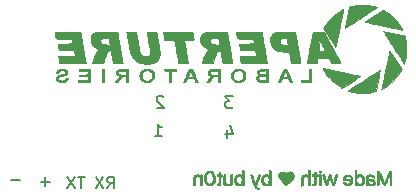
<source format=gbr>
G04 #@! TF.FileFunction,Legend,Bot*
%FSLAX46Y46*%
G04 Gerber Fmt 4.6, Leading zero omitted, Abs format (unit mm)*
G04 Created by KiCad (PCBNEW 4.0.2-stable) date 2017年05月12日 星期五 07:52:48*
%MOMM*%
G01*
G04 APERTURE LIST*
%ADD10C,0.100000*%
%ADD11C,0.010000*%
%ADD12C,0.150000*%
G04 APERTURE END LIST*
D10*
D11*
G36*
X187438497Y-95665603D02*
X187402323Y-95686716D01*
X187344327Y-95722074D01*
X187266121Y-95770654D01*
X187169320Y-95831433D01*
X187055535Y-95903387D01*
X186926382Y-95985492D01*
X186783473Y-96076725D01*
X186628423Y-96176062D01*
X186462844Y-96282480D01*
X186288350Y-96394956D01*
X186106555Y-96512465D01*
X186085567Y-96526052D01*
X185903060Y-96644339D01*
X185727839Y-96758137D01*
X185561509Y-96866391D01*
X185405673Y-96968046D01*
X185261937Y-97062049D01*
X185131905Y-97147344D01*
X185017181Y-97222878D01*
X184919369Y-97287595D01*
X184840074Y-97340442D01*
X184780900Y-97380364D01*
X184743451Y-97406307D01*
X184729333Y-97417215D01*
X184729272Y-97417450D01*
X184749497Y-97429882D01*
X184794796Y-97446357D01*
X184860784Y-97465882D01*
X184943080Y-97487462D01*
X185037301Y-97510102D01*
X185139065Y-97532810D01*
X185243989Y-97554590D01*
X185347692Y-97574448D01*
X185445790Y-97591391D01*
X185533902Y-97604424D01*
X185575735Y-97609480D01*
X185672419Y-97617001D01*
X185790585Y-97621548D01*
X185921988Y-97623195D01*
X186058383Y-97622019D01*
X186191526Y-97618096D01*
X186313172Y-97611502D01*
X186415077Y-97602314D01*
X186420384Y-97601682D01*
X186529226Y-97586094D01*
X186649189Y-97564906D01*
X186770816Y-97540088D01*
X186884650Y-97513611D01*
X186981233Y-97487445D01*
X187006995Y-97479445D01*
X187087427Y-97453412D01*
X187271094Y-96564412D01*
X187303798Y-96405589D01*
X187334525Y-96255348D01*
X187362763Y-96116258D01*
X187388001Y-95990891D01*
X187409725Y-95881819D01*
X187427425Y-95791612D01*
X187440588Y-95722842D01*
X187448701Y-95678081D01*
X187451254Y-95659899D01*
X187451233Y-95659760D01*
X187438497Y-95665603D01*
X187438497Y-95665603D01*
G37*
X187438497Y-95665603D02*
X187402323Y-95686716D01*
X187344327Y-95722074D01*
X187266121Y-95770654D01*
X187169320Y-95831433D01*
X187055535Y-95903387D01*
X186926382Y-95985492D01*
X186783473Y-96076725D01*
X186628423Y-96176062D01*
X186462844Y-96282480D01*
X186288350Y-96394956D01*
X186106555Y-96512465D01*
X186085567Y-96526052D01*
X185903060Y-96644339D01*
X185727839Y-96758137D01*
X185561509Y-96866391D01*
X185405673Y-96968046D01*
X185261937Y-97062049D01*
X185131905Y-97147344D01*
X185017181Y-97222878D01*
X184919369Y-97287595D01*
X184840074Y-97340442D01*
X184780900Y-97380364D01*
X184743451Y-97406307D01*
X184729333Y-97417215D01*
X184729272Y-97417450D01*
X184749497Y-97429882D01*
X184794796Y-97446357D01*
X184860784Y-97465882D01*
X184943080Y-97487462D01*
X185037301Y-97510102D01*
X185139065Y-97532810D01*
X185243989Y-97554590D01*
X185347692Y-97574448D01*
X185445790Y-97591391D01*
X185533902Y-97604424D01*
X185575735Y-97609480D01*
X185672419Y-97617001D01*
X185790585Y-97621548D01*
X185921988Y-97623195D01*
X186058383Y-97622019D01*
X186191526Y-97618096D01*
X186313172Y-97611502D01*
X186415077Y-97602314D01*
X186420384Y-97601682D01*
X186529226Y-97586094D01*
X186649189Y-97564906D01*
X186770816Y-97540088D01*
X186884650Y-97513611D01*
X186981233Y-97487445D01*
X187006995Y-97479445D01*
X187087427Y-97453412D01*
X187271094Y-96564412D01*
X187303798Y-96405589D01*
X187334525Y-96255348D01*
X187362763Y-96116258D01*
X187388001Y-95990891D01*
X187409725Y-95881819D01*
X187427425Y-95791612D01*
X187440588Y-95722842D01*
X187448701Y-95678081D01*
X187451254Y-95659899D01*
X187451233Y-95659760D01*
X187438497Y-95665603D01*
G36*
X188260537Y-94081789D02*
X188256239Y-94097408D01*
X188246256Y-94139888D01*
X188231079Y-94206936D01*
X188211201Y-94296259D01*
X188187113Y-94405564D01*
X188159307Y-94532559D01*
X188128276Y-94674952D01*
X188094510Y-94830448D01*
X188058502Y-94996756D01*
X188020744Y-95171583D01*
X187981728Y-95352637D01*
X187941945Y-95537624D01*
X187901888Y-95724251D01*
X187862048Y-95910227D01*
X187822917Y-96093258D01*
X187784987Y-96271052D01*
X187748750Y-96441315D01*
X187714698Y-96601756D01*
X187683323Y-96750081D01*
X187655116Y-96883999D01*
X187630570Y-97001215D01*
X187610177Y-97099437D01*
X187594427Y-97176374D01*
X187583814Y-97229731D01*
X187578829Y-97257216D01*
X187578555Y-97260535D01*
X187592692Y-97255607D01*
X187627687Y-97238588D01*
X187678389Y-97212101D01*
X187739646Y-97178767D01*
X187744491Y-97176081D01*
X188023294Y-97005511D01*
X188286284Y-96812703D01*
X188531241Y-96599852D01*
X188755949Y-96369154D01*
X188958190Y-96122802D01*
X189135744Y-95862993D01*
X189223755Y-95712092D01*
X189277375Y-95614302D01*
X188773423Y-94843116D01*
X188684226Y-94706991D01*
X188599785Y-94578842D01*
X188521518Y-94460772D01*
X188450840Y-94354884D01*
X188389168Y-94263280D01*
X188337919Y-94188064D01*
X188298509Y-94131337D01*
X188272355Y-94095203D01*
X188260873Y-94081764D01*
X188260537Y-94081789D01*
X188260537Y-94081789D01*
G37*
X188260537Y-94081789D02*
X188256239Y-94097408D01*
X188246256Y-94139888D01*
X188231079Y-94206936D01*
X188211201Y-94296259D01*
X188187113Y-94405564D01*
X188159307Y-94532559D01*
X188128276Y-94674952D01*
X188094510Y-94830448D01*
X188058502Y-94996756D01*
X188020744Y-95171583D01*
X187981728Y-95352637D01*
X187941945Y-95537624D01*
X187901888Y-95724251D01*
X187862048Y-95910227D01*
X187822917Y-96093258D01*
X187784987Y-96271052D01*
X187748750Y-96441315D01*
X187714698Y-96601756D01*
X187683323Y-96750081D01*
X187655116Y-96883999D01*
X187630570Y-97001215D01*
X187610177Y-97099437D01*
X187594427Y-97176374D01*
X187583814Y-97229731D01*
X187578829Y-97257216D01*
X187578555Y-97260535D01*
X187592692Y-97255607D01*
X187627687Y-97238588D01*
X187678389Y-97212101D01*
X187739646Y-97178767D01*
X187744491Y-97176081D01*
X188023294Y-97005511D01*
X188286284Y-96812703D01*
X188531241Y-96599852D01*
X188755949Y-96369154D01*
X188958190Y-96122802D01*
X189135744Y-95862993D01*
X189223755Y-95712092D01*
X189277375Y-95614302D01*
X188773423Y-94843116D01*
X188684226Y-94706991D01*
X188599785Y-94578842D01*
X188521518Y-94460772D01*
X188450840Y-94354884D01*
X188389168Y-94263280D01*
X188337919Y-94188064D01*
X188298509Y-94131337D01*
X188272355Y-94095203D01*
X188260873Y-94081764D01*
X188260537Y-94081789D01*
G36*
X182614114Y-95510165D02*
X182618235Y-95532061D01*
X182634956Y-95572526D01*
X182665430Y-95634810D01*
X182673775Y-95651141D01*
X182816270Y-95898629D01*
X182985267Y-96139871D01*
X183177532Y-96371572D01*
X183389831Y-96590437D01*
X183618929Y-96793169D01*
X183861594Y-96976474D01*
X184114589Y-97137056D01*
X184154025Y-97159424D01*
X184237050Y-97205772D01*
X184669496Y-96920719D01*
X184791849Y-96840063D01*
X184924619Y-96752534D01*
X185061016Y-96662607D01*
X185194255Y-96574757D01*
X185317549Y-96493458D01*
X185424111Y-96423184D01*
X185443812Y-96410191D01*
X185532577Y-96351212D01*
X185611824Y-96297715D01*
X185678510Y-96251824D01*
X185729589Y-96215663D01*
X185762016Y-96191358D01*
X185772747Y-96181032D01*
X185772518Y-96180852D01*
X185755412Y-96176927D01*
X185712375Y-96167418D01*
X185646688Y-96153039D01*
X185561630Y-96134505D01*
X185460480Y-96112531D01*
X185346520Y-96087830D01*
X185223029Y-96061118D01*
X185206529Y-96057553D01*
X185051032Y-96023945D01*
X184877579Y-95986434D01*
X184694982Y-95946926D01*
X184512052Y-95907328D01*
X184337601Y-95869547D01*
X184180439Y-95835491D01*
X184130765Y-95824721D01*
X183879683Y-95770298D01*
X183656364Y-95721946D01*
X183459374Y-95679361D01*
X183287282Y-95642237D01*
X183138655Y-95610271D01*
X183012060Y-95583157D01*
X182906066Y-95560591D01*
X182819240Y-95542267D01*
X182750150Y-95527882D01*
X182697364Y-95517129D01*
X182659449Y-95509706D01*
X182634973Y-95505306D01*
X182622504Y-95503626D01*
X182621440Y-95503588D01*
X182614114Y-95510165D01*
X182614114Y-95510165D01*
G37*
X182614114Y-95510165D02*
X182618235Y-95532061D01*
X182634956Y-95572526D01*
X182665430Y-95634810D01*
X182673775Y-95651141D01*
X182816270Y-95898629D01*
X182985267Y-96139871D01*
X183177532Y-96371572D01*
X183389831Y-96590437D01*
X183618929Y-96793169D01*
X183861594Y-96976474D01*
X184114589Y-97137056D01*
X184154025Y-97159424D01*
X184237050Y-97205772D01*
X184669496Y-96920719D01*
X184791849Y-96840063D01*
X184924619Y-96752534D01*
X185061016Y-96662607D01*
X185194255Y-96574757D01*
X185317549Y-96493458D01*
X185424111Y-96423184D01*
X185443812Y-96410191D01*
X185532577Y-96351212D01*
X185611824Y-96297715D01*
X185678510Y-96251824D01*
X185729589Y-96215663D01*
X185762016Y-96191358D01*
X185772747Y-96181032D01*
X185772518Y-96180852D01*
X185755412Y-96176927D01*
X185712375Y-96167418D01*
X185646688Y-96153039D01*
X185561630Y-96134505D01*
X185460480Y-96112531D01*
X185346520Y-96087830D01*
X185223029Y-96061118D01*
X185206529Y-96057553D01*
X185051032Y-96023945D01*
X184877579Y-95986434D01*
X184694982Y-95946926D01*
X184512052Y-95907328D01*
X184337601Y-95869547D01*
X184180439Y-95835491D01*
X184130765Y-95824721D01*
X183879683Y-95770298D01*
X183656364Y-95721946D01*
X183459374Y-95679361D01*
X183287282Y-95642237D01*
X183138655Y-95610271D01*
X183012060Y-95583157D01*
X182906066Y-95560591D01*
X182819240Y-95542267D01*
X182750150Y-95527882D01*
X182697364Y-95517129D01*
X182659449Y-95509706D01*
X182634973Y-95505306D01*
X182622504Y-95503626D01*
X182621440Y-95503588D01*
X182614114Y-95510165D01*
G36*
X175366578Y-95573460D02*
X175339428Y-95576963D01*
X175203494Y-95609321D01*
X175086253Y-95663050D01*
X174989267Y-95736555D01*
X174914101Y-95828242D01*
X174862318Y-95936518D01*
X174835482Y-96059786D01*
X174832814Y-96093513D01*
X174838239Y-96229942D01*
X174869028Y-96351579D01*
X174924369Y-96457169D01*
X175003450Y-96545461D01*
X175105460Y-96615200D01*
X175195941Y-96654371D01*
X175272197Y-96673859D01*
X175364324Y-96687050D01*
X175460601Y-96693106D01*
X175549306Y-96691186D01*
X175605205Y-96683715D01*
X175692111Y-96657147D01*
X175782353Y-96615870D01*
X175864425Y-96565875D01*
X175920637Y-96519539D01*
X175963507Y-96468625D01*
X176004396Y-96407161D01*
X176022966Y-96372387D01*
X176041374Y-96329652D01*
X176053054Y-96290425D01*
X176059480Y-96245702D01*
X176062130Y-96186478D01*
X176062498Y-96135382D01*
X175889718Y-96135382D01*
X175887373Y-96218363D01*
X175875802Y-96287865D01*
X175875665Y-96288355D01*
X175838129Y-96370661D01*
X175776767Y-96445266D01*
X175697529Y-96507016D01*
X175606363Y-96550759D01*
X175556864Y-96564542D01*
X175475260Y-96572286D01*
X175382929Y-96566617D01*
X175294755Y-96549071D01*
X175248235Y-96532697D01*
X175155678Y-96478465D01*
X175086607Y-96406945D01*
X175040216Y-96316886D01*
X175015699Y-96207037D01*
X175012286Y-96166485D01*
X175013378Y-96056471D01*
X175031450Y-95965979D01*
X175068606Y-95888612D01*
X175126955Y-95817971D01*
X175127122Y-95817805D01*
X175210461Y-95753881D01*
X175308550Y-95714314D01*
X175423599Y-95698279D01*
X175448945Y-95697824D01*
X175567962Y-95709875D01*
X175672915Y-95744969D01*
X175760837Y-95801513D01*
X175828761Y-95877917D01*
X175848977Y-95912341D01*
X175869762Y-95971692D01*
X175883595Y-96049599D01*
X175889718Y-96135382D01*
X176062498Y-96135382D01*
X176062529Y-96131118D01*
X176061739Y-96057147D01*
X176058358Y-96004181D01*
X176050878Y-95963363D01*
X176037786Y-95925837D01*
X176021519Y-95890728D01*
X175954504Y-95786957D01*
X175866113Y-95701463D01*
X175759733Y-95635807D01*
X175638758Y-95591548D01*
X175506576Y-95570246D01*
X175366578Y-95573460D01*
X175366578Y-95573460D01*
G37*
X175366578Y-95573460D02*
X175339428Y-95576963D01*
X175203494Y-95609321D01*
X175086253Y-95663050D01*
X174989267Y-95736555D01*
X174914101Y-95828242D01*
X174862318Y-95936518D01*
X174835482Y-96059786D01*
X174832814Y-96093513D01*
X174838239Y-96229942D01*
X174869028Y-96351579D01*
X174924369Y-96457169D01*
X175003450Y-96545461D01*
X175105460Y-96615200D01*
X175195941Y-96654371D01*
X175272197Y-96673859D01*
X175364324Y-96687050D01*
X175460601Y-96693106D01*
X175549306Y-96691186D01*
X175605205Y-96683715D01*
X175692111Y-96657147D01*
X175782353Y-96615870D01*
X175864425Y-96565875D01*
X175920637Y-96519539D01*
X175963507Y-96468625D01*
X176004396Y-96407161D01*
X176022966Y-96372387D01*
X176041374Y-96329652D01*
X176053054Y-96290425D01*
X176059480Y-96245702D01*
X176062130Y-96186478D01*
X176062498Y-96135382D01*
X175889718Y-96135382D01*
X175887373Y-96218363D01*
X175875802Y-96287865D01*
X175875665Y-96288355D01*
X175838129Y-96370661D01*
X175776767Y-96445266D01*
X175697529Y-96507016D01*
X175606363Y-96550759D01*
X175556864Y-96564542D01*
X175475260Y-96572286D01*
X175382929Y-96566617D01*
X175294755Y-96549071D01*
X175248235Y-96532697D01*
X175155678Y-96478465D01*
X175086607Y-96406945D01*
X175040216Y-96316886D01*
X175015699Y-96207037D01*
X175012286Y-96166485D01*
X175013378Y-96056471D01*
X175031450Y-95965979D01*
X175068606Y-95888612D01*
X175126955Y-95817971D01*
X175127122Y-95817805D01*
X175210461Y-95753881D01*
X175308550Y-95714314D01*
X175423599Y-95698279D01*
X175448945Y-95697824D01*
X175567962Y-95709875D01*
X175672915Y-95744969D01*
X175760837Y-95801513D01*
X175828761Y-95877917D01*
X175848977Y-95912341D01*
X175869762Y-95971692D01*
X175883595Y-96049599D01*
X175889718Y-96135382D01*
X176062498Y-96135382D01*
X176062529Y-96131118D01*
X176061739Y-96057147D01*
X176058358Y-96004181D01*
X176050878Y-95963363D01*
X176037786Y-95925837D01*
X176021519Y-95890728D01*
X175954504Y-95786957D01*
X175866113Y-95701463D01*
X175759733Y-95635807D01*
X175638758Y-95591548D01*
X175506576Y-95570246D01*
X175366578Y-95573460D01*
G36*
X167534868Y-95589587D02*
X167405411Y-95633594D01*
X167378778Y-95646010D01*
X167273313Y-95711305D01*
X167192087Y-95792846D01*
X167133741Y-95892517D01*
X167096912Y-96012204D01*
X167091070Y-96044453D01*
X167084288Y-96174195D01*
X167105313Y-96297803D01*
X167153121Y-96411725D01*
X167225634Y-96511266D01*
X167311001Y-96583208D01*
X167416595Y-96638909D01*
X167536615Y-96676810D01*
X167665263Y-96695353D01*
X167796738Y-96692982D01*
X167864660Y-96682895D01*
X167982949Y-96645841D01*
X168091382Y-96585211D01*
X168184552Y-96505130D01*
X168257054Y-96409720D01*
X168279977Y-96366207D01*
X168300954Y-96317183D01*
X168313770Y-96274371D01*
X168320324Y-96227280D01*
X168322023Y-96179411D01*
X168149338Y-96179411D01*
X168145025Y-96233462D01*
X168132588Y-96283663D01*
X168122207Y-96312986D01*
X168073807Y-96400913D01*
X168004021Y-96472626D01*
X167917584Y-96526425D01*
X167819230Y-96560613D01*
X167713693Y-96573491D01*
X167605708Y-96563359D01*
X167509528Y-96532810D01*
X167424193Y-96487088D01*
X167361145Y-96431957D01*
X167312899Y-96360553D01*
X167305171Y-96345365D01*
X167273163Y-96249952D01*
X167261579Y-96143106D01*
X167270578Y-96035353D01*
X167299065Y-95940055D01*
X167350654Y-95856129D01*
X167423559Y-95784192D01*
X167509555Y-95731733D01*
X167541525Y-95719260D01*
X167628177Y-95701537D01*
X167726570Y-95698894D01*
X167824959Y-95710527D01*
X167911600Y-95735632D01*
X167934529Y-95746174D01*
X168016278Y-95797945D01*
X168075819Y-95859729D01*
X168115927Y-95936263D01*
X168139379Y-96032280D01*
X168147087Y-96108706D01*
X168149338Y-96179411D01*
X168322023Y-96179411D01*
X168322520Y-96165421D01*
X168322596Y-96131118D01*
X168321213Y-96058755D01*
X168316255Y-96005609D01*
X168305780Y-95961060D01*
X168287843Y-95914488D01*
X168279572Y-95896029D01*
X168217143Y-95793811D01*
X168133715Y-95709312D01*
X168033096Y-95643588D01*
X167919094Y-95597697D01*
X167795517Y-95572695D01*
X167666173Y-95569640D01*
X167534868Y-95589587D01*
X167534868Y-95589587D01*
G37*
X167534868Y-95589587D02*
X167405411Y-95633594D01*
X167378778Y-95646010D01*
X167273313Y-95711305D01*
X167192087Y-95792846D01*
X167133741Y-95892517D01*
X167096912Y-96012204D01*
X167091070Y-96044453D01*
X167084288Y-96174195D01*
X167105313Y-96297803D01*
X167153121Y-96411725D01*
X167225634Y-96511266D01*
X167311001Y-96583208D01*
X167416595Y-96638909D01*
X167536615Y-96676810D01*
X167665263Y-96695353D01*
X167796738Y-96692982D01*
X167864660Y-96682895D01*
X167982949Y-96645841D01*
X168091382Y-96585211D01*
X168184552Y-96505130D01*
X168257054Y-96409720D01*
X168279977Y-96366207D01*
X168300954Y-96317183D01*
X168313770Y-96274371D01*
X168320324Y-96227280D01*
X168322023Y-96179411D01*
X168149338Y-96179411D01*
X168145025Y-96233462D01*
X168132588Y-96283663D01*
X168122207Y-96312986D01*
X168073807Y-96400913D01*
X168004021Y-96472626D01*
X167917584Y-96526425D01*
X167819230Y-96560613D01*
X167713693Y-96573491D01*
X167605708Y-96563359D01*
X167509528Y-96532810D01*
X167424193Y-96487088D01*
X167361145Y-96431957D01*
X167312899Y-96360553D01*
X167305171Y-96345365D01*
X167273163Y-96249952D01*
X167261579Y-96143106D01*
X167270578Y-96035353D01*
X167299065Y-95940055D01*
X167350654Y-95856129D01*
X167423559Y-95784192D01*
X167509555Y-95731733D01*
X167541525Y-95719260D01*
X167628177Y-95701537D01*
X167726570Y-95698894D01*
X167824959Y-95710527D01*
X167911600Y-95735632D01*
X167934529Y-95746174D01*
X168016278Y-95797945D01*
X168075819Y-95859729D01*
X168115927Y-95936263D01*
X168139379Y-96032280D01*
X168147087Y-96108706D01*
X168149338Y-96179411D01*
X168322023Y-96179411D01*
X168322520Y-96165421D01*
X168322596Y-96131118D01*
X168321213Y-96058755D01*
X168316255Y-96005609D01*
X168305780Y-95961060D01*
X168287843Y-95914488D01*
X168279572Y-95896029D01*
X168217143Y-95793811D01*
X168133715Y-95709312D01*
X168033096Y-95643588D01*
X167919094Y-95597697D01*
X167795517Y-95572695D01*
X167666173Y-95569640D01*
X167534868Y-95589587D01*
G36*
X160431360Y-95574771D02*
X160416171Y-95576826D01*
X160296816Y-95602009D01*
X160202549Y-95639157D01*
X160130393Y-95689961D01*
X160077376Y-95756112D01*
X160066546Y-95775670D01*
X160042977Y-95829726D01*
X160039441Y-95865156D01*
X160056938Y-95886371D01*
X160094147Y-95897410D01*
X160148615Y-95905030D01*
X160180860Y-95904084D01*
X160197821Y-95892528D01*
X160206439Y-95868318D01*
X160207319Y-95864080D01*
X160233948Y-95803971D01*
X160285679Y-95755906D01*
X160359660Y-95721371D01*
X160453037Y-95701848D01*
X160526587Y-95697907D01*
X160622666Y-95705789D01*
X160702894Y-95727994D01*
X160763927Y-95762652D01*
X160802418Y-95807896D01*
X160815059Y-95858990D01*
X160805842Y-95904469D01*
X160776338Y-95941779D01*
X160723769Y-95972899D01*
X160645357Y-95999805D01*
X160601662Y-96010886D01*
X160520856Y-96029865D01*
X160432007Y-96050790D01*
X160352043Y-96069672D01*
X160338983Y-96072764D01*
X160238589Y-96100281D01*
X160162008Y-96130575D01*
X160103173Y-96166482D01*
X160065215Y-96200720D01*
X160016140Y-96270997D01*
X159994585Y-96345661D01*
X159999238Y-96421241D01*
X160028787Y-96494267D01*
X160081922Y-96561268D01*
X160157331Y-96618775D01*
X160237852Y-96657556D01*
X160303088Y-96674966D01*
X160387489Y-96687049D01*
X160480708Y-96693161D01*
X160572399Y-96692656D01*
X160652212Y-96684891D01*
X160658680Y-96683774D01*
X160762386Y-96655152D01*
X160853926Y-96610728D01*
X160929510Y-96553802D01*
X160985348Y-96487676D01*
X161017648Y-96415649D01*
X161024235Y-96365459D01*
X161021812Y-96340756D01*
X161009170Y-96329053D01*
X160978247Y-96325542D01*
X160957000Y-96325353D01*
X160907993Y-96325927D01*
X160880179Y-96330829D01*
X160864871Y-96344831D01*
X160853383Y-96372705D01*
X160849388Y-96384472D01*
X160812182Y-96449041D01*
X160750557Y-96500885D01*
X160667850Y-96538347D01*
X160567400Y-96559767D01*
X160487376Y-96564329D01*
X160379497Y-96556435D01*
X160290562Y-96533744D01*
X160223015Y-96497445D01*
X160179304Y-96448726D01*
X160164066Y-96407179D01*
X160162203Y-96358109D01*
X160178113Y-96316356D01*
X160214084Y-96280414D01*
X160272406Y-96248774D01*
X160355367Y-96219929D01*
X160465255Y-96192371D01*
X160502165Y-96184471D01*
X160627290Y-96156383D01*
X160726568Y-96128787D01*
X160803944Y-96099853D01*
X160863364Y-96067748D01*
X160908772Y-96030643D01*
X160944113Y-95986705D01*
X160950746Y-95976240D01*
X160973852Y-95911647D01*
X160974402Y-95838295D01*
X160954053Y-95764936D01*
X160914464Y-95700319D01*
X160894544Y-95679718D01*
X160828944Y-95636471D01*
X160742165Y-95602705D01*
X160641869Y-95580068D01*
X160535714Y-95570207D01*
X160431360Y-95574771D01*
X160431360Y-95574771D01*
G37*
X160431360Y-95574771D02*
X160416171Y-95576826D01*
X160296816Y-95602009D01*
X160202549Y-95639157D01*
X160130393Y-95689961D01*
X160077376Y-95756112D01*
X160066546Y-95775670D01*
X160042977Y-95829726D01*
X160039441Y-95865156D01*
X160056938Y-95886371D01*
X160094147Y-95897410D01*
X160148615Y-95905030D01*
X160180860Y-95904084D01*
X160197821Y-95892528D01*
X160206439Y-95868318D01*
X160207319Y-95864080D01*
X160233948Y-95803971D01*
X160285679Y-95755906D01*
X160359660Y-95721371D01*
X160453037Y-95701848D01*
X160526587Y-95697907D01*
X160622666Y-95705789D01*
X160702894Y-95727994D01*
X160763927Y-95762652D01*
X160802418Y-95807896D01*
X160815059Y-95858990D01*
X160805842Y-95904469D01*
X160776338Y-95941779D01*
X160723769Y-95972899D01*
X160645357Y-95999805D01*
X160601662Y-96010886D01*
X160520856Y-96029865D01*
X160432007Y-96050790D01*
X160352043Y-96069672D01*
X160338983Y-96072764D01*
X160238589Y-96100281D01*
X160162008Y-96130575D01*
X160103173Y-96166482D01*
X160065215Y-96200720D01*
X160016140Y-96270997D01*
X159994585Y-96345661D01*
X159999238Y-96421241D01*
X160028787Y-96494267D01*
X160081922Y-96561268D01*
X160157331Y-96618775D01*
X160237852Y-96657556D01*
X160303088Y-96674966D01*
X160387489Y-96687049D01*
X160480708Y-96693161D01*
X160572399Y-96692656D01*
X160652212Y-96684891D01*
X160658680Y-96683774D01*
X160762386Y-96655152D01*
X160853926Y-96610728D01*
X160929510Y-96553802D01*
X160985348Y-96487676D01*
X161017648Y-96415649D01*
X161024235Y-96365459D01*
X161021812Y-96340756D01*
X161009170Y-96329053D01*
X160978247Y-96325542D01*
X160957000Y-96325353D01*
X160907993Y-96325927D01*
X160880179Y-96330829D01*
X160864871Y-96344831D01*
X160853383Y-96372705D01*
X160849388Y-96384472D01*
X160812182Y-96449041D01*
X160750557Y-96500885D01*
X160667850Y-96538347D01*
X160567400Y-96559767D01*
X160487376Y-96564329D01*
X160379497Y-96556435D01*
X160290562Y-96533744D01*
X160223015Y-96497445D01*
X160179304Y-96448726D01*
X160164066Y-96407179D01*
X160162203Y-96358109D01*
X160178113Y-96316356D01*
X160214084Y-96280414D01*
X160272406Y-96248774D01*
X160355367Y-96219929D01*
X160465255Y-96192371D01*
X160502165Y-96184471D01*
X160627290Y-96156383D01*
X160726568Y-96128787D01*
X160803944Y-96099853D01*
X160863364Y-96067748D01*
X160908772Y-96030643D01*
X160944113Y-95986705D01*
X160950746Y-95976240D01*
X160973852Y-95911647D01*
X160974402Y-95838295D01*
X160954053Y-95764936D01*
X160914464Y-95700319D01*
X160894544Y-95679718D01*
X160828944Y-95636471D01*
X160742165Y-95602705D01*
X160641869Y-95580068D01*
X160535714Y-95570207D01*
X160431360Y-95574771D01*
G36*
X181433882Y-96549471D02*
X180791412Y-96549471D01*
X180791412Y-96683941D01*
X181613176Y-96683941D01*
X181613176Y-95593235D01*
X181433882Y-95593235D01*
X181433882Y-96549471D01*
X181433882Y-96549471D01*
G37*
X181433882Y-96549471D02*
X180791412Y-96549471D01*
X180791412Y-96683941D01*
X181613176Y-96683941D01*
X181613176Y-95593235D01*
X181433882Y-95593235D01*
X181433882Y-96549471D01*
G36*
X179065673Y-96133775D02*
X179008393Y-96250777D01*
X178955448Y-96359324D01*
X178908243Y-96456509D01*
X178868179Y-96539425D01*
X178836662Y-96605164D01*
X178815094Y-96650819D01*
X178804878Y-96673482D01*
X178804235Y-96675392D01*
X178817847Y-96679803D01*
X178853374Y-96682891D01*
X178898527Y-96683941D01*
X178992818Y-96683941D01*
X179069197Y-96519588D01*
X179145577Y-96355235D01*
X179696902Y-96355235D01*
X179838980Y-96683941D01*
X179927732Y-96683941D01*
X179977003Y-96682901D01*
X180002449Y-96678472D01*
X180010097Y-96668698D01*
X180008140Y-96657794D01*
X180000178Y-96638698D01*
X179981111Y-96595623D01*
X179952367Y-96531717D01*
X179915372Y-96450129D01*
X179871557Y-96354006D01*
X179822347Y-96246497D01*
X179814520Y-96229459D01*
X179640941Y-96229459D01*
X179626876Y-96231668D01*
X179588182Y-96233534D01*
X179530112Y-96234905D01*
X179457919Y-96235630D01*
X179424294Y-96235706D01*
X179347696Y-96235115D01*
X179282991Y-96233488D01*
X179235432Y-96231046D01*
X179210272Y-96228011D01*
X179207647Y-96226597D01*
X179213392Y-96210581D01*
X179229309Y-96171913D01*
X179253426Y-96115242D01*
X179283768Y-96045217D01*
X179310715Y-95983803D01*
X179345143Y-95905314D01*
X179375475Y-95835351D01*
X179399571Y-95778915D01*
X179415291Y-95741009D01*
X179420308Y-95727706D01*
X179427855Y-95727988D01*
X179440772Y-95751589D01*
X179453054Y-95784164D01*
X179469495Y-95828694D01*
X179494999Y-95891999D01*
X179526112Y-95965720D01*
X179559379Y-96041498D01*
X179560108Y-96043124D01*
X179590043Y-96110263D01*
X179614966Y-96167012D01*
X179632602Y-96208124D01*
X179640674Y-96228356D01*
X179640941Y-96229459D01*
X179814520Y-96229459D01*
X179769173Y-96130749D01*
X179762465Y-96116177D01*
X179525134Y-95600706D01*
X179327111Y-95600706D01*
X179065673Y-96133775D01*
X179065673Y-96133775D01*
G37*
X179065673Y-96133775D02*
X179008393Y-96250777D01*
X178955448Y-96359324D01*
X178908243Y-96456509D01*
X178868179Y-96539425D01*
X178836662Y-96605164D01*
X178815094Y-96650819D01*
X178804878Y-96673482D01*
X178804235Y-96675392D01*
X178817847Y-96679803D01*
X178853374Y-96682891D01*
X178898527Y-96683941D01*
X178992818Y-96683941D01*
X179069197Y-96519588D01*
X179145577Y-96355235D01*
X179696902Y-96355235D01*
X179838980Y-96683941D01*
X179927732Y-96683941D01*
X179977003Y-96682901D01*
X180002449Y-96678472D01*
X180010097Y-96668698D01*
X180008140Y-96657794D01*
X180000178Y-96638698D01*
X179981111Y-96595623D01*
X179952367Y-96531717D01*
X179915372Y-96450129D01*
X179871557Y-96354006D01*
X179822347Y-96246497D01*
X179814520Y-96229459D01*
X179640941Y-96229459D01*
X179626876Y-96231668D01*
X179588182Y-96233534D01*
X179530112Y-96234905D01*
X179457919Y-96235630D01*
X179424294Y-96235706D01*
X179347696Y-96235115D01*
X179282991Y-96233488D01*
X179235432Y-96231046D01*
X179210272Y-96228011D01*
X179207647Y-96226597D01*
X179213392Y-96210581D01*
X179229309Y-96171913D01*
X179253426Y-96115242D01*
X179283768Y-96045217D01*
X179310715Y-95983803D01*
X179345143Y-95905314D01*
X179375475Y-95835351D01*
X179399571Y-95778915D01*
X179415291Y-95741009D01*
X179420308Y-95727706D01*
X179427855Y-95727988D01*
X179440772Y-95751589D01*
X179453054Y-95784164D01*
X179469495Y-95828694D01*
X179494999Y-95891999D01*
X179526112Y-95965720D01*
X179559379Y-96041498D01*
X179560108Y-96043124D01*
X179590043Y-96110263D01*
X179614966Y-96167012D01*
X179632602Y-96208124D01*
X179640674Y-96228356D01*
X179640941Y-96229459D01*
X179814520Y-96229459D01*
X179769173Y-96130749D01*
X179762465Y-96116177D01*
X179525134Y-95600706D01*
X179327111Y-95600706D01*
X179065673Y-96133775D01*
G36*
X177512979Y-95594170D02*
X177410136Y-95597428D01*
X177328880Y-95603690D01*
X177265088Y-95613639D01*
X177214635Y-95627954D01*
X177173395Y-95647318D01*
X177137246Y-95672411D01*
X177130995Y-95677560D01*
X177074838Y-95741743D01*
X177045256Y-95813913D01*
X177041899Y-95889100D01*
X177064414Y-95962334D01*
X177112450Y-96028644D01*
X177158506Y-96066569D01*
X177207890Y-96099848D01*
X177150680Y-96123711D01*
X177073782Y-96168972D01*
X177016192Y-96230045D01*
X176981055Y-96301859D01*
X176971513Y-96379341D01*
X176974888Y-96407320D01*
X176989008Y-96451400D01*
X177013456Y-96502930D01*
X177025862Y-96524064D01*
X177059442Y-96567515D01*
X177101603Y-96602767D01*
X177155414Y-96630558D01*
X177223945Y-96651628D01*
X177310265Y-96666717D01*
X177417443Y-96676564D01*
X177548549Y-96681910D01*
X177687382Y-96683480D01*
X177952588Y-96683941D01*
X177952588Y-96551989D01*
X177788235Y-96551989D01*
X177537971Y-96546995D01*
X177442857Y-96544692D01*
X177372560Y-96541755D01*
X177322013Y-96537604D01*
X177286150Y-96531658D01*
X177259905Y-96523336D01*
X177239389Y-96512774D01*
X177187181Y-96466520D01*
X177157775Y-96408851D01*
X177152129Y-96346563D01*
X177171200Y-96286452D01*
X177201980Y-96247186D01*
X177235762Y-96221165D01*
X177277156Y-96202011D01*
X177330867Y-96188826D01*
X177401598Y-96180713D01*
X177494055Y-96176777D01*
X177575324Y-96176025D01*
X177788235Y-96175941D01*
X177788235Y-96551989D01*
X177952588Y-96551989D01*
X177952588Y-96041471D01*
X177788235Y-96041471D01*
X177571108Y-96041471D01*
X177465624Y-96040133D01*
X177387031Y-96035972D01*
X177332450Y-96028761D01*
X177304120Y-96020637D01*
X177246574Y-95982856D01*
X177213554Y-95930610D01*
X177206803Y-95868771D01*
X177226821Y-95804579D01*
X177245317Y-95776321D01*
X177270462Y-95755089D01*
X177306627Y-95739725D01*
X177358183Y-95729067D01*
X177429501Y-95721956D01*
X177524953Y-95717231D01*
X177560382Y-95716062D01*
X177788235Y-95709131D01*
X177788235Y-96041471D01*
X177952588Y-96041471D01*
X177952588Y-95593235D01*
X177641535Y-95593235D01*
X177512979Y-95594170D01*
X177512979Y-95594170D01*
G37*
X177512979Y-95594170D02*
X177410136Y-95597428D01*
X177328880Y-95603690D01*
X177265088Y-95613639D01*
X177214635Y-95627954D01*
X177173395Y-95647318D01*
X177137246Y-95672411D01*
X177130995Y-95677560D01*
X177074838Y-95741743D01*
X177045256Y-95813913D01*
X177041899Y-95889100D01*
X177064414Y-95962334D01*
X177112450Y-96028644D01*
X177158506Y-96066569D01*
X177207890Y-96099848D01*
X177150680Y-96123711D01*
X177073782Y-96168972D01*
X177016192Y-96230045D01*
X176981055Y-96301859D01*
X176971513Y-96379341D01*
X176974888Y-96407320D01*
X176989008Y-96451400D01*
X177013456Y-96502930D01*
X177025862Y-96524064D01*
X177059442Y-96567515D01*
X177101603Y-96602767D01*
X177155414Y-96630558D01*
X177223945Y-96651628D01*
X177310265Y-96666717D01*
X177417443Y-96676564D01*
X177548549Y-96681910D01*
X177687382Y-96683480D01*
X177952588Y-96683941D01*
X177952588Y-96551989D01*
X177788235Y-96551989D01*
X177537971Y-96546995D01*
X177442857Y-96544692D01*
X177372560Y-96541755D01*
X177322013Y-96537604D01*
X177286150Y-96531658D01*
X177259905Y-96523336D01*
X177239389Y-96512774D01*
X177187181Y-96466520D01*
X177157775Y-96408851D01*
X177152129Y-96346563D01*
X177171200Y-96286452D01*
X177201980Y-96247186D01*
X177235762Y-96221165D01*
X177277156Y-96202011D01*
X177330867Y-96188826D01*
X177401598Y-96180713D01*
X177494055Y-96176777D01*
X177575324Y-96176025D01*
X177788235Y-96175941D01*
X177788235Y-96551989D01*
X177952588Y-96551989D01*
X177952588Y-96041471D01*
X177788235Y-96041471D01*
X177571108Y-96041471D01*
X177465624Y-96040133D01*
X177387031Y-96035972D01*
X177332450Y-96028761D01*
X177304120Y-96020637D01*
X177246574Y-95982856D01*
X177213554Y-95930610D01*
X177206803Y-95868771D01*
X177226821Y-95804579D01*
X177245317Y-95776321D01*
X177270462Y-95755089D01*
X177306627Y-95739725D01*
X177358183Y-95729067D01*
X177429501Y-95721956D01*
X177524953Y-95717231D01*
X177560382Y-95716062D01*
X177788235Y-95709131D01*
X177788235Y-96041471D01*
X177952588Y-96041471D01*
X177952588Y-95593235D01*
X177641535Y-95593235D01*
X177512979Y-95594170D01*
G36*
X173373981Y-95593779D02*
X173263899Y-95595801D01*
X173176420Y-95599891D01*
X173107912Y-95606637D01*
X173054742Y-95616628D01*
X173013277Y-95630452D01*
X172979884Y-95648698D01*
X172950932Y-95671954D01*
X172936438Y-95686208D01*
X172879282Y-95762831D01*
X172850223Y-95842417D01*
X172848213Y-95921339D01*
X172872203Y-95995968D01*
X172921144Y-96062677D01*
X172993986Y-96117837D01*
X173071081Y-96151993D01*
X173119669Y-96166160D01*
X173161285Y-96174752D01*
X173174859Y-96175941D01*
X173188542Y-96179204D01*
X173180658Y-96190800D01*
X173149048Y-96213443D01*
X173140719Y-96218871D01*
X173088261Y-96257710D01*
X173035958Y-96303898D01*
X173020389Y-96319724D01*
X172987752Y-96356882D01*
X172947064Y-96406250D01*
X172902242Y-96462687D01*
X172857202Y-96521056D01*
X172815861Y-96576218D01*
X172782135Y-96623035D01*
X172759940Y-96656366D01*
X172753059Y-96670467D01*
X172766682Y-96677349D01*
X172802307Y-96682205D01*
X172849540Y-96683941D01*
X172946021Y-96683941D01*
X173031424Y-96575618D01*
X173104651Y-96483047D01*
X173162410Y-96410949D01*
X173207490Y-96356140D01*
X173242680Y-96315435D01*
X173270767Y-96285651D01*
X173294542Y-96263602D01*
X173316791Y-96246105D01*
X173325242Y-96240114D01*
X173354620Y-96221427D01*
X173383258Y-96209001D01*
X173418656Y-96201245D01*
X173468319Y-96196569D01*
X173539747Y-96193383D01*
X173546789Y-96193139D01*
X173708538Y-96187603D01*
X173712651Y-96432037D01*
X173716765Y-96676471D01*
X173802676Y-96680952D01*
X173888588Y-96685433D01*
X173888588Y-95712765D01*
X173709294Y-95712765D01*
X173709294Y-96074685D01*
X173444088Y-96068598D01*
X173340288Y-96065599D01*
X173262112Y-96061746D01*
X173205306Y-96056627D01*
X173165616Y-96049830D01*
X173138786Y-96040943D01*
X173134024Y-96038579D01*
X173092332Y-96011039D01*
X173059318Y-95981667D01*
X173035730Y-95936107D01*
X173028981Y-95878770D01*
X173039069Y-95822562D01*
X173059353Y-95786977D01*
X173085231Y-95761845D01*
X173114943Y-95743001D01*
X173153014Y-95729580D01*
X173203971Y-95720715D01*
X173272341Y-95715541D01*
X173362648Y-95713193D01*
X173447344Y-95712765D01*
X173709294Y-95712765D01*
X173888588Y-95712765D01*
X173888588Y-95593235D01*
X173510300Y-95593235D01*
X173373981Y-95593779D01*
X173373981Y-95593779D01*
G37*
X173373981Y-95593779D02*
X173263899Y-95595801D01*
X173176420Y-95599891D01*
X173107912Y-95606637D01*
X173054742Y-95616628D01*
X173013277Y-95630452D01*
X172979884Y-95648698D01*
X172950932Y-95671954D01*
X172936438Y-95686208D01*
X172879282Y-95762831D01*
X172850223Y-95842417D01*
X172848213Y-95921339D01*
X172872203Y-95995968D01*
X172921144Y-96062677D01*
X172993986Y-96117837D01*
X173071081Y-96151993D01*
X173119669Y-96166160D01*
X173161285Y-96174752D01*
X173174859Y-96175941D01*
X173188542Y-96179204D01*
X173180658Y-96190800D01*
X173149048Y-96213443D01*
X173140719Y-96218871D01*
X173088261Y-96257710D01*
X173035958Y-96303898D01*
X173020389Y-96319724D01*
X172987752Y-96356882D01*
X172947064Y-96406250D01*
X172902242Y-96462687D01*
X172857202Y-96521056D01*
X172815861Y-96576218D01*
X172782135Y-96623035D01*
X172759940Y-96656366D01*
X172753059Y-96670467D01*
X172766682Y-96677349D01*
X172802307Y-96682205D01*
X172849540Y-96683941D01*
X172946021Y-96683941D01*
X173031424Y-96575618D01*
X173104651Y-96483047D01*
X173162410Y-96410949D01*
X173207490Y-96356140D01*
X173242680Y-96315435D01*
X173270767Y-96285651D01*
X173294542Y-96263602D01*
X173316791Y-96246105D01*
X173325242Y-96240114D01*
X173354620Y-96221427D01*
X173383258Y-96209001D01*
X173418656Y-96201245D01*
X173468319Y-96196569D01*
X173539747Y-96193383D01*
X173546789Y-96193139D01*
X173708538Y-96187603D01*
X173712651Y-96432037D01*
X173716765Y-96676471D01*
X173802676Y-96680952D01*
X173888588Y-96685433D01*
X173888588Y-95712765D01*
X173709294Y-95712765D01*
X173709294Y-96074685D01*
X173444088Y-96068598D01*
X173340288Y-96065599D01*
X173262112Y-96061746D01*
X173205306Y-96056627D01*
X173165616Y-96049830D01*
X173138786Y-96040943D01*
X173134024Y-96038579D01*
X173092332Y-96011039D01*
X173059318Y-95981667D01*
X173035730Y-95936107D01*
X173028981Y-95878770D01*
X173039069Y-95822562D01*
X173059353Y-95786977D01*
X173085231Y-95761845D01*
X173114943Y-95743001D01*
X173153014Y-95729580D01*
X173203971Y-95720715D01*
X173272341Y-95715541D01*
X173362648Y-95713193D01*
X173447344Y-95712765D01*
X173709294Y-95712765D01*
X173888588Y-95712765D01*
X173888588Y-95593235D01*
X173510300Y-95593235D01*
X173373981Y-95593779D01*
G36*
X171056077Y-96124099D02*
X170998872Y-96241114D01*
X170946016Y-96349918D01*
X170898918Y-96447558D01*
X170858989Y-96531078D01*
X170827639Y-96597524D01*
X170806279Y-96643940D01*
X170796319Y-96667374D01*
X170795765Y-96669452D01*
X170809345Y-96677051D01*
X170844683Y-96682297D01*
X170886565Y-96683941D01*
X170977364Y-96683941D01*
X171053744Y-96519588D01*
X171130123Y-96355235D01*
X171684765Y-96355855D01*
X171753372Y-96516163D01*
X171821980Y-96676471D01*
X171915486Y-96680958D01*
X171962835Y-96681355D01*
X171994624Y-96677985D01*
X172003760Y-96672122D01*
X171996545Y-96656025D01*
X171978193Y-96615788D01*
X171950080Y-96554406D01*
X171913581Y-96474877D01*
X171870072Y-96380197D01*
X171820929Y-96273361D01*
X171797023Y-96221435D01*
X171617529Y-96221435D01*
X171603282Y-96227000D01*
X171563286Y-96231417D01*
X171501664Y-96234404D01*
X171422539Y-96235679D01*
X171408353Y-96235706D01*
X171317828Y-96234636D01*
X171251523Y-96231521D01*
X171211368Y-96226501D01*
X171199176Y-96220375D01*
X171204964Y-96202346D01*
X171221030Y-96161724D01*
X171245430Y-96103185D01*
X171276218Y-96031404D01*
X171307355Y-95960310D01*
X171415534Y-95715576D01*
X171454314Y-95822494D01*
X171478601Y-95885907D01*
X171510045Y-95963128D01*
X171543187Y-96040877D01*
X171555311Y-96068288D01*
X171581440Y-96127937D01*
X171602164Y-96177773D01*
X171614845Y-96211305D01*
X171617529Y-96221435D01*
X171797023Y-96221435D01*
X171767526Y-96157367D01*
X171753085Y-96126017D01*
X171507640Y-95593235D01*
X171316390Y-95593235D01*
X171056077Y-96124099D01*
X171056077Y-96124099D01*
G37*
X171056077Y-96124099D02*
X170998872Y-96241114D01*
X170946016Y-96349918D01*
X170898918Y-96447558D01*
X170858989Y-96531078D01*
X170827639Y-96597524D01*
X170806279Y-96643940D01*
X170796319Y-96667374D01*
X170795765Y-96669452D01*
X170809345Y-96677051D01*
X170844683Y-96682297D01*
X170886565Y-96683941D01*
X170977364Y-96683941D01*
X171053744Y-96519588D01*
X171130123Y-96355235D01*
X171684765Y-96355855D01*
X171753372Y-96516163D01*
X171821980Y-96676471D01*
X171915486Y-96680958D01*
X171962835Y-96681355D01*
X171994624Y-96677985D01*
X172003760Y-96672122D01*
X171996545Y-96656025D01*
X171978193Y-96615788D01*
X171950080Y-96554406D01*
X171913581Y-96474877D01*
X171870072Y-96380197D01*
X171820929Y-96273361D01*
X171797023Y-96221435D01*
X171617529Y-96221435D01*
X171603282Y-96227000D01*
X171563286Y-96231417D01*
X171501664Y-96234404D01*
X171422539Y-96235679D01*
X171408353Y-96235706D01*
X171317828Y-96234636D01*
X171251523Y-96231521D01*
X171211368Y-96226501D01*
X171199176Y-96220375D01*
X171204964Y-96202346D01*
X171221030Y-96161724D01*
X171245430Y-96103185D01*
X171276218Y-96031404D01*
X171307355Y-95960310D01*
X171415534Y-95715576D01*
X171454314Y-95822494D01*
X171478601Y-95885907D01*
X171510045Y-95963128D01*
X171543187Y-96040877D01*
X171555311Y-96068288D01*
X171581440Y-96127937D01*
X171602164Y-96177773D01*
X171614845Y-96211305D01*
X171617529Y-96221435D01*
X171797023Y-96221435D01*
X171767526Y-96157367D01*
X171753085Y-96126017D01*
X171507640Y-95593235D01*
X171316390Y-95593235D01*
X171056077Y-96124099D01*
G36*
X169137294Y-95711944D02*
X169350206Y-95716090D01*
X169563118Y-95720235D01*
X169571002Y-96683941D01*
X169734941Y-96683941D01*
X169734941Y-95712765D01*
X170168235Y-95712765D01*
X170168235Y-95593235D01*
X169137294Y-95593235D01*
X169137294Y-95711944D01*
X169137294Y-95711944D01*
G37*
X169137294Y-95711944D02*
X169350206Y-95716090D01*
X169563118Y-95720235D01*
X169571002Y-96683941D01*
X169734941Y-96683941D01*
X169734941Y-95712765D01*
X170168235Y-95712765D01*
X170168235Y-95593235D01*
X169137294Y-95593235D01*
X169137294Y-95711944D01*
G36*
X165733227Y-95595917D02*
X165317396Y-95600706D01*
X165245064Y-95645530D01*
X165176481Y-95702958D01*
X165129523Y-95773834D01*
X165106062Y-95852489D01*
X165107966Y-95933253D01*
X165129347Y-95996243D01*
X165175998Y-96059087D01*
X165244570Y-96112477D01*
X165327397Y-96151152D01*
X165373243Y-96163636D01*
X165462936Y-96182162D01*
X165413113Y-96207723D01*
X165359006Y-96244876D01*
X165293017Y-96307093D01*
X165214653Y-96394891D01*
X165123421Y-96508790D01*
X165109433Y-96527059D01*
X164995598Y-96676471D01*
X165097946Y-96681238D01*
X165152537Y-96683065D01*
X165186528Y-96680269D01*
X165209151Y-96669939D01*
X165229639Y-96649160D01*
X165239989Y-96636415D01*
X165264605Y-96605512D01*
X165302630Y-96557600D01*
X165348955Y-96499121D01*
X165398473Y-96436518D01*
X165400490Y-96433966D01*
X165452008Y-96371713D01*
X165503534Y-96314509D01*
X165549163Y-96268613D01*
X165582991Y-96240283D01*
X165583588Y-96239885D01*
X165614329Y-96221239D01*
X165644242Y-96208838D01*
X165680949Y-96201092D01*
X165732069Y-96196412D01*
X165805223Y-96193209D01*
X165807822Y-96193120D01*
X165969765Y-96187577D01*
X165969765Y-96683941D01*
X166049451Y-96683941D01*
X166095950Y-96682209D01*
X166129303Y-96677765D01*
X166139098Y-96673981D01*
X166141391Y-96657244D01*
X166143498Y-96614047D01*
X166145357Y-96547811D01*
X166146905Y-96461957D01*
X166148079Y-96359907D01*
X166148817Y-96245082D01*
X166149059Y-96127573D01*
X166149059Y-95712765D01*
X165969765Y-95712765D01*
X165969765Y-96074256D01*
X165704559Y-96068767D01*
X165604301Y-96066227D01*
X165528968Y-96062998D01*
X165473601Y-96058566D01*
X165433243Y-96052417D01*
X165402937Y-96044039D01*
X165382665Y-96035419D01*
X165327380Y-95994631D01*
X165293594Y-95940993D01*
X165283183Y-95881157D01*
X165298026Y-95821776D01*
X165314862Y-95795146D01*
X165339777Y-95767583D01*
X165368274Y-95746841D01*
X165404806Y-95731987D01*
X165453825Y-95722086D01*
X165519782Y-95716205D01*
X165607131Y-95713411D01*
X165707814Y-95712765D01*
X165969765Y-95712765D01*
X166149059Y-95712765D01*
X166149059Y-95591127D01*
X165733227Y-95595917D01*
X165733227Y-95595917D01*
G37*
X165733227Y-95595917D02*
X165317396Y-95600706D01*
X165245064Y-95645530D01*
X165176481Y-95702958D01*
X165129523Y-95773834D01*
X165106062Y-95852489D01*
X165107966Y-95933253D01*
X165129347Y-95996243D01*
X165175998Y-96059087D01*
X165244570Y-96112477D01*
X165327397Y-96151152D01*
X165373243Y-96163636D01*
X165462936Y-96182162D01*
X165413113Y-96207723D01*
X165359006Y-96244876D01*
X165293017Y-96307093D01*
X165214653Y-96394891D01*
X165123421Y-96508790D01*
X165109433Y-96527059D01*
X164995598Y-96676471D01*
X165097946Y-96681238D01*
X165152537Y-96683065D01*
X165186528Y-96680269D01*
X165209151Y-96669939D01*
X165229639Y-96649160D01*
X165239989Y-96636415D01*
X165264605Y-96605512D01*
X165302630Y-96557600D01*
X165348955Y-96499121D01*
X165398473Y-96436518D01*
X165400490Y-96433966D01*
X165452008Y-96371713D01*
X165503534Y-96314509D01*
X165549163Y-96268613D01*
X165582991Y-96240283D01*
X165583588Y-96239885D01*
X165614329Y-96221239D01*
X165644242Y-96208838D01*
X165680949Y-96201092D01*
X165732069Y-96196412D01*
X165805223Y-96193209D01*
X165807822Y-96193120D01*
X165969765Y-96187577D01*
X165969765Y-96683941D01*
X166049451Y-96683941D01*
X166095950Y-96682209D01*
X166129303Y-96677765D01*
X166139098Y-96673981D01*
X166141391Y-96657244D01*
X166143498Y-96614047D01*
X166145357Y-96547811D01*
X166146905Y-96461957D01*
X166148079Y-96359907D01*
X166148817Y-96245082D01*
X166149059Y-96127573D01*
X166149059Y-95712765D01*
X165969765Y-95712765D01*
X165969765Y-96074256D01*
X165704559Y-96068767D01*
X165604301Y-96066227D01*
X165528968Y-96062998D01*
X165473601Y-96058566D01*
X165433243Y-96052417D01*
X165402937Y-96044039D01*
X165382665Y-96035419D01*
X165327380Y-95994631D01*
X165293594Y-95940993D01*
X165283183Y-95881157D01*
X165298026Y-95821776D01*
X165314862Y-95795146D01*
X165339777Y-95767583D01*
X165368274Y-95746841D01*
X165404806Y-95731987D01*
X165453825Y-95722086D01*
X165519782Y-95716205D01*
X165607131Y-95713411D01*
X165707814Y-95712765D01*
X165969765Y-95712765D01*
X166149059Y-95712765D01*
X166149059Y-95591127D01*
X165733227Y-95595917D01*
G36*
X163922824Y-96683941D02*
X164087176Y-96683941D01*
X164087176Y-95593235D01*
X163922824Y-95593235D01*
X163922824Y-96683941D01*
X163922824Y-96683941D01*
G37*
X163922824Y-96683941D02*
X164087176Y-96683941D01*
X164087176Y-95593235D01*
X163922824Y-95593235D01*
X163922824Y-96683941D01*
G36*
X161950588Y-95712765D02*
X162728508Y-95712765D01*
X162724283Y-95880853D01*
X162720059Y-96048941D01*
X162357735Y-96052942D01*
X161995412Y-96056943D01*
X161995412Y-96175941D01*
X162727529Y-96175941D01*
X162727529Y-96549471D01*
X161920706Y-96549471D01*
X161920706Y-96683941D01*
X162891882Y-96683941D01*
X162891882Y-95593235D01*
X161950588Y-95593235D01*
X161950588Y-95712765D01*
X161950588Y-95712765D01*
G37*
X161950588Y-95712765D02*
X162728508Y-95712765D01*
X162724283Y-95880853D01*
X162720059Y-96048941D01*
X162357735Y-96052942D01*
X161995412Y-96056943D01*
X161995412Y-96175941D01*
X162727529Y-96175941D01*
X162727529Y-96549471D01*
X161920706Y-96549471D01*
X161920706Y-96683941D01*
X162891882Y-96683941D01*
X162891882Y-95593235D01*
X161950588Y-95593235D01*
X161950588Y-95712765D01*
G36*
X187726634Y-92388403D02*
X187734056Y-92401083D01*
X187756372Y-92436931D01*
X187792321Y-92493978D01*
X187840641Y-92570253D01*
X187900070Y-92663787D01*
X187969347Y-92772610D01*
X188047211Y-92894751D01*
X188132399Y-93028241D01*
X188223651Y-93171110D01*
X188319704Y-93321387D01*
X188419297Y-93477103D01*
X188521169Y-93636288D01*
X188624057Y-93796971D01*
X188726701Y-93957183D01*
X188827839Y-94114954D01*
X188926209Y-94268314D01*
X189020550Y-94415292D01*
X189109599Y-94553919D01*
X189192097Y-94682225D01*
X189266780Y-94798240D01*
X189332388Y-94899993D01*
X189387658Y-94985516D01*
X189431330Y-95052837D01*
X189462142Y-95099987D01*
X189478831Y-95124996D01*
X189481303Y-95128396D01*
X189489386Y-95120423D01*
X189502118Y-95093175D01*
X189502947Y-95091043D01*
X189523490Y-95030360D01*
X189547605Y-94947505D01*
X189573494Y-94849700D01*
X189599359Y-94744169D01*
X189623402Y-94638135D01*
X189643826Y-94538821D01*
X189653385Y-94486682D01*
X189664206Y-94420832D01*
X189672548Y-94360522D01*
X189678720Y-94300317D01*
X189683035Y-94234784D01*
X189685804Y-94158487D01*
X189687339Y-94065994D01*
X189687950Y-93951869D01*
X189688006Y-93882471D01*
X189687718Y-93755356D01*
X189686691Y-93652772D01*
X189684617Y-93569373D01*
X189681186Y-93499811D01*
X189676088Y-93438739D01*
X189669015Y-93380808D01*
X189659658Y-93320673D01*
X189653443Y-93284824D01*
X189639217Y-93209549D01*
X189622095Y-93126432D01*
X189603341Y-93040806D01*
X189584221Y-92958006D01*
X189565996Y-92883364D01*
X189549932Y-92822215D01*
X189537292Y-92779892D01*
X189529539Y-92761911D01*
X189514002Y-92757601D01*
X189472335Y-92747997D01*
X189407593Y-92733734D01*
X189322832Y-92715444D01*
X189221108Y-92693760D01*
X189105475Y-92669315D01*
X188978991Y-92642742D01*
X188844710Y-92614675D01*
X188705688Y-92585746D01*
X188564981Y-92556589D01*
X188425644Y-92527836D01*
X188290733Y-92500120D01*
X188163304Y-92474075D01*
X188046412Y-92450333D01*
X187943113Y-92429528D01*
X187856463Y-92412292D01*
X187789516Y-92399260D01*
X187745329Y-92391062D01*
X187726958Y-92388334D01*
X187726634Y-92388403D01*
X187726634Y-92388403D01*
G37*
X187726634Y-92388403D02*
X187734056Y-92401083D01*
X187756372Y-92436931D01*
X187792321Y-92493978D01*
X187840641Y-92570253D01*
X187900070Y-92663787D01*
X187969347Y-92772610D01*
X188047211Y-92894751D01*
X188132399Y-93028241D01*
X188223651Y-93171110D01*
X188319704Y-93321387D01*
X188419297Y-93477103D01*
X188521169Y-93636288D01*
X188624057Y-93796971D01*
X188726701Y-93957183D01*
X188827839Y-94114954D01*
X188926209Y-94268314D01*
X189020550Y-94415292D01*
X189109599Y-94553919D01*
X189192097Y-94682225D01*
X189266780Y-94798240D01*
X189332388Y-94899993D01*
X189387658Y-94985516D01*
X189431330Y-95052837D01*
X189462142Y-95099987D01*
X189478831Y-95124996D01*
X189481303Y-95128396D01*
X189489386Y-95120423D01*
X189502118Y-95093175D01*
X189502947Y-95091043D01*
X189523490Y-95030360D01*
X189547605Y-94947505D01*
X189573494Y-94849700D01*
X189599359Y-94744169D01*
X189623402Y-94638135D01*
X189643826Y-94538821D01*
X189653385Y-94486682D01*
X189664206Y-94420832D01*
X189672548Y-94360522D01*
X189678720Y-94300317D01*
X189683035Y-94234784D01*
X189685804Y-94158487D01*
X189687339Y-94065994D01*
X189687950Y-93951869D01*
X189688006Y-93882471D01*
X189687718Y-93755356D01*
X189686691Y-93652772D01*
X189684617Y-93569373D01*
X189681186Y-93499811D01*
X189676088Y-93438739D01*
X189669015Y-93380808D01*
X189659658Y-93320673D01*
X189653443Y-93284824D01*
X189639217Y-93209549D01*
X189622095Y-93126432D01*
X189603341Y-93040806D01*
X189584221Y-92958006D01*
X189565996Y-92883364D01*
X189549932Y-92822215D01*
X189537292Y-92779892D01*
X189529539Y-92761911D01*
X189514002Y-92757601D01*
X189472335Y-92747997D01*
X189407593Y-92733734D01*
X189322832Y-92715444D01*
X189221108Y-92693760D01*
X189105475Y-92669315D01*
X188978991Y-92642742D01*
X188844710Y-92614675D01*
X188705688Y-92585746D01*
X188564981Y-92556589D01*
X188425644Y-92527836D01*
X188290733Y-92500120D01*
X188163304Y-92474075D01*
X188046412Y-92450333D01*
X187943113Y-92429528D01*
X187856463Y-92412292D01*
X187789516Y-92399260D01*
X187745329Y-92391062D01*
X187726958Y-92388334D01*
X187726634Y-92388403D01*
G36*
X165991890Y-92474265D02*
X165995848Y-92495096D01*
X166004354Y-92542518D01*
X166016908Y-92613668D01*
X166033013Y-92705686D01*
X166052168Y-92815707D01*
X166073875Y-92940871D01*
X166097635Y-93078316D01*
X166122949Y-93225178D01*
X166134138Y-93290225D01*
X166160424Y-93442320D01*
X166185846Y-93587878D01*
X166209843Y-93723786D01*
X166231851Y-93846931D01*
X166251311Y-93954202D01*
X166267659Y-94042484D01*
X166280335Y-94108666D01*
X166288777Y-94149634D01*
X166290691Y-94157688D01*
X166352486Y-94340259D01*
X166439301Y-94511830D01*
X166548498Y-94668607D01*
X166677439Y-94806793D01*
X166821128Y-94921003D01*
X166938861Y-94991354D01*
X167062405Y-95045874D01*
X167196334Y-95085671D01*
X167345225Y-95111856D01*
X167513651Y-95125537D01*
X167675406Y-95128164D01*
X167768703Y-95126794D01*
X167859237Y-95124229D01*
X167939551Y-95120770D01*
X168002192Y-95116716D01*
X168029479Y-95113957D01*
X168173348Y-95090102D01*
X168293437Y-95057780D01*
X168395234Y-95014548D01*
X168484230Y-94957966D01*
X168565911Y-94885591D01*
X168583123Y-94867651D01*
X168658919Y-94777779D01*
X168715679Y-94688006D01*
X168755570Y-94592174D01*
X168780765Y-94484126D01*
X168793430Y-94357702D01*
X168795968Y-94263471D01*
X168795864Y-94220105D01*
X168794765Y-94177759D01*
X168792265Y-94133509D01*
X168787958Y-94084430D01*
X168781438Y-94027595D01*
X168772298Y-93960080D01*
X168760134Y-93878961D01*
X168744539Y-93781311D01*
X168725107Y-93664206D01*
X168701431Y-93524721D01*
X168673107Y-93359931D01*
X168660134Y-93284824D01*
X168634032Y-93134186D01*
X168609276Y-92991969D01*
X168586363Y-92860981D01*
X168565790Y-92744030D01*
X168548052Y-92643923D01*
X168533647Y-92563469D01*
X168523071Y-92505476D01*
X168516820Y-92472751D01*
X168515488Y-92466794D01*
X168511203Y-92458964D01*
X168501302Y-92452865D01*
X168482429Y-92448283D01*
X168451230Y-92445005D01*
X168404352Y-92442817D01*
X168338439Y-92441505D01*
X168250137Y-92440855D01*
X168136093Y-92440653D01*
X168105346Y-92440647D01*
X167999196Y-92440920D01*
X167903540Y-92441688D01*
X167822234Y-92442880D01*
X167759131Y-92444420D01*
X167718087Y-92446237D01*
X167702955Y-92448255D01*
X167702941Y-92448318D01*
X167705414Y-92464055D01*
X167712529Y-92506564D01*
X167723828Y-92573173D01*
X167738853Y-92661212D01*
X167757147Y-92768008D01*
X167778253Y-92890889D01*
X167801713Y-93027184D01*
X167827070Y-93174221D01*
X167844882Y-93277353D01*
X167871465Y-93432406D01*
X167896427Y-93580388D01*
X167919299Y-93718355D01*
X167939613Y-93843366D01*
X167956900Y-93952479D01*
X167970692Y-94042751D01*
X167980518Y-94111240D01*
X167985911Y-94155004D01*
X167986824Y-94168155D01*
X167974791Y-94274408D01*
X167939473Y-94362506D01*
X167882035Y-94431469D01*
X167803646Y-94480319D01*
X167705473Y-94508073D01*
X167588683Y-94513753D01*
X167575941Y-94513064D01*
X167464312Y-94498169D01*
X167371040Y-94466692D01*
X167287617Y-94415141D01*
X167241566Y-94375769D01*
X167215693Y-94350963D01*
X167192999Y-94326741D01*
X167172837Y-94300733D01*
X167154563Y-94270565D01*
X167137532Y-94233867D01*
X167121098Y-94188268D01*
X167104618Y-94131395D01*
X167087445Y-94060878D01*
X167068935Y-93974345D01*
X167048442Y-93869424D01*
X167025322Y-93743743D01*
X166998929Y-93594932D01*
X166968619Y-93420619D01*
X166945807Y-93288434D01*
X166799697Y-92440647D01*
X165984137Y-92440647D01*
X165991890Y-92474265D01*
X165991890Y-92474265D01*
G37*
X165991890Y-92474265D02*
X165995848Y-92495096D01*
X166004354Y-92542518D01*
X166016908Y-92613668D01*
X166033013Y-92705686D01*
X166052168Y-92815707D01*
X166073875Y-92940871D01*
X166097635Y-93078316D01*
X166122949Y-93225178D01*
X166134138Y-93290225D01*
X166160424Y-93442320D01*
X166185846Y-93587878D01*
X166209843Y-93723786D01*
X166231851Y-93846931D01*
X166251311Y-93954202D01*
X166267659Y-94042484D01*
X166280335Y-94108666D01*
X166288777Y-94149634D01*
X166290691Y-94157688D01*
X166352486Y-94340259D01*
X166439301Y-94511830D01*
X166548498Y-94668607D01*
X166677439Y-94806793D01*
X166821128Y-94921003D01*
X166938861Y-94991354D01*
X167062405Y-95045874D01*
X167196334Y-95085671D01*
X167345225Y-95111856D01*
X167513651Y-95125537D01*
X167675406Y-95128164D01*
X167768703Y-95126794D01*
X167859237Y-95124229D01*
X167939551Y-95120770D01*
X168002192Y-95116716D01*
X168029479Y-95113957D01*
X168173348Y-95090102D01*
X168293437Y-95057780D01*
X168395234Y-95014548D01*
X168484230Y-94957966D01*
X168565911Y-94885591D01*
X168583123Y-94867651D01*
X168658919Y-94777779D01*
X168715679Y-94688006D01*
X168755570Y-94592174D01*
X168780765Y-94484126D01*
X168793430Y-94357702D01*
X168795968Y-94263471D01*
X168795864Y-94220105D01*
X168794765Y-94177759D01*
X168792265Y-94133509D01*
X168787958Y-94084430D01*
X168781438Y-94027595D01*
X168772298Y-93960080D01*
X168760134Y-93878961D01*
X168744539Y-93781311D01*
X168725107Y-93664206D01*
X168701431Y-93524721D01*
X168673107Y-93359931D01*
X168660134Y-93284824D01*
X168634032Y-93134186D01*
X168609276Y-92991969D01*
X168586363Y-92860981D01*
X168565790Y-92744030D01*
X168548052Y-92643923D01*
X168533647Y-92563469D01*
X168523071Y-92505476D01*
X168516820Y-92472751D01*
X168515488Y-92466794D01*
X168511203Y-92458964D01*
X168501302Y-92452865D01*
X168482429Y-92448283D01*
X168451230Y-92445005D01*
X168404352Y-92442817D01*
X168338439Y-92441505D01*
X168250137Y-92440855D01*
X168136093Y-92440653D01*
X168105346Y-92440647D01*
X167999196Y-92440920D01*
X167903540Y-92441688D01*
X167822234Y-92442880D01*
X167759131Y-92444420D01*
X167718087Y-92446237D01*
X167702955Y-92448255D01*
X167702941Y-92448318D01*
X167705414Y-92464055D01*
X167712529Y-92506564D01*
X167723828Y-92573173D01*
X167738853Y-92661212D01*
X167757147Y-92768008D01*
X167778253Y-92890889D01*
X167801713Y-93027184D01*
X167827070Y-93174221D01*
X167844882Y-93277353D01*
X167871465Y-93432406D01*
X167896427Y-93580388D01*
X167919299Y-93718355D01*
X167939613Y-93843366D01*
X167956900Y-93952479D01*
X167970692Y-94042751D01*
X167980518Y-94111240D01*
X167985911Y-94155004D01*
X167986824Y-94168155D01*
X167974791Y-94274408D01*
X167939473Y-94362506D01*
X167882035Y-94431469D01*
X167803646Y-94480319D01*
X167705473Y-94508073D01*
X167588683Y-94513753D01*
X167575941Y-94513064D01*
X167464312Y-94498169D01*
X167371040Y-94466692D01*
X167287617Y-94415141D01*
X167241566Y-94375769D01*
X167215693Y-94350963D01*
X167192999Y-94326741D01*
X167172837Y-94300733D01*
X167154563Y-94270565D01*
X167137532Y-94233867D01*
X167121098Y-94188268D01*
X167104618Y-94131395D01*
X167087445Y-94060878D01*
X167068935Y-93974345D01*
X167048442Y-93869424D01*
X167025322Y-93743743D01*
X166998929Y-93594932D01*
X166968619Y-93420619D01*
X166945807Y-93288434D01*
X166799697Y-92440647D01*
X165984137Y-92440647D01*
X165991890Y-92474265D01*
G36*
X181518769Y-93751520D02*
X181479796Y-93945021D01*
X181442558Y-94130156D01*
X181407472Y-94304828D01*
X181374958Y-94466941D01*
X181345434Y-94614401D01*
X181319320Y-94745110D01*
X181297033Y-94856974D01*
X181278993Y-94947896D01*
X181265619Y-95015780D01*
X181257328Y-95058531D01*
X181254539Y-95074030D01*
X181268867Y-95076913D01*
X181309321Y-95079521D01*
X181372146Y-95081755D01*
X181453585Y-95083516D01*
X181549883Y-95084705D01*
X181657285Y-95085221D01*
X181678541Y-95085235D01*
X182102493Y-95085235D01*
X182130511Y-94872324D01*
X182158529Y-94659412D01*
X182621706Y-94656020D01*
X183084882Y-94652628D01*
X183182887Y-94865197D01*
X183280891Y-95077765D01*
X183696312Y-95081739D01*
X183822555Y-95082694D01*
X183921630Y-95082797D01*
X183996239Y-95081950D01*
X184049089Y-95080055D01*
X184082882Y-95077011D01*
X184100323Y-95072721D01*
X184104116Y-95067084D01*
X184104010Y-95066798D01*
X184095899Y-95051288D01*
X184074427Y-95011357D01*
X184040570Y-94948803D01*
X183995309Y-94865423D01*
X183939620Y-94763013D01*
X183874484Y-94643370D01*
X183800877Y-94508291D01*
X183719778Y-94359571D01*
X183632167Y-94199009D01*
X183569473Y-94084177D01*
X182807716Y-94084177D01*
X182225412Y-94084177D01*
X182234235Y-94028147D01*
X182238493Y-93998874D01*
X182246078Y-93944406D01*
X182256385Y-93869168D01*
X182268813Y-93777589D01*
X182282758Y-93674095D01*
X182297617Y-93563113D01*
X182298865Y-93553765D01*
X182354670Y-93135412D01*
X182380842Y-93185119D01*
X182394594Y-93212587D01*
X182418976Y-93262660D01*
X182451880Y-93330913D01*
X182491196Y-93412922D01*
X182534818Y-93504261D01*
X182580637Y-93600505D01*
X182626543Y-93697227D01*
X182670430Y-93790004D01*
X182710188Y-93874409D01*
X182743709Y-93946017D01*
X182757570Y-93975853D01*
X182807716Y-94084177D01*
X183569473Y-94084177D01*
X183539020Y-94028400D01*
X183441317Y-93849541D01*
X183385828Y-93748000D01*
X182675370Y-92448118D01*
X182229209Y-92444168D01*
X181783048Y-92440217D01*
X181518769Y-93751520D01*
X181518769Y-93751520D01*
G37*
X181518769Y-93751520D02*
X181479796Y-93945021D01*
X181442558Y-94130156D01*
X181407472Y-94304828D01*
X181374958Y-94466941D01*
X181345434Y-94614401D01*
X181319320Y-94745110D01*
X181297033Y-94856974D01*
X181278993Y-94947896D01*
X181265619Y-95015780D01*
X181257328Y-95058531D01*
X181254539Y-95074030D01*
X181268867Y-95076913D01*
X181309321Y-95079521D01*
X181372146Y-95081755D01*
X181453585Y-95083516D01*
X181549883Y-95084705D01*
X181657285Y-95085221D01*
X181678541Y-95085235D01*
X182102493Y-95085235D01*
X182130511Y-94872324D01*
X182158529Y-94659412D01*
X182621706Y-94656020D01*
X183084882Y-94652628D01*
X183182887Y-94865197D01*
X183280891Y-95077765D01*
X183696312Y-95081739D01*
X183822555Y-95082694D01*
X183921630Y-95082797D01*
X183996239Y-95081950D01*
X184049089Y-95080055D01*
X184082882Y-95077011D01*
X184100323Y-95072721D01*
X184104116Y-95067084D01*
X184104010Y-95066798D01*
X184095899Y-95051288D01*
X184074427Y-95011357D01*
X184040570Y-94948803D01*
X183995309Y-94865423D01*
X183939620Y-94763013D01*
X183874484Y-94643370D01*
X183800877Y-94508291D01*
X183719778Y-94359571D01*
X183632167Y-94199009D01*
X183569473Y-94084177D01*
X182807716Y-94084177D01*
X182225412Y-94084177D01*
X182234235Y-94028147D01*
X182238493Y-93998874D01*
X182246078Y-93944406D01*
X182256385Y-93869168D01*
X182268813Y-93777589D01*
X182282758Y-93674095D01*
X182297617Y-93563113D01*
X182298865Y-93553765D01*
X182354670Y-93135412D01*
X182380842Y-93185119D01*
X182394594Y-93212587D01*
X182418976Y-93262660D01*
X182451880Y-93330913D01*
X182491196Y-93412922D01*
X182534818Y-93504261D01*
X182580637Y-93600505D01*
X182626543Y-93697227D01*
X182670430Y-93790004D01*
X182710188Y-93874409D01*
X182743709Y-93946017D01*
X182757570Y-93975853D01*
X182807716Y-94084177D01*
X183569473Y-94084177D01*
X183539020Y-94028400D01*
X183441317Y-93849541D01*
X183385828Y-93748000D01*
X182675370Y-92448118D01*
X182229209Y-92444168D01*
X181783048Y-92440217D01*
X181518769Y-93751520D01*
G36*
X179523960Y-92441168D02*
X179335592Y-92441483D01*
X179174386Y-92442290D01*
X179037622Y-92443814D01*
X178922579Y-92446280D01*
X178826539Y-92449913D01*
X178746782Y-92454936D01*
X178680587Y-92461575D01*
X178625236Y-92470054D01*
X178578008Y-92480597D01*
X178536183Y-92493428D01*
X178497043Y-92508773D01*
X178457867Y-92526856D01*
X178452197Y-92529633D01*
X178348792Y-92596062D01*
X178267395Y-92682385D01*
X178208272Y-92787996D01*
X178171691Y-92912285D01*
X178157920Y-93054645D01*
X178163851Y-93184580D01*
X178195716Y-93361524D01*
X178253827Y-93525053D01*
X178337687Y-93674045D01*
X178433365Y-93793288D01*
X178513153Y-93871164D01*
X178596019Y-93935682D01*
X178685606Y-93988025D01*
X178785561Y-94029374D01*
X178899528Y-94060908D01*
X179031151Y-94083811D01*
X179184075Y-94099261D01*
X179361946Y-94108442D01*
X179410347Y-94109886D01*
X179740046Y-94118534D01*
X179822045Y-94598149D01*
X179904044Y-95077765D01*
X180310375Y-95081740D01*
X180432496Y-95082758D01*
X180527905Y-95083046D01*
X180599764Y-95082459D01*
X180651238Y-95080856D01*
X180685489Y-95078092D01*
X180705682Y-95074024D01*
X180714979Y-95068509D01*
X180716706Y-95063343D01*
X180714238Y-95046334D01*
X180707130Y-95002477D01*
X180695827Y-94934367D01*
X180680774Y-94844604D01*
X180662416Y-94735784D01*
X180641197Y-94610506D01*
X180617563Y-94471366D01*
X180591958Y-94320962D01*
X180564827Y-94161892D01*
X180536615Y-93996753D01*
X180507767Y-93828144D01*
X180478728Y-93658660D01*
X180460466Y-93552228D01*
X179639758Y-93552228D01*
X179638493Y-93564200D01*
X179630199Y-93571822D01*
X179609921Y-93575654D01*
X179572705Y-93576254D01*
X179513597Y-93574179D01*
X179465382Y-93571873D01*
X179386647Y-93566200D01*
X179310305Y-93557625D01*
X179246245Y-93547420D01*
X179211172Y-93539151D01*
X179124923Y-93499469D01*
X179054912Y-93440875D01*
X179003630Y-93368346D01*
X178973566Y-93286856D01*
X178967210Y-93201380D01*
X178987051Y-93116892D01*
X178993056Y-93103307D01*
X179019028Y-93061184D01*
X179054160Y-93030044D01*
X179102743Y-93008453D01*
X179169070Y-92994976D01*
X179257431Y-92988178D01*
X179342110Y-92986596D01*
X179543808Y-92986000D01*
X179591191Y-93254941D01*
X179606447Y-93342677D01*
X179619795Y-93421621D01*
X179630372Y-93486499D01*
X179637319Y-93532038D01*
X179639758Y-93552228D01*
X180460466Y-93552228D01*
X180449942Y-93490901D01*
X180421854Y-93327463D01*
X180394910Y-93170944D01*
X180369554Y-93023942D01*
X180346231Y-92889054D01*
X180325385Y-92768877D01*
X180307462Y-92666010D01*
X180292906Y-92583049D01*
X180282163Y-92522593D01*
X180275677Y-92487239D01*
X180274590Y-92481735D01*
X180266096Y-92440647D01*
X179523960Y-92441168D01*
X179523960Y-92441168D01*
G37*
X179523960Y-92441168D02*
X179335592Y-92441483D01*
X179174386Y-92442290D01*
X179037622Y-92443814D01*
X178922579Y-92446280D01*
X178826539Y-92449913D01*
X178746782Y-92454936D01*
X178680587Y-92461575D01*
X178625236Y-92470054D01*
X178578008Y-92480597D01*
X178536183Y-92493428D01*
X178497043Y-92508773D01*
X178457867Y-92526856D01*
X178452197Y-92529633D01*
X178348792Y-92596062D01*
X178267395Y-92682385D01*
X178208272Y-92787996D01*
X178171691Y-92912285D01*
X178157920Y-93054645D01*
X178163851Y-93184580D01*
X178195716Y-93361524D01*
X178253827Y-93525053D01*
X178337687Y-93674045D01*
X178433365Y-93793288D01*
X178513153Y-93871164D01*
X178596019Y-93935682D01*
X178685606Y-93988025D01*
X178785561Y-94029374D01*
X178899528Y-94060908D01*
X179031151Y-94083811D01*
X179184075Y-94099261D01*
X179361946Y-94108442D01*
X179410347Y-94109886D01*
X179740046Y-94118534D01*
X179822045Y-94598149D01*
X179904044Y-95077765D01*
X180310375Y-95081740D01*
X180432496Y-95082758D01*
X180527905Y-95083046D01*
X180599764Y-95082459D01*
X180651238Y-95080856D01*
X180685489Y-95078092D01*
X180705682Y-95074024D01*
X180714979Y-95068509D01*
X180716706Y-95063343D01*
X180714238Y-95046334D01*
X180707130Y-95002477D01*
X180695827Y-94934367D01*
X180680774Y-94844604D01*
X180662416Y-94735784D01*
X180641197Y-94610506D01*
X180617563Y-94471366D01*
X180591958Y-94320962D01*
X180564827Y-94161892D01*
X180536615Y-93996753D01*
X180507767Y-93828144D01*
X180478728Y-93658660D01*
X180460466Y-93552228D01*
X179639758Y-93552228D01*
X179638493Y-93564200D01*
X179630199Y-93571822D01*
X179609921Y-93575654D01*
X179572705Y-93576254D01*
X179513597Y-93574179D01*
X179465382Y-93571873D01*
X179386647Y-93566200D01*
X179310305Y-93557625D01*
X179246245Y-93547420D01*
X179211172Y-93539151D01*
X179124923Y-93499469D01*
X179054912Y-93440875D01*
X179003630Y-93368346D01*
X178973566Y-93286856D01*
X178967210Y-93201380D01*
X178987051Y-93116892D01*
X178993056Y-93103307D01*
X179019028Y-93061184D01*
X179054160Y-93030044D01*
X179102743Y-93008453D01*
X179169070Y-92994976D01*
X179257431Y-92988178D01*
X179342110Y-92986596D01*
X179543808Y-92986000D01*
X179591191Y-93254941D01*
X179606447Y-93342677D01*
X179619795Y-93421621D01*
X179630372Y-93486499D01*
X179637319Y-93532038D01*
X179639758Y-93552228D01*
X180460466Y-93552228D01*
X180449942Y-93490901D01*
X180421854Y-93327463D01*
X180394910Y-93170944D01*
X180369554Y-93023942D01*
X180346231Y-92889054D01*
X180325385Y-92768877D01*
X180307462Y-92666010D01*
X180292906Y-92583049D01*
X180282163Y-92522593D01*
X180275677Y-92487239D01*
X180274590Y-92481735D01*
X180266096Y-92440647D01*
X179523960Y-92441168D01*
G36*
X176161367Y-92440797D02*
X175992774Y-92441229D01*
X175835505Y-92441921D01*
X175691901Y-92442847D01*
X175564302Y-92443984D01*
X175455049Y-92445307D01*
X175366485Y-92446794D01*
X175300950Y-92448419D01*
X175260784Y-92450159D01*
X175248251Y-92451853D01*
X175250688Y-92469554D01*
X175257440Y-92511722D01*
X175267681Y-92573386D01*
X175280589Y-92649577D01*
X175293075Y-92722244D01*
X175307617Y-92807093D01*
X175320188Y-92881847D01*
X175329964Y-92941480D01*
X175336117Y-92980965D01*
X175337882Y-92994920D01*
X175352420Y-92997888D01*
X175394420Y-93000583D01*
X175461464Y-93002958D01*
X175551132Y-93004965D01*
X175661006Y-93006557D01*
X175788666Y-93007686D01*
X175931694Y-93008305D01*
X176025176Y-93008412D01*
X176165275Y-93008648D01*
X176295787Y-93009322D01*
X176413764Y-93010388D01*
X176516254Y-93011797D01*
X176600308Y-93013500D01*
X176662977Y-93015451D01*
X176701310Y-93017600D01*
X176712570Y-93019618D01*
X176715019Y-93037980D01*
X176721602Y-93079498D01*
X176731299Y-93137892D01*
X176742353Y-93202647D01*
X176754149Y-93273045D01*
X176763743Y-93334320D01*
X176770082Y-93379484D01*
X176772136Y-93400618D01*
X176770635Y-93407018D01*
X176764316Y-93412283D01*
X176750539Y-93416523D01*
X176726661Y-93419848D01*
X176690042Y-93422368D01*
X176638040Y-93424194D01*
X176568013Y-93425435D01*
X176477320Y-93426202D01*
X176363319Y-93426604D01*
X176223369Y-93426752D01*
X176144706Y-93426765D01*
X176011033Y-93426984D01*
X175887088Y-93427611D01*
X175775956Y-93428599D01*
X175680725Y-93429901D01*
X175604480Y-93431469D01*
X175550308Y-93433257D01*
X175521296Y-93435218D01*
X175517176Y-93436311D01*
X175519600Y-93455538D01*
X175526152Y-93497808D01*
X175535752Y-93556737D01*
X175547319Y-93625943D01*
X175559774Y-93699043D01*
X175572037Y-93769654D01*
X175583028Y-93831393D01*
X175591666Y-93877878D01*
X175593300Y-93886206D01*
X175608942Y-93964647D01*
X176242883Y-93964647D01*
X176377258Y-93964916D01*
X176501923Y-93965684D01*
X176613804Y-93966894D01*
X176709833Y-93968490D01*
X176786938Y-93970413D01*
X176842048Y-93972606D01*
X176872091Y-93975013D01*
X176876824Y-93976454D01*
X176879280Y-93994783D01*
X176885932Y-94036300D01*
X176895699Y-94094778D01*
X176907505Y-94163994D01*
X176920270Y-94237722D01*
X176932917Y-94309735D01*
X176944368Y-94373808D01*
X176953543Y-94423716D01*
X176959365Y-94453234D01*
X176959529Y-94453971D01*
X176967040Y-94487588D01*
X176264520Y-94487588D01*
X176101226Y-94487643D01*
X175965320Y-94487867D01*
X175854309Y-94488355D01*
X175765699Y-94489200D01*
X175696995Y-94490494D01*
X175645705Y-94492330D01*
X175609333Y-94494802D01*
X175585387Y-94498002D01*
X175571373Y-94502023D01*
X175564796Y-94506959D01*
X175563163Y-94512901D01*
X175563183Y-94513735D01*
X175566070Y-94536351D01*
X175573365Y-94583161D01*
X175584209Y-94648944D01*
X175597741Y-94728481D01*
X175611742Y-94808824D01*
X175659118Y-95077765D01*
X176768500Y-95081596D01*
X176990934Y-95082241D01*
X177184870Y-95082528D01*
X177351687Y-95082440D01*
X177492769Y-95081961D01*
X177609495Y-95081073D01*
X177703248Y-95079761D01*
X177775408Y-95078007D01*
X177827358Y-95075795D01*
X177860479Y-95073109D01*
X177876151Y-95069932D01*
X177877882Y-95068261D01*
X177875393Y-95051295D01*
X177868167Y-95007022D01*
X177856569Y-94937578D01*
X177840964Y-94845100D01*
X177821715Y-94731724D01*
X177799186Y-94599587D01*
X177773742Y-94450826D01*
X177745747Y-94287577D01*
X177715566Y-94111977D01*
X177683562Y-93926163D01*
X177653765Y-93753491D01*
X177620468Y-93560623D01*
X177588666Y-93376249D01*
X177558722Y-93202487D01*
X177531000Y-93041451D01*
X177505863Y-92895258D01*
X177483674Y-92766024D01*
X177464797Y-92655865D01*
X177449595Y-92566897D01*
X177438431Y-92501235D01*
X177431669Y-92460997D01*
X177429647Y-92448267D01*
X177415096Y-92447026D01*
X177373004Y-92445849D01*
X177305712Y-92444750D01*
X177215562Y-92443747D01*
X177104893Y-92442855D01*
X176976049Y-92442092D01*
X176831370Y-92441473D01*
X176673197Y-92441015D01*
X176503871Y-92440735D01*
X176338941Y-92440647D01*
X176161367Y-92440797D01*
X176161367Y-92440797D01*
G37*
X176161367Y-92440797D02*
X175992774Y-92441229D01*
X175835505Y-92441921D01*
X175691901Y-92442847D01*
X175564302Y-92443984D01*
X175455049Y-92445307D01*
X175366485Y-92446794D01*
X175300950Y-92448419D01*
X175260784Y-92450159D01*
X175248251Y-92451853D01*
X175250688Y-92469554D01*
X175257440Y-92511722D01*
X175267681Y-92573386D01*
X175280589Y-92649577D01*
X175293075Y-92722244D01*
X175307617Y-92807093D01*
X175320188Y-92881847D01*
X175329964Y-92941480D01*
X175336117Y-92980965D01*
X175337882Y-92994920D01*
X175352420Y-92997888D01*
X175394420Y-93000583D01*
X175461464Y-93002958D01*
X175551132Y-93004965D01*
X175661006Y-93006557D01*
X175788666Y-93007686D01*
X175931694Y-93008305D01*
X176025176Y-93008412D01*
X176165275Y-93008648D01*
X176295787Y-93009322D01*
X176413764Y-93010388D01*
X176516254Y-93011797D01*
X176600308Y-93013500D01*
X176662977Y-93015451D01*
X176701310Y-93017600D01*
X176712570Y-93019618D01*
X176715019Y-93037980D01*
X176721602Y-93079498D01*
X176731299Y-93137892D01*
X176742353Y-93202647D01*
X176754149Y-93273045D01*
X176763743Y-93334320D01*
X176770082Y-93379484D01*
X176772136Y-93400618D01*
X176770635Y-93407018D01*
X176764316Y-93412283D01*
X176750539Y-93416523D01*
X176726661Y-93419848D01*
X176690042Y-93422368D01*
X176638040Y-93424194D01*
X176568013Y-93425435D01*
X176477320Y-93426202D01*
X176363319Y-93426604D01*
X176223369Y-93426752D01*
X176144706Y-93426765D01*
X176011033Y-93426984D01*
X175887088Y-93427611D01*
X175775956Y-93428599D01*
X175680725Y-93429901D01*
X175604480Y-93431469D01*
X175550308Y-93433257D01*
X175521296Y-93435218D01*
X175517176Y-93436311D01*
X175519600Y-93455538D01*
X175526152Y-93497808D01*
X175535752Y-93556737D01*
X175547319Y-93625943D01*
X175559774Y-93699043D01*
X175572037Y-93769654D01*
X175583028Y-93831393D01*
X175591666Y-93877878D01*
X175593300Y-93886206D01*
X175608942Y-93964647D01*
X176242883Y-93964647D01*
X176377258Y-93964916D01*
X176501923Y-93965684D01*
X176613804Y-93966894D01*
X176709833Y-93968490D01*
X176786938Y-93970413D01*
X176842048Y-93972606D01*
X176872091Y-93975013D01*
X176876824Y-93976454D01*
X176879280Y-93994783D01*
X176885932Y-94036300D01*
X176895699Y-94094778D01*
X176907505Y-94163994D01*
X176920270Y-94237722D01*
X176932917Y-94309735D01*
X176944368Y-94373808D01*
X176953543Y-94423716D01*
X176959365Y-94453234D01*
X176959529Y-94453971D01*
X176967040Y-94487588D01*
X176264520Y-94487588D01*
X176101226Y-94487643D01*
X175965320Y-94487867D01*
X175854309Y-94488355D01*
X175765699Y-94489200D01*
X175696995Y-94490494D01*
X175645705Y-94492330D01*
X175609333Y-94494802D01*
X175585387Y-94498002D01*
X175571373Y-94502023D01*
X175564796Y-94506959D01*
X175563163Y-94512901D01*
X175563183Y-94513735D01*
X175566070Y-94536351D01*
X175573365Y-94583161D01*
X175584209Y-94648944D01*
X175597741Y-94728481D01*
X175611742Y-94808824D01*
X175659118Y-95077765D01*
X176768500Y-95081596D01*
X176990934Y-95082241D01*
X177184870Y-95082528D01*
X177351687Y-95082440D01*
X177492769Y-95081961D01*
X177609495Y-95081073D01*
X177703248Y-95079761D01*
X177775408Y-95078007D01*
X177827358Y-95075795D01*
X177860479Y-95073109D01*
X177876151Y-95069932D01*
X177877882Y-95068261D01*
X177875393Y-95051295D01*
X177868167Y-95007022D01*
X177856569Y-94937578D01*
X177840964Y-94845100D01*
X177821715Y-94731724D01*
X177799186Y-94599587D01*
X177773742Y-94450826D01*
X177745747Y-94287577D01*
X177715566Y-94111977D01*
X177683562Y-93926163D01*
X177653765Y-93753491D01*
X177620468Y-93560623D01*
X177588666Y-93376249D01*
X177558722Y-93202487D01*
X177531000Y-93041451D01*
X177505863Y-92895258D01*
X177483674Y-92766024D01*
X177464797Y-92655865D01*
X177449595Y-92566897D01*
X177438431Y-92501235D01*
X177431669Y-92460997D01*
X177429647Y-92448267D01*
X177415096Y-92447026D01*
X177373004Y-92445849D01*
X177305712Y-92444750D01*
X177215562Y-92443747D01*
X177104893Y-92442855D01*
X176976049Y-92442092D01*
X176831370Y-92441473D01*
X176673197Y-92441015D01*
X176503871Y-92440735D01*
X176338941Y-92440647D01*
X176161367Y-92440797D01*
G36*
X173640995Y-92448458D02*
X173456226Y-92448617D01*
X173298768Y-92448980D01*
X173166050Y-92449616D01*
X173055500Y-92450595D01*
X172964548Y-92451983D01*
X172890621Y-92453852D01*
X172831149Y-92456270D01*
X172783560Y-92459305D01*
X172745284Y-92463026D01*
X172713749Y-92467503D01*
X172686384Y-92472803D01*
X172680169Y-92474202D01*
X172550201Y-92513981D01*
X172444628Y-92568624D01*
X172360964Y-92639940D01*
X172296723Y-92729739D01*
X172277831Y-92767031D01*
X172250488Y-92850415D01*
X172234445Y-92951744D01*
X172230273Y-93061074D01*
X172238543Y-93168462D01*
X172251062Y-93233316D01*
X172304051Y-93390301D01*
X172379612Y-93528324D01*
X172478091Y-93647710D01*
X172599834Y-93748784D01*
X172745187Y-93831873D01*
X172914496Y-93897301D01*
X172976081Y-93915179D01*
X172974787Y-93923658D01*
X172951156Y-93940497D01*
X172910250Y-93962122D01*
X172908203Y-93963094D01*
X172855892Y-93991376D01*
X172809171Y-94025489D01*
X172766365Y-94068319D01*
X172725794Y-94122748D01*
X172685783Y-94191659D01*
X172644653Y-94277936D01*
X172600727Y-94384462D01*
X172552328Y-94514120D01*
X172498824Y-94666743D01*
X172463754Y-94769411D01*
X172432101Y-94863002D01*
X172405115Y-94943751D01*
X172384043Y-95007894D01*
X172370131Y-95051667D01*
X172364628Y-95071306D01*
X172364588Y-95071765D01*
X172379120Y-95075539D01*
X172421099Y-95078542D01*
X172488095Y-95080719D01*
X172577681Y-95082020D01*
X172687429Y-95082390D01*
X172814912Y-95081778D01*
X172822217Y-95081716D01*
X173279845Y-95077765D01*
X173434060Y-94654462D01*
X173484869Y-94515496D01*
X173526970Y-94401858D01*
X173561628Y-94310708D01*
X173590112Y-94239205D01*
X173613687Y-94184510D01*
X173633620Y-94143782D01*
X173651179Y-94114181D01*
X173667630Y-94092867D01*
X173684239Y-94077000D01*
X173695425Y-94068472D01*
X173732105Y-94049547D01*
X173781967Y-94032651D01*
X173836087Y-94019684D01*
X173885538Y-94012545D01*
X173921394Y-94013133D01*
X173932668Y-94017984D01*
X173938384Y-94035577D01*
X173948318Y-94079076D01*
X173961775Y-94144911D01*
X173978063Y-94229512D01*
X173996487Y-94329310D01*
X174016356Y-94440735D01*
X174029676Y-94517471D01*
X174050076Y-94636003D01*
X174069186Y-94746573D01*
X174086338Y-94845348D01*
X174100861Y-94928497D01*
X174112090Y-94992188D01*
X174119353Y-95032589D01*
X174121550Y-95044147D01*
X174130021Y-95085235D01*
X174948665Y-95085235D01*
X174938928Y-95036677D01*
X174934964Y-95014867D01*
X174926321Y-94965840D01*
X174913384Y-94891827D01*
X174896541Y-94795062D01*
X174876179Y-94677777D01*
X174852685Y-94542203D01*
X174826446Y-94390573D01*
X174797848Y-94225119D01*
X174767279Y-94048073D01*
X174735126Y-93861669D01*
X174710385Y-93718118D01*
X174672260Y-93496827D01*
X173854044Y-93496827D01*
X173850152Y-93506284D01*
X173835441Y-93512068D01*
X173805186Y-93515082D01*
X173754665Y-93516228D01*
X173679152Y-93516409D01*
X173675961Y-93516409D01*
X173590595Y-93514445D01*
X173502626Y-93509133D01*
X173423762Y-93501343D01*
X173376447Y-93494171D01*
X173291159Y-93475052D01*
X173228692Y-93453560D01*
X173181990Y-93426634D01*
X173147012Y-93394567D01*
X173099112Y-93323913D01*
X173071963Y-93244321D01*
X173067035Y-93163755D01*
X173085797Y-93090182D01*
X173089488Y-93082629D01*
X173108197Y-93052006D01*
X173131318Y-93028511D01*
X173162910Y-93011111D01*
X173207033Y-92998777D01*
X173267746Y-92990476D01*
X173349108Y-92985176D01*
X173455180Y-92981847D01*
X173488912Y-92981146D01*
X173601627Y-92979742D01*
X173685063Y-92980472D01*
X173739750Y-92983357D01*
X173766215Y-92988416D01*
X173769059Y-92991439D01*
X173771470Y-93010784D01*
X173778006Y-93053366D01*
X173787624Y-93112991D01*
X173799280Y-93183462D01*
X173811931Y-93258585D01*
X173824532Y-93332166D01*
X173836040Y-93398009D01*
X173845412Y-93449919D01*
X173851603Y-93481701D01*
X173851842Y-93482794D01*
X173854044Y-93496827D01*
X174672260Y-93496827D01*
X174491578Y-92448118D01*
X173640995Y-92448458D01*
X173640995Y-92448458D01*
G37*
X173640995Y-92448458D02*
X173456226Y-92448617D01*
X173298768Y-92448980D01*
X173166050Y-92449616D01*
X173055500Y-92450595D01*
X172964548Y-92451983D01*
X172890621Y-92453852D01*
X172831149Y-92456270D01*
X172783560Y-92459305D01*
X172745284Y-92463026D01*
X172713749Y-92467503D01*
X172686384Y-92472803D01*
X172680169Y-92474202D01*
X172550201Y-92513981D01*
X172444628Y-92568624D01*
X172360964Y-92639940D01*
X172296723Y-92729739D01*
X172277831Y-92767031D01*
X172250488Y-92850415D01*
X172234445Y-92951744D01*
X172230273Y-93061074D01*
X172238543Y-93168462D01*
X172251062Y-93233316D01*
X172304051Y-93390301D01*
X172379612Y-93528324D01*
X172478091Y-93647710D01*
X172599834Y-93748784D01*
X172745187Y-93831873D01*
X172914496Y-93897301D01*
X172976081Y-93915179D01*
X172974787Y-93923658D01*
X172951156Y-93940497D01*
X172910250Y-93962122D01*
X172908203Y-93963094D01*
X172855892Y-93991376D01*
X172809171Y-94025489D01*
X172766365Y-94068319D01*
X172725794Y-94122748D01*
X172685783Y-94191659D01*
X172644653Y-94277936D01*
X172600727Y-94384462D01*
X172552328Y-94514120D01*
X172498824Y-94666743D01*
X172463754Y-94769411D01*
X172432101Y-94863002D01*
X172405115Y-94943751D01*
X172384043Y-95007894D01*
X172370131Y-95051667D01*
X172364628Y-95071306D01*
X172364588Y-95071765D01*
X172379120Y-95075539D01*
X172421099Y-95078542D01*
X172488095Y-95080719D01*
X172577681Y-95082020D01*
X172687429Y-95082390D01*
X172814912Y-95081778D01*
X172822217Y-95081716D01*
X173279845Y-95077765D01*
X173434060Y-94654462D01*
X173484869Y-94515496D01*
X173526970Y-94401858D01*
X173561628Y-94310708D01*
X173590112Y-94239205D01*
X173613687Y-94184510D01*
X173633620Y-94143782D01*
X173651179Y-94114181D01*
X173667630Y-94092867D01*
X173684239Y-94077000D01*
X173695425Y-94068472D01*
X173732105Y-94049547D01*
X173781967Y-94032651D01*
X173836087Y-94019684D01*
X173885538Y-94012545D01*
X173921394Y-94013133D01*
X173932668Y-94017984D01*
X173938384Y-94035577D01*
X173948318Y-94079076D01*
X173961775Y-94144911D01*
X173978063Y-94229512D01*
X173996487Y-94329310D01*
X174016356Y-94440735D01*
X174029676Y-94517471D01*
X174050076Y-94636003D01*
X174069186Y-94746573D01*
X174086338Y-94845348D01*
X174100861Y-94928497D01*
X174112090Y-94992188D01*
X174119353Y-95032589D01*
X174121550Y-95044147D01*
X174130021Y-95085235D01*
X174948665Y-95085235D01*
X174938928Y-95036677D01*
X174934964Y-95014867D01*
X174926321Y-94965840D01*
X174913384Y-94891827D01*
X174896541Y-94795062D01*
X174876179Y-94677777D01*
X174852685Y-94542203D01*
X174826446Y-94390573D01*
X174797848Y-94225119D01*
X174767279Y-94048073D01*
X174735126Y-93861669D01*
X174710385Y-93718118D01*
X174672260Y-93496827D01*
X173854044Y-93496827D01*
X173850152Y-93506284D01*
X173835441Y-93512068D01*
X173805186Y-93515082D01*
X173754665Y-93516228D01*
X173679152Y-93516409D01*
X173675961Y-93516409D01*
X173590595Y-93514445D01*
X173502626Y-93509133D01*
X173423762Y-93501343D01*
X173376447Y-93494171D01*
X173291159Y-93475052D01*
X173228692Y-93453560D01*
X173181990Y-93426634D01*
X173147012Y-93394567D01*
X173099112Y-93323913D01*
X173071963Y-93244321D01*
X173067035Y-93163755D01*
X173085797Y-93090182D01*
X173089488Y-93082629D01*
X173108197Y-93052006D01*
X173131318Y-93028511D01*
X173162910Y-93011111D01*
X173207033Y-92998777D01*
X173267746Y-92990476D01*
X173349108Y-92985176D01*
X173455180Y-92981847D01*
X173488912Y-92981146D01*
X173601627Y-92979742D01*
X173685063Y-92980472D01*
X173739750Y-92983357D01*
X173766215Y-92988416D01*
X173769059Y-92991439D01*
X173771470Y-93010784D01*
X173778006Y-93053366D01*
X173787624Y-93112991D01*
X173799280Y-93183462D01*
X173811931Y-93258585D01*
X173824532Y-93332166D01*
X173836040Y-93398009D01*
X173845412Y-93449919D01*
X173851603Y-93481701D01*
X173851842Y-93482794D01*
X173854044Y-93496827D01*
X174672260Y-93496827D01*
X174491578Y-92448118D01*
X173640995Y-92448458D01*
G36*
X169101336Y-92496677D02*
X169106881Y-92529455D01*
X169116555Y-92585687D01*
X169129322Y-92659394D01*
X169144147Y-92744594D01*
X169157604Y-92821647D01*
X169204654Y-93090588D01*
X169618984Y-93094560D01*
X170033314Y-93098531D01*
X170041175Y-93131913D01*
X170044740Y-93150873D01*
X170052787Y-93195976D01*
X170064801Y-93264239D01*
X170080267Y-93352678D01*
X170098671Y-93458313D01*
X170119496Y-93578161D01*
X170142229Y-93709239D01*
X170166355Y-93848564D01*
X170191358Y-93993156D01*
X170216724Y-94140030D01*
X170241939Y-94286206D01*
X170266486Y-94428700D01*
X170289851Y-94564530D01*
X170311520Y-94690714D01*
X170330978Y-94804270D01*
X170347709Y-94902214D01*
X170361198Y-94981566D01*
X170370932Y-95039342D01*
X170376395Y-95072560D01*
X170377412Y-95079550D01*
X170391716Y-95081037D01*
X170432082Y-95082379D01*
X170494687Y-95083523D01*
X170575712Y-95084415D01*
X170671336Y-95085003D01*
X170777736Y-95085234D01*
X170786895Y-95085235D01*
X170908229Y-95085128D01*
X171002893Y-95084667D01*
X171074101Y-95083645D01*
X171125063Y-95081852D01*
X171158993Y-95079081D01*
X171179104Y-95075123D01*
X171188607Y-95069770D01*
X171190715Y-95062813D01*
X171190103Y-95059088D01*
X171186287Y-95039112D01*
X171178032Y-94993048D01*
X171165851Y-94923888D01*
X171150258Y-94834623D01*
X171131767Y-94728245D01*
X171110892Y-94607744D01*
X171088147Y-94476113D01*
X171064045Y-94336342D01*
X171039100Y-94191423D01*
X171013826Y-94044347D01*
X170988737Y-93898104D01*
X170964346Y-93755688D01*
X170941167Y-93620088D01*
X170919715Y-93494295D01*
X170900502Y-93381303D01*
X170884043Y-93284100D01*
X170870852Y-93205680D01*
X170861442Y-93149032D01*
X170856326Y-93117149D01*
X170855529Y-93111215D01*
X170869841Y-93107763D01*
X170910260Y-93104654D01*
X170973011Y-93102008D01*
X171054319Y-93099947D01*
X171150411Y-93098591D01*
X171257512Y-93098062D01*
X171266412Y-93098059D01*
X171398240Y-93097671D01*
X171502134Y-93096452D01*
X171580035Y-93094322D01*
X171633882Y-93091201D01*
X171665614Y-93087007D01*
X171677171Y-93081659D01*
X171677294Y-93080956D01*
X171674798Y-93061592D01*
X171667837Y-93017540D01*
X171657197Y-92953529D01*
X171643669Y-92874287D01*
X171628040Y-92784544D01*
X171625000Y-92767276D01*
X171609082Y-92676282D01*
X171595116Y-92595079D01*
X171583889Y-92528354D01*
X171576187Y-92480794D01*
X171572798Y-92457085D01*
X171572706Y-92455673D01*
X171557786Y-92452591D01*
X171513110Y-92449859D01*
X171438799Y-92447478D01*
X171334979Y-92445450D01*
X171201771Y-92443776D01*
X171039300Y-92442457D01*
X170847689Y-92441497D01*
X170627060Y-92440894D01*
X170377538Y-92440652D01*
X170332412Y-92440647D01*
X169092117Y-92440647D01*
X169101336Y-92496677D01*
X169101336Y-92496677D01*
G37*
X169101336Y-92496677D02*
X169106881Y-92529455D01*
X169116555Y-92585687D01*
X169129322Y-92659394D01*
X169144147Y-92744594D01*
X169157604Y-92821647D01*
X169204654Y-93090588D01*
X169618984Y-93094560D01*
X170033314Y-93098531D01*
X170041175Y-93131913D01*
X170044740Y-93150873D01*
X170052787Y-93195976D01*
X170064801Y-93264239D01*
X170080267Y-93352678D01*
X170098671Y-93458313D01*
X170119496Y-93578161D01*
X170142229Y-93709239D01*
X170166355Y-93848564D01*
X170191358Y-93993156D01*
X170216724Y-94140030D01*
X170241939Y-94286206D01*
X170266486Y-94428700D01*
X170289851Y-94564530D01*
X170311520Y-94690714D01*
X170330978Y-94804270D01*
X170347709Y-94902214D01*
X170361198Y-94981566D01*
X170370932Y-95039342D01*
X170376395Y-95072560D01*
X170377412Y-95079550D01*
X170391716Y-95081037D01*
X170432082Y-95082379D01*
X170494687Y-95083523D01*
X170575712Y-95084415D01*
X170671336Y-95085003D01*
X170777736Y-95085234D01*
X170786895Y-95085235D01*
X170908229Y-95085128D01*
X171002893Y-95084667D01*
X171074101Y-95083645D01*
X171125063Y-95081852D01*
X171158993Y-95079081D01*
X171179104Y-95075123D01*
X171188607Y-95069770D01*
X171190715Y-95062813D01*
X171190103Y-95059088D01*
X171186287Y-95039112D01*
X171178032Y-94993048D01*
X171165851Y-94923888D01*
X171150258Y-94834623D01*
X171131767Y-94728245D01*
X171110892Y-94607744D01*
X171088147Y-94476113D01*
X171064045Y-94336342D01*
X171039100Y-94191423D01*
X171013826Y-94044347D01*
X170988737Y-93898104D01*
X170964346Y-93755688D01*
X170941167Y-93620088D01*
X170919715Y-93494295D01*
X170900502Y-93381303D01*
X170884043Y-93284100D01*
X170870852Y-93205680D01*
X170861442Y-93149032D01*
X170856326Y-93117149D01*
X170855529Y-93111215D01*
X170869841Y-93107763D01*
X170910260Y-93104654D01*
X170973011Y-93102008D01*
X171054319Y-93099947D01*
X171150411Y-93098591D01*
X171257512Y-93098062D01*
X171266412Y-93098059D01*
X171398240Y-93097671D01*
X171502134Y-93096452D01*
X171580035Y-93094322D01*
X171633882Y-93091201D01*
X171665614Y-93087007D01*
X171677171Y-93081659D01*
X171677294Y-93080956D01*
X171674798Y-93061592D01*
X171667837Y-93017540D01*
X171657197Y-92953529D01*
X171643669Y-92874287D01*
X171628040Y-92784544D01*
X171625000Y-92767276D01*
X171609082Y-92676282D01*
X171595116Y-92595079D01*
X171583889Y-92528354D01*
X171576187Y-92480794D01*
X171572798Y-92457085D01*
X171572706Y-92455673D01*
X171557786Y-92452591D01*
X171513110Y-92449859D01*
X171438799Y-92447478D01*
X171334979Y-92445450D01*
X171201771Y-92443776D01*
X171039300Y-92442457D01*
X170847689Y-92441497D01*
X170627060Y-92440894D01*
X170377538Y-92440652D01*
X170332412Y-92440647D01*
X169092117Y-92440647D01*
X169101336Y-92496677D01*
G36*
X164629380Y-92442876D02*
X164452566Y-92443798D01*
X164344912Y-92444505D01*
X164161206Y-92445836D01*
X164004794Y-92447135D01*
X163873089Y-92448495D01*
X163763503Y-92450014D01*
X163673449Y-92451786D01*
X163600339Y-92453906D01*
X163541585Y-92456469D01*
X163494600Y-92459571D01*
X163456796Y-92463306D01*
X163425585Y-92467771D01*
X163398381Y-92473060D01*
X163372594Y-92479268D01*
X163368091Y-92480441D01*
X163245346Y-92522026D01*
X163146427Y-92577481D01*
X163067235Y-92650033D01*
X163003673Y-92742908D01*
X162983040Y-92783612D01*
X162965461Y-92824220D01*
X162954182Y-92861453D01*
X162947904Y-92903776D01*
X162945329Y-92959655D01*
X162945116Y-93030824D01*
X162946844Y-93113267D01*
X162951997Y-93176699D01*
X162962167Y-93231934D01*
X162978942Y-93289786D01*
X162986489Y-93312134D01*
X163013085Y-93380100D01*
X163044933Y-93448642D01*
X163075419Y-93503596D01*
X163077201Y-93506369D01*
X163169837Y-93623386D01*
X163284329Y-93726796D01*
X163413865Y-93811413D01*
X163551630Y-93872052D01*
X163562363Y-93875571D01*
X163615501Y-93892573D01*
X163659165Y-93906567D01*
X163683634Y-93914437D01*
X163683560Y-93923849D01*
X163658868Y-93941934D01*
X163612729Y-93966377D01*
X163611943Y-93966754D01*
X163548470Y-94003474D01*
X163493887Y-94050571D01*
X163442899Y-94113783D01*
X163390210Y-94198847D01*
X163378699Y-94219541D01*
X163367691Y-94244427D01*
X163348897Y-94292119D01*
X163323869Y-94358279D01*
X163294156Y-94438568D01*
X163261308Y-94528647D01*
X163226873Y-94624179D01*
X163192402Y-94720824D01*
X163159445Y-94814246D01*
X163129551Y-94900104D01*
X163104270Y-94974062D01*
X163085151Y-95031781D01*
X163073744Y-95068922D01*
X163071176Y-95080464D01*
X163085516Y-95081644D01*
X163126131Y-95082718D01*
X163189414Y-95083646D01*
X163271757Y-95084392D01*
X163369553Y-95084919D01*
X163479196Y-95085189D01*
X163530618Y-95085217D01*
X163990059Y-95085198D01*
X164047829Y-94924599D01*
X164117866Y-94731163D01*
X164178890Y-94565351D01*
X164231205Y-94426394D01*
X164275112Y-94313522D01*
X164310915Y-94225968D01*
X164338917Y-94162960D01*
X164359418Y-94123731D01*
X164367314Y-94112356D01*
X164419808Y-94063688D01*
X164483752Y-94032780D01*
X164567471Y-94015639D01*
X164569403Y-94015410D01*
X164616348Y-94010854D01*
X164641793Y-94012928D01*
X164653808Y-94023954D01*
X164659294Y-94041275D01*
X164663765Y-94064058D01*
X164672587Y-94112608D01*
X164685112Y-94183232D01*
X164700693Y-94272237D01*
X164718683Y-94375927D01*
X164738433Y-94490611D01*
X164753901Y-94580971D01*
X164840006Y-95085235D01*
X165248003Y-95085235D01*
X165354920Y-95084915D01*
X165451369Y-95084010D01*
X165533522Y-95082606D01*
X165597550Y-95080790D01*
X165639627Y-95078648D01*
X165655924Y-95076264D01*
X165656000Y-95076087D01*
X165653512Y-95060332D01*
X165646290Y-95017254D01*
X165634698Y-94948971D01*
X165619100Y-94857604D01*
X165599860Y-94745274D01*
X165577342Y-94614100D01*
X165551909Y-94466202D01*
X165523927Y-94303701D01*
X165493757Y-94128717D01*
X165461766Y-93943369D01*
X165431882Y-93770412D01*
X165398545Y-93577357D01*
X165385577Y-93502103D01*
X164565294Y-93502103D01*
X164551363Y-93509176D01*
X164513388Y-93513789D01*
X164457098Y-93516050D01*
X164388220Y-93516068D01*
X164312484Y-93513950D01*
X164235617Y-93509804D01*
X164163347Y-93503739D01*
X164101403Y-93495862D01*
X164085092Y-93493050D01*
X163988248Y-93469702D01*
X163915611Y-93438789D01*
X163861791Y-93396874D01*
X163821401Y-93340522D01*
X163809778Y-93317480D01*
X163781089Y-93231370D01*
X163777420Y-93153239D01*
X163798057Y-93086392D01*
X163842285Y-93034136D01*
X163875419Y-93013302D01*
X163900299Y-93003126D01*
X163931505Y-92995490D01*
X163973862Y-92989920D01*
X164032191Y-92985938D01*
X164111318Y-92983072D01*
X164202390Y-92981086D01*
X164474486Y-92976172D01*
X164482216Y-93010969D01*
X164488051Y-93040645D01*
X164497176Y-93090955D01*
X164508543Y-93155716D01*
X164521107Y-93228743D01*
X164533822Y-93303853D01*
X164545642Y-93374862D01*
X164555521Y-93435587D01*
X164562412Y-93479843D01*
X164565270Y-93501447D01*
X164565294Y-93502103D01*
X165385577Y-93502103D01*
X165366706Y-93392600D01*
X165336732Y-93218280D01*
X165308986Y-93056536D01*
X165283833Y-92909506D01*
X165261638Y-92779328D01*
X165242766Y-92668142D01*
X165227581Y-92578085D01*
X165216448Y-92511297D01*
X165209732Y-92469916D01*
X165207765Y-92456194D01*
X165200731Y-92452301D01*
X165178484Y-92449091D01*
X165139307Y-92446541D01*
X165081484Y-92444628D01*
X165003296Y-92443328D01*
X164903028Y-92442618D01*
X164778961Y-92442475D01*
X164629380Y-92442876D01*
X164629380Y-92442876D01*
G37*
X164629380Y-92442876D02*
X164452566Y-92443798D01*
X164344912Y-92444505D01*
X164161206Y-92445836D01*
X164004794Y-92447135D01*
X163873089Y-92448495D01*
X163763503Y-92450014D01*
X163673449Y-92451786D01*
X163600339Y-92453906D01*
X163541585Y-92456469D01*
X163494600Y-92459571D01*
X163456796Y-92463306D01*
X163425585Y-92467771D01*
X163398381Y-92473060D01*
X163372594Y-92479268D01*
X163368091Y-92480441D01*
X163245346Y-92522026D01*
X163146427Y-92577481D01*
X163067235Y-92650033D01*
X163003673Y-92742908D01*
X162983040Y-92783612D01*
X162965461Y-92824220D01*
X162954182Y-92861453D01*
X162947904Y-92903776D01*
X162945329Y-92959655D01*
X162945116Y-93030824D01*
X162946844Y-93113267D01*
X162951997Y-93176699D01*
X162962167Y-93231934D01*
X162978942Y-93289786D01*
X162986489Y-93312134D01*
X163013085Y-93380100D01*
X163044933Y-93448642D01*
X163075419Y-93503596D01*
X163077201Y-93506369D01*
X163169837Y-93623386D01*
X163284329Y-93726796D01*
X163413865Y-93811413D01*
X163551630Y-93872052D01*
X163562363Y-93875571D01*
X163615501Y-93892573D01*
X163659165Y-93906567D01*
X163683634Y-93914437D01*
X163683560Y-93923849D01*
X163658868Y-93941934D01*
X163612729Y-93966377D01*
X163611943Y-93966754D01*
X163548470Y-94003474D01*
X163493887Y-94050571D01*
X163442899Y-94113783D01*
X163390210Y-94198847D01*
X163378699Y-94219541D01*
X163367691Y-94244427D01*
X163348897Y-94292119D01*
X163323869Y-94358279D01*
X163294156Y-94438568D01*
X163261308Y-94528647D01*
X163226873Y-94624179D01*
X163192402Y-94720824D01*
X163159445Y-94814246D01*
X163129551Y-94900104D01*
X163104270Y-94974062D01*
X163085151Y-95031781D01*
X163073744Y-95068922D01*
X163071176Y-95080464D01*
X163085516Y-95081644D01*
X163126131Y-95082718D01*
X163189414Y-95083646D01*
X163271757Y-95084392D01*
X163369553Y-95084919D01*
X163479196Y-95085189D01*
X163530618Y-95085217D01*
X163990059Y-95085198D01*
X164047829Y-94924599D01*
X164117866Y-94731163D01*
X164178890Y-94565351D01*
X164231205Y-94426394D01*
X164275112Y-94313522D01*
X164310915Y-94225968D01*
X164338917Y-94162960D01*
X164359418Y-94123731D01*
X164367314Y-94112356D01*
X164419808Y-94063688D01*
X164483752Y-94032780D01*
X164567471Y-94015639D01*
X164569403Y-94015410D01*
X164616348Y-94010854D01*
X164641793Y-94012928D01*
X164653808Y-94023954D01*
X164659294Y-94041275D01*
X164663765Y-94064058D01*
X164672587Y-94112608D01*
X164685112Y-94183232D01*
X164700693Y-94272237D01*
X164718683Y-94375927D01*
X164738433Y-94490611D01*
X164753901Y-94580971D01*
X164840006Y-95085235D01*
X165248003Y-95085235D01*
X165354920Y-95084915D01*
X165451369Y-95084010D01*
X165533522Y-95082606D01*
X165597550Y-95080790D01*
X165639627Y-95078648D01*
X165655924Y-95076264D01*
X165656000Y-95076087D01*
X165653512Y-95060332D01*
X165646290Y-95017254D01*
X165634698Y-94948971D01*
X165619100Y-94857604D01*
X165599860Y-94745274D01*
X165577342Y-94614100D01*
X165551909Y-94466202D01*
X165523927Y-94303701D01*
X165493757Y-94128717D01*
X165461766Y-93943369D01*
X165431882Y-93770412D01*
X165398545Y-93577357D01*
X165385577Y-93502103D01*
X164565294Y-93502103D01*
X164551363Y-93509176D01*
X164513388Y-93513789D01*
X164457098Y-93516050D01*
X164388220Y-93516068D01*
X164312484Y-93513950D01*
X164235617Y-93509804D01*
X164163347Y-93503739D01*
X164101403Y-93495862D01*
X164085092Y-93493050D01*
X163988248Y-93469702D01*
X163915611Y-93438789D01*
X163861791Y-93396874D01*
X163821401Y-93340522D01*
X163809778Y-93317480D01*
X163781089Y-93231370D01*
X163777420Y-93153239D01*
X163798057Y-93086392D01*
X163842285Y-93034136D01*
X163875419Y-93013302D01*
X163900299Y-93003126D01*
X163931505Y-92995490D01*
X163973862Y-92989920D01*
X164032191Y-92985938D01*
X164111318Y-92983072D01*
X164202390Y-92981086D01*
X164474486Y-92976172D01*
X164482216Y-93010969D01*
X164488051Y-93040645D01*
X164497176Y-93090955D01*
X164508543Y-93155716D01*
X164521107Y-93228743D01*
X164533822Y-93303853D01*
X164545642Y-93374862D01*
X164555521Y-93435587D01*
X164562412Y-93479843D01*
X164565270Y-93501447D01*
X164565294Y-93502103D01*
X165385577Y-93502103D01*
X165366706Y-93392600D01*
X165336732Y-93218280D01*
X165308986Y-93056536D01*
X165283833Y-92909506D01*
X165261638Y-92779328D01*
X165242766Y-92668142D01*
X165227581Y-92578085D01*
X165216448Y-92511297D01*
X165209732Y-92469916D01*
X165207765Y-92456194D01*
X165200731Y-92452301D01*
X165178484Y-92449091D01*
X165139307Y-92446541D01*
X165081484Y-92444628D01*
X165003296Y-92443328D01*
X164903028Y-92442618D01*
X164778961Y-92442475D01*
X164629380Y-92442876D01*
G36*
X160778385Y-92440744D02*
X160592135Y-92441054D01*
X160432374Y-92441607D01*
X160297403Y-92442430D01*
X160185528Y-92443555D01*
X160095051Y-92445008D01*
X160024274Y-92446821D01*
X159971502Y-92449021D01*
X159935037Y-92451638D01*
X159913183Y-92454701D01*
X159904243Y-92458240D01*
X159903823Y-92459324D01*
X159906371Y-92479602D01*
X159913321Y-92524077D01*
X159923815Y-92587528D01*
X159936991Y-92664735D01*
X159948646Y-92731528D01*
X159963274Y-92815242D01*
X159975891Y-92888679D01*
X159985648Y-92946801D01*
X159991696Y-92984567D01*
X159993294Y-92996734D01*
X160007743Y-92999118D01*
X160049120Y-93001339D01*
X160114470Y-93003346D01*
X160200840Y-93005088D01*
X160305276Y-93006516D01*
X160424823Y-93007578D01*
X160556527Y-93008226D01*
X160678334Y-93008412D01*
X161363374Y-93008412D01*
X161395510Y-93192320D01*
X161407858Y-93264930D01*
X161418008Y-93328334D01*
X161424942Y-93375899D01*
X161427642Y-93400993D01*
X161427647Y-93401496D01*
X161425854Y-93407689D01*
X161418721Y-93412785D01*
X161403618Y-93416889D01*
X161377912Y-93420107D01*
X161338973Y-93422546D01*
X161284170Y-93424312D01*
X161210871Y-93425510D01*
X161116446Y-93426247D01*
X160998263Y-93426627D01*
X160853692Y-93426758D01*
X160800118Y-93426765D01*
X160640615Y-93427100D01*
X160501815Y-93428080D01*
X160385271Y-93429671D01*
X160292535Y-93431837D01*
X160225162Y-93434543D01*
X160184704Y-93437753D01*
X160172588Y-93441074D01*
X160174999Y-93460068D01*
X160181535Y-93502308D01*
X160191151Y-93561609D01*
X160202801Y-93631785D01*
X160215441Y-93706651D01*
X160228026Y-93780021D01*
X160239510Y-93845710D01*
X160248848Y-93897532D01*
X160254996Y-93929301D01*
X160255371Y-93931030D01*
X160262805Y-93964647D01*
X160897520Y-93964647D01*
X161031980Y-93964856D01*
X161156731Y-93965452D01*
X161268704Y-93966391D01*
X161364829Y-93967629D01*
X161442037Y-93969122D01*
X161497259Y-93970824D01*
X161527427Y-93972693D01*
X161532235Y-93973821D01*
X161534695Y-93993624D01*
X161541354Y-94036563D01*
X161551136Y-94096360D01*
X161562961Y-94166738D01*
X161575753Y-94241420D01*
X161588432Y-94314130D01*
X161599921Y-94378589D01*
X161609143Y-94428522D01*
X161615017Y-94457650D01*
X161615981Y-94461441D01*
X161616433Y-94467513D01*
X161612140Y-94472567D01*
X161600634Y-94476696D01*
X161579446Y-94479994D01*
X161546108Y-94482553D01*
X161498151Y-94484466D01*
X161433106Y-94485825D01*
X161348504Y-94486724D01*
X161241878Y-94487256D01*
X161110758Y-94487512D01*
X160952676Y-94487587D01*
X160920654Y-94487588D01*
X160778886Y-94487819D01*
X160646667Y-94488479D01*
X160526915Y-94489522D01*
X160422546Y-94490902D01*
X160336476Y-94492573D01*
X160271623Y-94494487D01*
X160230903Y-94496599D01*
X160217221Y-94498794D01*
X160219550Y-94516356D01*
X160226152Y-94558676D01*
X160236263Y-94621058D01*
X160249123Y-94698806D01*
X160263968Y-94787224D01*
X160265727Y-94797618D01*
X160314423Y-95085235D01*
X161423858Y-95085235D01*
X161637912Y-95085048D01*
X161832095Y-95084495D01*
X162005188Y-95083594D01*
X162155973Y-95082358D01*
X162283230Y-95080805D01*
X162385742Y-95078948D01*
X162462290Y-95076805D01*
X162511653Y-95074389D01*
X162532615Y-95071717D01*
X162533294Y-95071115D01*
X162530810Y-95054550D01*
X162523607Y-95010743D01*
X162512062Y-94941898D01*
X162496550Y-94850220D01*
X162477447Y-94737911D01*
X162455130Y-94607176D01*
X162429974Y-94460217D01*
X162402355Y-94299239D01*
X162372649Y-94126446D01*
X162341232Y-93944040D01*
X162323668Y-93842203D01*
X162291057Y-93653216D01*
X162259613Y-93470981D01*
X162229750Y-93297897D01*
X162201882Y-93136361D01*
X162176422Y-92988773D01*
X162153784Y-92857530D01*
X162134382Y-92745031D01*
X162118629Y-92653673D01*
X162106939Y-92585854D01*
X162099726Y-92543974D01*
X162098016Y-92534030D01*
X162081991Y-92440647D01*
X160992819Y-92440647D01*
X160778385Y-92440744D01*
X160778385Y-92440744D01*
G37*
X160778385Y-92440744D02*
X160592135Y-92441054D01*
X160432374Y-92441607D01*
X160297403Y-92442430D01*
X160185528Y-92443555D01*
X160095051Y-92445008D01*
X160024274Y-92446821D01*
X159971502Y-92449021D01*
X159935037Y-92451638D01*
X159913183Y-92454701D01*
X159904243Y-92458240D01*
X159903823Y-92459324D01*
X159906371Y-92479602D01*
X159913321Y-92524077D01*
X159923815Y-92587528D01*
X159936991Y-92664735D01*
X159948646Y-92731528D01*
X159963274Y-92815242D01*
X159975891Y-92888679D01*
X159985648Y-92946801D01*
X159991696Y-92984567D01*
X159993294Y-92996734D01*
X160007743Y-92999118D01*
X160049120Y-93001339D01*
X160114470Y-93003346D01*
X160200840Y-93005088D01*
X160305276Y-93006516D01*
X160424823Y-93007578D01*
X160556527Y-93008226D01*
X160678334Y-93008412D01*
X161363374Y-93008412D01*
X161395510Y-93192320D01*
X161407858Y-93264930D01*
X161418008Y-93328334D01*
X161424942Y-93375899D01*
X161427642Y-93400993D01*
X161427647Y-93401496D01*
X161425854Y-93407689D01*
X161418721Y-93412785D01*
X161403618Y-93416889D01*
X161377912Y-93420107D01*
X161338973Y-93422546D01*
X161284170Y-93424312D01*
X161210871Y-93425510D01*
X161116446Y-93426247D01*
X160998263Y-93426627D01*
X160853692Y-93426758D01*
X160800118Y-93426765D01*
X160640615Y-93427100D01*
X160501815Y-93428080D01*
X160385271Y-93429671D01*
X160292535Y-93431837D01*
X160225162Y-93434543D01*
X160184704Y-93437753D01*
X160172588Y-93441074D01*
X160174999Y-93460068D01*
X160181535Y-93502308D01*
X160191151Y-93561609D01*
X160202801Y-93631785D01*
X160215441Y-93706651D01*
X160228026Y-93780021D01*
X160239510Y-93845710D01*
X160248848Y-93897532D01*
X160254996Y-93929301D01*
X160255371Y-93931030D01*
X160262805Y-93964647D01*
X160897520Y-93964647D01*
X161031980Y-93964856D01*
X161156731Y-93965452D01*
X161268704Y-93966391D01*
X161364829Y-93967629D01*
X161442037Y-93969122D01*
X161497259Y-93970824D01*
X161527427Y-93972693D01*
X161532235Y-93973821D01*
X161534695Y-93993624D01*
X161541354Y-94036563D01*
X161551136Y-94096360D01*
X161562961Y-94166738D01*
X161575753Y-94241420D01*
X161588432Y-94314130D01*
X161599921Y-94378589D01*
X161609143Y-94428522D01*
X161615017Y-94457650D01*
X161615981Y-94461441D01*
X161616433Y-94467513D01*
X161612140Y-94472567D01*
X161600634Y-94476696D01*
X161579446Y-94479994D01*
X161546108Y-94482553D01*
X161498151Y-94484466D01*
X161433106Y-94485825D01*
X161348504Y-94486724D01*
X161241878Y-94487256D01*
X161110758Y-94487512D01*
X160952676Y-94487587D01*
X160920654Y-94487588D01*
X160778886Y-94487819D01*
X160646667Y-94488479D01*
X160526915Y-94489522D01*
X160422546Y-94490902D01*
X160336476Y-94492573D01*
X160271623Y-94494487D01*
X160230903Y-94496599D01*
X160217221Y-94498794D01*
X160219550Y-94516356D01*
X160226152Y-94558676D01*
X160236263Y-94621058D01*
X160249123Y-94698806D01*
X160263968Y-94787224D01*
X160265727Y-94797618D01*
X160314423Y-95085235D01*
X161423858Y-95085235D01*
X161637912Y-95085048D01*
X161832095Y-95084495D01*
X162005188Y-95083594D01*
X162155973Y-95082358D01*
X162283230Y-95080805D01*
X162385742Y-95078948D01*
X162462290Y-95076805D01*
X162511653Y-95074389D01*
X162532615Y-95071717D01*
X162533294Y-95071115D01*
X162530810Y-95054550D01*
X162523607Y-95010743D01*
X162512062Y-94941898D01*
X162496550Y-94850220D01*
X162477447Y-94737911D01*
X162455130Y-94607176D01*
X162429974Y-94460217D01*
X162402355Y-94299239D01*
X162372649Y-94126446D01*
X162341232Y-93944040D01*
X162323668Y-93842203D01*
X162291057Y-93653216D01*
X162259613Y-93470981D01*
X162229750Y-93297897D01*
X162201882Y-93136361D01*
X162176422Y-92988773D01*
X162153784Y-92857530D01*
X162134382Y-92745031D01*
X162118629Y-92653673D01*
X162106939Y-92585854D01*
X162099726Y-92543974D01*
X162098016Y-92534030D01*
X162081991Y-92440647D01*
X160992819Y-92440647D01*
X160778385Y-92440744D01*
G36*
X184316686Y-90522232D02*
X184269492Y-90542178D01*
X184207086Y-90573995D01*
X184132543Y-90615908D01*
X184048937Y-90666139D01*
X183959344Y-90722913D01*
X183866837Y-90784453D01*
X183774492Y-90848984D01*
X183707497Y-90898044D01*
X183543594Y-91030876D01*
X183378881Y-91183357D01*
X183217976Y-91350151D01*
X183065497Y-91525922D01*
X182926062Y-91705335D01*
X182804289Y-91883054D01*
X182704796Y-92053744D01*
X182701064Y-92060889D01*
X182653846Y-92151778D01*
X183151474Y-92912536D01*
X183257122Y-93074013D01*
X183347603Y-93212202D01*
X183424081Y-93328838D01*
X183487722Y-93425659D01*
X183539690Y-93504398D01*
X183581150Y-93566794D01*
X183613269Y-93614580D01*
X183637210Y-93649493D01*
X183654139Y-93673270D01*
X183665220Y-93687645D01*
X183671620Y-93694355D01*
X183674502Y-93695135D01*
X183675059Y-93692646D01*
X183678112Y-93677487D01*
X183686943Y-93635410D01*
X183701060Y-93568715D01*
X183719971Y-93479700D01*
X183743184Y-93370666D01*
X183770205Y-93243912D01*
X183800544Y-93101736D01*
X183833708Y-92946438D01*
X183869204Y-92780318D01*
X183906541Y-92605675D01*
X183945226Y-92424808D01*
X183984767Y-92240016D01*
X184024671Y-92053600D01*
X184064448Y-91867857D01*
X184103603Y-91685088D01*
X184141646Y-91507591D01*
X184178084Y-91337667D01*
X184212424Y-91177614D01*
X184244175Y-91029731D01*
X184272845Y-90896319D01*
X184297940Y-90779676D01*
X184318969Y-90682102D01*
X184335440Y-90605896D01*
X184346861Y-90553357D01*
X184352738Y-90526785D01*
X184353140Y-90525059D01*
X184345594Y-90515934D01*
X184316686Y-90522232D01*
X184316686Y-90522232D01*
G37*
X184316686Y-90522232D02*
X184269492Y-90542178D01*
X184207086Y-90573995D01*
X184132543Y-90615908D01*
X184048937Y-90666139D01*
X183959344Y-90722913D01*
X183866837Y-90784453D01*
X183774492Y-90848984D01*
X183707497Y-90898044D01*
X183543594Y-91030876D01*
X183378881Y-91183357D01*
X183217976Y-91350151D01*
X183065497Y-91525922D01*
X182926062Y-91705335D01*
X182804289Y-91883054D01*
X182704796Y-92053744D01*
X182701064Y-92060889D01*
X182653846Y-92151778D01*
X183151474Y-92912536D01*
X183257122Y-93074013D01*
X183347603Y-93212202D01*
X183424081Y-93328838D01*
X183487722Y-93425659D01*
X183539690Y-93504398D01*
X183581150Y-93566794D01*
X183613269Y-93614580D01*
X183637210Y-93649493D01*
X183654139Y-93673270D01*
X183665220Y-93687645D01*
X183671620Y-93694355D01*
X183674502Y-93695135D01*
X183675059Y-93692646D01*
X183678112Y-93677487D01*
X183686943Y-93635410D01*
X183701060Y-93568715D01*
X183719971Y-93479700D01*
X183743184Y-93370666D01*
X183770205Y-93243912D01*
X183800544Y-93101736D01*
X183833708Y-92946438D01*
X183869204Y-92780318D01*
X183906541Y-92605675D01*
X183945226Y-92424808D01*
X183984767Y-92240016D01*
X184024671Y-92053600D01*
X184064448Y-91867857D01*
X184103603Y-91685088D01*
X184141646Y-91507591D01*
X184178084Y-91337667D01*
X184212424Y-91177614D01*
X184244175Y-91029731D01*
X184272845Y-90896319D01*
X184297940Y-90779676D01*
X184318969Y-90682102D01*
X184335440Y-90605896D01*
X184346861Y-90553357D01*
X184352738Y-90526785D01*
X184353140Y-90525059D01*
X184345594Y-90515934D01*
X184316686Y-90522232D01*
G36*
X187430264Y-90732108D02*
X187193142Y-90887845D01*
X186980484Y-91028051D01*
X186792371Y-91152670D01*
X186628884Y-91261647D01*
X186490103Y-91354928D01*
X186376110Y-91432459D01*
X186286984Y-91494185D01*
X186222807Y-91540051D01*
X186183658Y-91570003D01*
X186169619Y-91583986D01*
X186170235Y-91585041D01*
X186204994Y-91593036D01*
X186264948Y-91606386D01*
X186347810Y-91624601D01*
X186451292Y-91647191D01*
X186573108Y-91673666D01*
X186710971Y-91703535D01*
X186862592Y-91736308D01*
X187025685Y-91771494D01*
X187197962Y-91808604D01*
X187377136Y-91847146D01*
X187560921Y-91886631D01*
X187747028Y-91926568D01*
X187933171Y-91966468D01*
X188117062Y-92005838D01*
X188296414Y-92044190D01*
X188468939Y-92081033D01*
X188632351Y-92115877D01*
X188784363Y-92148231D01*
X188922686Y-92177605D01*
X189045034Y-92203508D01*
X189149119Y-92225451D01*
X189232655Y-92242943D01*
X189293354Y-92255493D01*
X189328929Y-92262612D01*
X189337765Y-92264076D01*
X189330484Y-92245246D01*
X189310619Y-92206104D01*
X189281138Y-92151853D01*
X189245009Y-92087695D01*
X189205199Y-92018836D01*
X189164676Y-91950478D01*
X189126407Y-91887826D01*
X189095763Y-91839730D01*
X189017447Y-91723591D01*
X188943299Y-91621217D01*
X188867757Y-91525872D01*
X188785259Y-91430819D01*
X188690245Y-91329323D01*
X188591843Y-91229306D01*
X188439213Y-91082403D01*
X188294208Y-90955569D01*
X188149484Y-90843014D01*
X187997698Y-90738944D01*
X187871029Y-90660733D01*
X187696705Y-90557401D01*
X187430264Y-90732108D01*
X187430264Y-90732108D01*
G37*
X187430264Y-90732108D02*
X187193142Y-90887845D01*
X186980484Y-91028051D01*
X186792371Y-91152670D01*
X186628884Y-91261647D01*
X186490103Y-91354928D01*
X186376110Y-91432459D01*
X186286984Y-91494185D01*
X186222807Y-91540051D01*
X186183658Y-91570003D01*
X186169619Y-91583986D01*
X186170235Y-91585041D01*
X186204994Y-91593036D01*
X186264948Y-91606386D01*
X186347810Y-91624601D01*
X186451292Y-91647191D01*
X186573108Y-91673666D01*
X186710971Y-91703535D01*
X186862592Y-91736308D01*
X187025685Y-91771494D01*
X187197962Y-91808604D01*
X187377136Y-91847146D01*
X187560921Y-91886631D01*
X187747028Y-91926568D01*
X187933171Y-91966468D01*
X188117062Y-92005838D01*
X188296414Y-92044190D01*
X188468939Y-92081033D01*
X188632351Y-92115877D01*
X188784363Y-92148231D01*
X188922686Y-92177605D01*
X189045034Y-92203508D01*
X189149119Y-92225451D01*
X189232655Y-92242943D01*
X189293354Y-92255493D01*
X189328929Y-92262612D01*
X189337765Y-92264076D01*
X189330484Y-92245246D01*
X189310619Y-92206104D01*
X189281138Y-92151853D01*
X189245009Y-92087695D01*
X189205199Y-92018836D01*
X189164676Y-91950478D01*
X189126407Y-91887826D01*
X189095763Y-91839730D01*
X189017447Y-91723591D01*
X188943299Y-91621217D01*
X188867757Y-91525872D01*
X188785259Y-91430819D01*
X188690245Y-91329323D01*
X188591843Y-91229306D01*
X188439213Y-91082403D01*
X188294208Y-90955569D01*
X188149484Y-90843014D01*
X187997698Y-90738944D01*
X187871029Y-90660733D01*
X187696705Y-90557401D01*
X187430264Y-90732108D01*
G36*
X185907617Y-90146511D02*
X185774940Y-90149173D01*
X185650096Y-90153972D01*
X185539354Y-90160861D01*
X185448984Y-90169794D01*
X185415706Y-90174623D01*
X185314646Y-90192635D01*
X185213422Y-90212721D01*
X185116281Y-90233827D01*
X185027472Y-90254896D01*
X184951240Y-90274876D01*
X184891834Y-90292711D01*
X184853501Y-90307347D01*
X184840468Y-90317441D01*
X184837524Y-90333289D01*
X184829040Y-90375863D01*
X184815533Y-90442626D01*
X184797524Y-90531042D01*
X184775529Y-90638575D01*
X184750070Y-90762689D01*
X184721663Y-90900849D01*
X184690828Y-91050517D01*
X184658084Y-91209159D01*
X184655237Y-91222941D01*
X184622416Y-91381992D01*
X184591524Y-91532104D01*
X184563070Y-91670767D01*
X184537567Y-91795470D01*
X184515525Y-91903701D01*
X184497455Y-91992949D01*
X184483871Y-92060702D01*
X184475281Y-92104449D01*
X184472199Y-92121680D01*
X184472210Y-92121846D01*
X184484779Y-92114225D01*
X184520809Y-92091393D01*
X184578684Y-92054392D01*
X184656790Y-92004263D01*
X184753510Y-91942048D01*
X184867229Y-91868787D01*
X184996331Y-91785522D01*
X185139202Y-91693295D01*
X185294225Y-91593146D01*
X185459786Y-91486118D01*
X185634269Y-91373252D01*
X185816057Y-91255588D01*
X185834059Y-91243933D01*
X186016603Y-91125654D01*
X186192020Y-91011829D01*
X186358688Y-90903518D01*
X186514986Y-90801781D01*
X186659295Y-90707679D01*
X186789992Y-90622273D01*
X186905457Y-90546622D01*
X187004071Y-90481789D01*
X187084211Y-90428832D01*
X187144257Y-90388813D01*
X187182589Y-90362792D01*
X187197585Y-90351830D01*
X187197735Y-90351619D01*
X187186461Y-90340909D01*
X187149949Y-90325607D01*
X187092305Y-90306753D01*
X187017636Y-90285390D01*
X186930050Y-90262558D01*
X186833654Y-90239299D01*
X186732556Y-90216654D01*
X186630862Y-90195666D01*
X186532680Y-90177374D01*
X186469059Y-90166859D01*
X186391262Y-90158147D01*
X186289949Y-90151803D01*
X186171391Y-90147779D01*
X186041857Y-90146031D01*
X185907617Y-90146511D01*
X185907617Y-90146511D01*
G37*
X185907617Y-90146511D02*
X185774940Y-90149173D01*
X185650096Y-90153972D01*
X185539354Y-90160861D01*
X185448984Y-90169794D01*
X185415706Y-90174623D01*
X185314646Y-90192635D01*
X185213422Y-90212721D01*
X185116281Y-90233827D01*
X185027472Y-90254896D01*
X184951240Y-90274876D01*
X184891834Y-90292711D01*
X184853501Y-90307347D01*
X184840468Y-90317441D01*
X184837524Y-90333289D01*
X184829040Y-90375863D01*
X184815533Y-90442626D01*
X184797524Y-90531042D01*
X184775529Y-90638575D01*
X184750070Y-90762689D01*
X184721663Y-90900849D01*
X184690828Y-91050517D01*
X184658084Y-91209159D01*
X184655237Y-91222941D01*
X184622416Y-91381992D01*
X184591524Y-91532104D01*
X184563070Y-91670767D01*
X184537567Y-91795470D01*
X184515525Y-91903701D01*
X184497455Y-91992949D01*
X184483871Y-92060702D01*
X184475281Y-92104449D01*
X184472199Y-92121680D01*
X184472210Y-92121846D01*
X184484779Y-92114225D01*
X184520809Y-92091393D01*
X184578684Y-92054392D01*
X184656790Y-92004263D01*
X184753510Y-91942048D01*
X184867229Y-91868787D01*
X184996331Y-91785522D01*
X185139202Y-91693295D01*
X185294225Y-91593146D01*
X185459786Y-91486118D01*
X185634269Y-91373252D01*
X185816057Y-91255588D01*
X185834059Y-91243933D01*
X186016603Y-91125654D01*
X186192020Y-91011829D01*
X186358688Y-90903518D01*
X186514986Y-90801781D01*
X186659295Y-90707679D01*
X186789992Y-90622273D01*
X186905457Y-90546622D01*
X187004071Y-90481789D01*
X187084211Y-90428832D01*
X187144257Y-90388813D01*
X187182589Y-90362792D01*
X187197585Y-90351830D01*
X187197735Y-90351619D01*
X187186461Y-90340909D01*
X187149949Y-90325607D01*
X187092305Y-90306753D01*
X187017636Y-90285390D01*
X186930050Y-90262558D01*
X186833654Y-90239299D01*
X186732556Y-90216654D01*
X186630862Y-90195666D01*
X186532680Y-90177374D01*
X186469059Y-90166859D01*
X186391262Y-90158147D01*
X186289949Y-90151803D01*
X186171391Y-90147779D01*
X186041857Y-90146031D01*
X185907617Y-90146511D01*
G36*
X176492863Y-104518631D02*
X176480286Y-104542133D01*
X176494086Y-104608785D01*
X176531441Y-104726042D01*
X176586287Y-104878762D01*
X176652556Y-105051805D01*
X176724183Y-105230030D01*
X176795102Y-105398294D01*
X176859247Y-105541457D01*
X176910552Y-105644378D01*
X176939835Y-105689214D01*
X177025740Y-105749367D01*
X177112308Y-105771394D01*
X177179181Y-105754601D01*
X177206000Y-105698293D01*
X177206000Y-105698286D01*
X177180231Y-105637526D01*
X177134265Y-105625714D01*
X177062230Y-105597409D01*
X177007242Y-105541334D01*
X176986246Y-105502188D01*
X176978483Y-105457632D01*
X176986618Y-105394627D01*
X177013316Y-105300137D01*
X177061243Y-105161122D01*
X177115263Y-105012889D01*
X177176356Y-104844285D01*
X177227049Y-104699659D01*
X177262591Y-104592915D01*
X177278233Y-104537955D01*
X177278572Y-104534841D01*
X177248265Y-104506920D01*
X177208363Y-104500857D01*
X177171748Y-104513516D01*
X177135842Y-104558865D01*
X177094878Y-104647964D01*
X177043093Y-104791871D01*
X177019218Y-104863714D01*
X176968507Y-105012779D01*
X176924371Y-105132152D01*
X176892326Y-105207523D01*
X176879429Y-105226571D01*
X176860300Y-105194347D01*
X176824879Y-105107215D01*
X176778680Y-104979483D01*
X176739639Y-104863714D01*
X176682192Y-104695924D01*
X176637771Y-104587171D01*
X176600611Y-104526397D01*
X176564948Y-104502542D01*
X176550494Y-104500857D01*
X176492863Y-104518631D01*
X176492863Y-104518631D01*
G37*
X176492863Y-104518631D02*
X176480286Y-104542133D01*
X176494086Y-104608785D01*
X176531441Y-104726042D01*
X176586287Y-104878762D01*
X176652556Y-105051805D01*
X176724183Y-105230030D01*
X176795102Y-105398294D01*
X176859247Y-105541457D01*
X176910552Y-105644378D01*
X176939835Y-105689214D01*
X177025740Y-105749367D01*
X177112308Y-105771394D01*
X177179181Y-105754601D01*
X177206000Y-105698293D01*
X177206000Y-105698286D01*
X177180231Y-105637526D01*
X177134265Y-105625714D01*
X177062230Y-105597409D01*
X177007242Y-105541334D01*
X176986246Y-105502188D01*
X176978483Y-105457632D01*
X176986618Y-105394627D01*
X177013316Y-105300137D01*
X177061243Y-105161122D01*
X177115263Y-105012889D01*
X177176356Y-104844285D01*
X177227049Y-104699659D01*
X177262591Y-104592915D01*
X177278233Y-104537955D01*
X177278572Y-104534841D01*
X177248265Y-104506920D01*
X177208363Y-104500857D01*
X177171748Y-104513516D01*
X177135842Y-104558865D01*
X177094878Y-104647964D01*
X177043093Y-104791871D01*
X177019218Y-104863714D01*
X176968507Y-105012779D01*
X176924371Y-105132152D01*
X176892326Y-105207523D01*
X176879429Y-105226571D01*
X176860300Y-105194347D01*
X176824879Y-105107215D01*
X176778680Y-104979483D01*
X176739639Y-104863714D01*
X176682192Y-104695924D01*
X176637771Y-104587171D01*
X176600611Y-104526397D01*
X176564948Y-104502542D01*
X176550494Y-104500857D01*
X176492863Y-104518631D01*
G36*
X187184572Y-104827429D02*
X187184952Y-105052179D01*
X187186888Y-105214494D01*
X187191572Y-105324508D01*
X187200197Y-105392356D01*
X187213954Y-105428174D01*
X187234036Y-105442097D01*
X187257143Y-105444286D01*
X187287061Y-105440208D01*
X187307393Y-105420176D01*
X187319982Y-105372492D01*
X187326669Y-105285458D01*
X187329296Y-105147375D01*
X187329715Y-104983457D01*
X187331894Y-104813990D01*
X187337854Y-104678026D01*
X187346731Y-104587867D01*
X187357657Y-104555816D01*
X187359717Y-104557100D01*
X187384226Y-104602336D01*
X187429426Y-104700879D01*
X187489081Y-104838642D01*
X187556958Y-105001541D01*
X187563655Y-105017929D01*
X187644818Y-105209494D01*
X187707573Y-105339396D01*
X187756000Y-105414972D01*
X187794180Y-105443560D01*
X187800732Y-105444286D01*
X187836700Y-105423952D01*
X187883392Y-105358342D01*
X187944671Y-105240544D01*
X188024404Y-105063647D01*
X188059436Y-104981643D01*
X188255000Y-104519000D01*
X188265156Y-104981643D01*
X188270057Y-105172248D01*
X188276253Y-105301926D01*
X188285799Y-105382316D01*
X188300750Y-105425060D01*
X188323158Y-105441797D01*
X188346799Y-105444286D01*
X188372852Y-105440836D01*
X188391669Y-105423734D01*
X188404422Y-105382853D01*
X188412287Y-105308067D01*
X188416436Y-105189248D01*
X188418042Y-105016269D01*
X188418286Y-104827429D01*
X188418286Y-104210571D01*
X188318500Y-104210674D01*
X188277968Y-104214608D01*
X188243185Y-104233103D01*
X188207925Y-104276336D01*
X188165962Y-104354483D01*
X188111072Y-104477720D01*
X188037027Y-104656224D01*
X188019143Y-104700014D01*
X187947446Y-104872911D01*
X187884628Y-105019025D01*
X187835958Y-105126508D01*
X187806706Y-105183513D01*
X187801429Y-105189555D01*
X187782198Y-105157897D01*
X187741516Y-105070600D01*
X187684607Y-104939512D01*
X187616696Y-104776486D01*
X187585694Y-104700214D01*
X187507882Y-104509228D01*
X187450323Y-104375604D01*
X187406781Y-104289143D01*
X187371020Y-104239644D01*
X187336801Y-104216904D01*
X187297890Y-104210725D01*
X187286337Y-104210571D01*
X187184572Y-104210571D01*
X187184572Y-104827429D01*
X187184572Y-104827429D01*
G37*
X187184572Y-104827429D02*
X187184952Y-105052179D01*
X187186888Y-105214494D01*
X187191572Y-105324508D01*
X187200197Y-105392356D01*
X187213954Y-105428174D01*
X187234036Y-105442097D01*
X187257143Y-105444286D01*
X187287061Y-105440208D01*
X187307393Y-105420176D01*
X187319982Y-105372492D01*
X187326669Y-105285458D01*
X187329296Y-105147375D01*
X187329715Y-104983457D01*
X187331894Y-104813990D01*
X187337854Y-104678026D01*
X187346731Y-104587867D01*
X187357657Y-104555816D01*
X187359717Y-104557100D01*
X187384226Y-104602336D01*
X187429426Y-104700879D01*
X187489081Y-104838642D01*
X187556958Y-105001541D01*
X187563655Y-105017929D01*
X187644818Y-105209494D01*
X187707573Y-105339396D01*
X187756000Y-105414972D01*
X187794180Y-105443560D01*
X187800732Y-105444286D01*
X187836700Y-105423952D01*
X187883392Y-105358342D01*
X187944671Y-105240544D01*
X188024404Y-105063647D01*
X188059436Y-104981643D01*
X188255000Y-104519000D01*
X188265156Y-104981643D01*
X188270057Y-105172248D01*
X188276253Y-105301926D01*
X188285799Y-105382316D01*
X188300750Y-105425060D01*
X188323158Y-105441797D01*
X188346799Y-105444286D01*
X188372852Y-105440836D01*
X188391669Y-105423734D01*
X188404422Y-105382853D01*
X188412287Y-105308067D01*
X188416436Y-105189248D01*
X188418042Y-105016269D01*
X188418286Y-104827429D01*
X188418286Y-104210571D01*
X188318500Y-104210674D01*
X188277968Y-104214608D01*
X188243185Y-104233103D01*
X188207925Y-104276336D01*
X188165962Y-104354483D01*
X188111072Y-104477720D01*
X188037027Y-104656224D01*
X188019143Y-104700014D01*
X187947446Y-104872911D01*
X187884628Y-105019025D01*
X187835958Y-105126508D01*
X187806706Y-105183513D01*
X187801429Y-105189555D01*
X187782198Y-105157897D01*
X187741516Y-105070600D01*
X187684607Y-104939512D01*
X187616696Y-104776486D01*
X187585694Y-104700214D01*
X187507882Y-104509228D01*
X187450323Y-104375604D01*
X187406781Y-104289143D01*
X187371020Y-104239644D01*
X187336801Y-104216904D01*
X187297890Y-104210725D01*
X187286337Y-104210571D01*
X187184572Y-104210571D01*
X187184572Y-104827429D01*
G36*
X186464369Y-104529019D02*
X186350693Y-104591060D01*
X186345500Y-104595644D01*
X186314775Y-104632767D01*
X186294799Y-104687226D01*
X186283384Y-104773649D01*
X186278343Y-104906661D01*
X186277429Y-105050767D01*
X186278286Y-105223998D01*
X186282411Y-105337296D01*
X186292132Y-105403291D01*
X186309780Y-105434617D01*
X186337685Y-105443904D01*
X186350000Y-105444286D01*
X186409847Y-105420674D01*
X186422572Y-105387800D01*
X186429131Y-105351598D01*
X186461653Y-105360119D01*
X186503217Y-105387800D01*
X186619312Y-105434791D01*
X186754070Y-105441544D01*
X186876324Y-105409230D01*
X186930572Y-105371714D01*
X186989803Y-105268253D01*
X186998614Y-105169329D01*
X186858000Y-105169329D01*
X186827693Y-105243592D01*
X186750606Y-105286994D01*
X186647489Y-105295246D01*
X186539096Y-105264058D01*
X186503217Y-105242657D01*
X186437313Y-105160116D01*
X186422572Y-105093394D01*
X186426807Y-105038339D01*
X186452055Y-105014825D01*
X186517128Y-105015526D01*
X186594929Y-105026276D01*
X186748344Y-105061120D01*
X186834502Y-105111062D01*
X186858000Y-105169329D01*
X186998614Y-105169329D01*
X187000807Y-105144709D01*
X186963689Y-105031200D01*
X186929212Y-104989484D01*
X186826332Y-104937703D01*
X186659880Y-104908601D01*
X186638926Y-104906927D01*
X186518312Y-104895668D01*
X186453327Y-104878932D01*
X186427069Y-104848849D01*
X186422572Y-104806201D01*
X186452578Y-104719622D01*
X186527625Y-104665271D01*
X186625254Y-104648723D01*
X186723007Y-104675551D01*
X186775705Y-104718571D01*
X186841261Y-104769731D01*
X186910397Y-104790573D01*
X186958407Y-104776718D01*
X186966857Y-104752472D01*
X186934822Y-104651689D01*
X186850653Y-104574434D01*
X186732252Y-104525225D01*
X186597523Y-104508580D01*
X186464369Y-104529019D01*
X186464369Y-104529019D01*
G37*
X186464369Y-104529019D02*
X186350693Y-104591060D01*
X186345500Y-104595644D01*
X186314775Y-104632767D01*
X186294799Y-104687226D01*
X186283384Y-104773649D01*
X186278343Y-104906661D01*
X186277429Y-105050767D01*
X186278286Y-105223998D01*
X186282411Y-105337296D01*
X186292132Y-105403291D01*
X186309780Y-105434617D01*
X186337685Y-105443904D01*
X186350000Y-105444286D01*
X186409847Y-105420674D01*
X186422572Y-105387800D01*
X186429131Y-105351598D01*
X186461653Y-105360119D01*
X186503217Y-105387800D01*
X186619312Y-105434791D01*
X186754070Y-105441544D01*
X186876324Y-105409230D01*
X186930572Y-105371714D01*
X186989803Y-105268253D01*
X186998614Y-105169329D01*
X186858000Y-105169329D01*
X186827693Y-105243592D01*
X186750606Y-105286994D01*
X186647489Y-105295246D01*
X186539096Y-105264058D01*
X186503217Y-105242657D01*
X186437313Y-105160116D01*
X186422572Y-105093394D01*
X186426807Y-105038339D01*
X186452055Y-105014825D01*
X186517128Y-105015526D01*
X186594929Y-105026276D01*
X186748344Y-105061120D01*
X186834502Y-105111062D01*
X186858000Y-105169329D01*
X186998614Y-105169329D01*
X187000807Y-105144709D01*
X186963689Y-105031200D01*
X186929212Y-104989484D01*
X186826332Y-104937703D01*
X186659880Y-104908601D01*
X186638926Y-104906927D01*
X186518312Y-104895668D01*
X186453327Y-104878932D01*
X186427069Y-104848849D01*
X186422572Y-104806201D01*
X186452578Y-104719622D01*
X186527625Y-104665271D01*
X186625254Y-104648723D01*
X186723007Y-104675551D01*
X186775705Y-104718571D01*
X186841261Y-104769731D01*
X186910397Y-104790573D01*
X186958407Y-104776718D01*
X186966857Y-104752472D01*
X186934822Y-104651689D01*
X186850653Y-104574434D01*
X186732252Y-104525225D01*
X186597523Y-104508580D01*
X186464369Y-104529019D01*
G36*
X185344486Y-104141094D02*
X185325655Y-104156942D01*
X185312698Y-104195399D01*
X185304520Y-104266316D01*
X185300027Y-104379545D01*
X185298124Y-104544940D01*
X185297715Y-104772353D01*
X185297715Y-104791143D01*
X185298058Y-105023340D01*
X185299819Y-105192819D01*
X185304092Y-105309433D01*
X185311972Y-105383033D01*
X185324553Y-105423472D01*
X185342930Y-105440603D01*
X185368198Y-105444278D01*
X185370286Y-105444286D01*
X185430133Y-105420674D01*
X185442857Y-105387800D01*
X185449417Y-105351598D01*
X185481938Y-105360119D01*
X185523503Y-105387800D01*
X185652271Y-105437752D01*
X185798961Y-105434947D01*
X185933578Y-105381129D01*
X185958782Y-105362463D01*
X186067235Y-105230764D01*
X186125887Y-105068659D01*
X186132084Y-104997424D01*
X186127711Y-104967487D01*
X185950857Y-104967487D01*
X185926794Y-105113625D01*
X185863364Y-105222553D01*
X185773708Y-105287104D01*
X185670966Y-105300112D01*
X185568281Y-105254408D01*
X185518062Y-105203535D01*
X185453881Y-105071483D01*
X185444350Y-104925545D01*
X185488719Y-104791097D01*
X185531922Y-104735065D01*
X185643230Y-104662072D01*
X185753414Y-104653688D01*
X185849791Y-104702880D01*
X185919681Y-104802610D01*
X185950402Y-104945843D01*
X185950857Y-104967487D01*
X186127711Y-104967487D01*
X186104887Y-104811246D01*
X186031132Y-104662511D01*
X185921024Y-104558904D01*
X185784767Y-104508115D01*
X185632565Y-104517830D01*
X185542643Y-104553357D01*
X185442857Y-104605411D01*
X185442857Y-104371705D01*
X185440555Y-104244769D01*
X185430313Y-104174245D01*
X185407134Y-104144032D01*
X185370286Y-104138000D01*
X185344486Y-104141094D01*
X185344486Y-104141094D01*
G37*
X185344486Y-104141094D02*
X185325655Y-104156942D01*
X185312698Y-104195399D01*
X185304520Y-104266316D01*
X185300027Y-104379545D01*
X185298124Y-104544940D01*
X185297715Y-104772353D01*
X185297715Y-104791143D01*
X185298058Y-105023340D01*
X185299819Y-105192819D01*
X185304092Y-105309433D01*
X185311972Y-105383033D01*
X185324553Y-105423472D01*
X185342930Y-105440603D01*
X185368198Y-105444278D01*
X185370286Y-105444286D01*
X185430133Y-105420674D01*
X185442857Y-105387800D01*
X185449417Y-105351598D01*
X185481938Y-105360119D01*
X185523503Y-105387800D01*
X185652271Y-105437752D01*
X185798961Y-105434947D01*
X185933578Y-105381129D01*
X185958782Y-105362463D01*
X186067235Y-105230764D01*
X186125887Y-105068659D01*
X186132084Y-104997424D01*
X186127711Y-104967487D01*
X185950857Y-104967487D01*
X185926794Y-105113625D01*
X185863364Y-105222553D01*
X185773708Y-105287104D01*
X185670966Y-105300112D01*
X185568281Y-105254408D01*
X185518062Y-105203535D01*
X185453881Y-105071483D01*
X185444350Y-104925545D01*
X185488719Y-104791097D01*
X185531922Y-104735065D01*
X185643230Y-104662072D01*
X185753414Y-104653688D01*
X185849791Y-104702880D01*
X185919681Y-104802610D01*
X185950402Y-104945843D01*
X185950857Y-104967487D01*
X186127711Y-104967487D01*
X186104887Y-104811246D01*
X186031132Y-104662511D01*
X185921024Y-104558904D01*
X185784767Y-104508115D01*
X185632565Y-104517830D01*
X185542643Y-104553357D01*
X185442857Y-104605411D01*
X185442857Y-104371705D01*
X185440555Y-104244769D01*
X185430313Y-104174245D01*
X185407134Y-104144032D01*
X185370286Y-104138000D01*
X185344486Y-104141094D01*
G36*
X184594754Y-104525272D02*
X184515839Y-104552942D01*
X184444157Y-104615292D01*
X184423881Y-104637501D01*
X184340269Y-104764823D01*
X184318000Y-104882430D01*
X184318000Y-105008857D01*
X184624287Y-105008857D01*
X184782702Y-105013507D01*
X184896627Y-105026398D01*
X184952919Y-105045948D01*
X184955239Y-105048765D01*
X184952619Y-105102342D01*
X184912917Y-105178638D01*
X184908419Y-105184837D01*
X184812587Y-105264718D01*
X184695543Y-105295474D01*
X184582099Y-105274332D01*
X184519165Y-105228332D01*
X184452048Y-105177783D01*
X184380432Y-105154605D01*
X184328972Y-105163709D01*
X184318000Y-105188262D01*
X184339753Y-105236522D01*
X184393000Y-105309529D01*
X184401778Y-105319922D01*
X184478291Y-105386197D01*
X184579839Y-105422302D01*
X184673020Y-105435333D01*
X184788000Y-105442180D01*
X184863977Y-105426964D01*
X184933776Y-105377964D01*
X184992576Y-105321253D01*
X185063518Y-105246534D01*
X185101657Y-105185268D01*
X185115234Y-105111522D01*
X185112490Y-104999361D01*
X185109625Y-104952910D01*
X185101256Y-104868608D01*
X184971143Y-104868608D01*
X184937930Y-104884080D01*
X184850523Y-104895292D01*
X184727274Y-104899975D01*
X184717143Y-104900000D01*
X184591954Y-104895895D01*
X184501238Y-104885092D01*
X184463344Y-104869860D01*
X184463143Y-104868608D01*
X184493265Y-104791917D01*
X184566491Y-104714701D01*
X184657115Y-104659490D01*
X184717143Y-104646000D01*
X184804649Y-104672399D01*
X184892754Y-104736575D01*
X184955751Y-104815999D01*
X184971143Y-104868608D01*
X185101256Y-104868608D01*
X185095688Y-104812525D01*
X185070126Y-104719440D01*
X185024373Y-104648448D01*
X184995752Y-104617830D01*
X184918032Y-104554856D01*
X184830676Y-104525676D01*
X184713342Y-104519000D01*
X184594754Y-104525272D01*
X184594754Y-104525272D01*
G37*
X184594754Y-104525272D02*
X184515839Y-104552942D01*
X184444157Y-104615292D01*
X184423881Y-104637501D01*
X184340269Y-104764823D01*
X184318000Y-104882430D01*
X184318000Y-105008857D01*
X184624287Y-105008857D01*
X184782702Y-105013507D01*
X184896627Y-105026398D01*
X184952919Y-105045948D01*
X184955239Y-105048765D01*
X184952619Y-105102342D01*
X184912917Y-105178638D01*
X184908419Y-105184837D01*
X184812587Y-105264718D01*
X184695543Y-105295474D01*
X184582099Y-105274332D01*
X184519165Y-105228332D01*
X184452048Y-105177783D01*
X184380432Y-105154605D01*
X184328972Y-105163709D01*
X184318000Y-105188262D01*
X184339753Y-105236522D01*
X184393000Y-105309529D01*
X184401778Y-105319922D01*
X184478291Y-105386197D01*
X184579839Y-105422302D01*
X184673020Y-105435333D01*
X184788000Y-105442180D01*
X184863977Y-105426964D01*
X184933776Y-105377964D01*
X184992576Y-105321253D01*
X185063518Y-105246534D01*
X185101657Y-105185268D01*
X185115234Y-105111522D01*
X185112490Y-104999361D01*
X185109625Y-104952910D01*
X185101256Y-104868608D01*
X184971143Y-104868608D01*
X184937930Y-104884080D01*
X184850523Y-104895292D01*
X184727274Y-104899975D01*
X184717143Y-104900000D01*
X184591954Y-104895895D01*
X184501238Y-104885092D01*
X184463344Y-104869860D01*
X184463143Y-104868608D01*
X184493265Y-104791917D01*
X184566491Y-104714701D01*
X184657115Y-104659490D01*
X184717143Y-104646000D01*
X184804649Y-104672399D01*
X184892754Y-104736575D01*
X184955751Y-104815999D01*
X184971143Y-104868608D01*
X185101256Y-104868608D01*
X185095688Y-104812525D01*
X185070126Y-104719440D01*
X185024373Y-104648448D01*
X184995752Y-104617830D01*
X184918032Y-104554856D01*
X184830676Y-104525676D01*
X184713342Y-104519000D01*
X184594754Y-104525272D01*
G36*
X182606286Y-104502313D02*
X182585161Y-104516059D01*
X182583993Y-104556165D01*
X182602695Y-104636700D01*
X182641180Y-104771736D01*
X182645665Y-104787231D01*
X182693258Y-104952689D01*
X182743480Y-105128782D01*
X182774348Y-105237946D01*
X182811208Y-105356065D01*
X182843667Y-105418024D01*
X182882035Y-105438729D01*
X182912411Y-105437517D01*
X182954121Y-105420591D01*
X182990258Y-105374599D01*
X183027603Y-105286466D01*
X183072939Y-105143116D01*
X183082992Y-105108643D01*
X183125442Y-104969327D01*
X183162526Y-104861116D01*
X183188707Y-104799563D01*
X183195979Y-104791143D01*
X183214308Y-104823631D01*
X183245722Y-104910683D01*
X183284839Y-105036680D01*
X183305393Y-105108643D01*
X183351304Y-105264119D01*
X183388512Y-105361748D01*
X183423627Y-105414620D01*
X183463257Y-105435824D01*
X183471325Y-105437280D01*
X183531847Y-105428080D01*
X183572952Y-105368229D01*
X183587129Y-105328423D01*
X183615221Y-105235607D01*
X183652476Y-105106674D01*
X183694141Y-104958852D01*
X183735460Y-104809367D01*
X183771678Y-104675447D01*
X183798040Y-104574316D01*
X183809791Y-104523204D01*
X183810000Y-104520965D01*
X183779550Y-104504498D01*
X183738827Y-104500857D01*
X183705740Y-104505244D01*
X183678987Y-104525962D01*
X183653925Y-104574347D01*
X183625910Y-104661735D01*
X183590298Y-104799461D01*
X183552996Y-104954429D01*
X183523475Y-105063906D01*
X183495746Y-105143099D01*
X183483819Y-105165005D01*
X183462197Y-105148337D01*
X183430537Y-105076620D01*
X183395708Y-104965433D01*
X183343520Y-104776442D01*
X183304447Y-104646767D01*
X183273690Y-104565400D01*
X183246449Y-104521333D01*
X183217923Y-104503558D01*
X183193143Y-104500857D01*
X183160573Y-104506257D01*
X183132841Y-104529795D01*
X183105149Y-104582479D01*
X183072696Y-104675319D01*
X183030683Y-104819323D01*
X182990578Y-104965433D01*
X182955735Y-105076658D01*
X182924078Y-105148356D01*
X182902467Y-105165005D01*
X182879651Y-105115170D01*
X182850139Y-105020117D01*
X182833290Y-104954429D01*
X182788198Y-104767996D01*
X182754438Y-104641018D01*
X182727367Y-104562159D01*
X182702340Y-104520083D01*
X182674713Y-104503455D01*
X182647459Y-104500857D01*
X182606286Y-104502313D01*
X182606286Y-104502313D01*
G37*
X182606286Y-104502313D02*
X182585161Y-104516059D01*
X182583993Y-104556165D01*
X182602695Y-104636700D01*
X182641180Y-104771736D01*
X182645665Y-104787231D01*
X182693258Y-104952689D01*
X182743480Y-105128782D01*
X182774348Y-105237946D01*
X182811208Y-105356065D01*
X182843667Y-105418024D01*
X182882035Y-105438729D01*
X182912411Y-105437517D01*
X182954121Y-105420591D01*
X182990258Y-105374599D01*
X183027603Y-105286466D01*
X183072939Y-105143116D01*
X183082992Y-105108643D01*
X183125442Y-104969327D01*
X183162526Y-104861116D01*
X183188707Y-104799563D01*
X183195979Y-104791143D01*
X183214308Y-104823631D01*
X183245722Y-104910683D01*
X183284839Y-105036680D01*
X183305393Y-105108643D01*
X183351304Y-105264119D01*
X183388512Y-105361748D01*
X183423627Y-105414620D01*
X183463257Y-105435824D01*
X183471325Y-105437280D01*
X183531847Y-105428080D01*
X183572952Y-105368229D01*
X183587129Y-105328423D01*
X183615221Y-105235607D01*
X183652476Y-105106674D01*
X183694141Y-104958852D01*
X183735460Y-104809367D01*
X183771678Y-104675447D01*
X183798040Y-104574316D01*
X183809791Y-104523204D01*
X183810000Y-104520965D01*
X183779550Y-104504498D01*
X183738827Y-104500857D01*
X183705740Y-104505244D01*
X183678987Y-104525962D01*
X183653925Y-104574347D01*
X183625910Y-104661735D01*
X183590298Y-104799461D01*
X183552996Y-104954429D01*
X183523475Y-105063906D01*
X183495746Y-105143099D01*
X183483819Y-105165005D01*
X183462197Y-105148337D01*
X183430537Y-105076620D01*
X183395708Y-104965433D01*
X183343520Y-104776442D01*
X183304447Y-104646767D01*
X183273690Y-104565400D01*
X183246449Y-104521333D01*
X183217923Y-104503558D01*
X183193143Y-104500857D01*
X183160573Y-104506257D01*
X183132841Y-104529795D01*
X183105149Y-104582479D01*
X183072696Y-104675319D01*
X183030683Y-104819323D01*
X182990578Y-104965433D01*
X182955735Y-105076658D01*
X182924078Y-105148356D01*
X182902467Y-105165005D01*
X182879651Y-105115170D01*
X182850139Y-105020117D01*
X182833290Y-104954429D01*
X182788198Y-104767996D01*
X182754438Y-104641018D01*
X182727367Y-104562159D01*
X182702340Y-104520083D01*
X182674713Y-104503455D01*
X182647459Y-104500857D01*
X182606286Y-104502313D01*
G36*
X182311740Y-104515903D02*
X182297540Y-104551813D01*
X182289847Y-104623899D01*
X182286667Y-104743466D01*
X182286006Y-104921815D01*
X182286000Y-104970048D01*
X182286584Y-105163157D01*
X182289532Y-105295242D01*
X182296639Y-105377852D01*
X182309699Y-105422531D01*
X182330507Y-105440826D01*
X182359710Y-105444286D01*
X182428214Y-105423706D01*
X182451677Y-105396710D01*
X182458103Y-105342989D01*
X182461665Y-105233369D01*
X182462079Y-105084474D01*
X182459610Y-104934067D01*
X182454467Y-104755389D01*
X182447797Y-104636549D01*
X182436859Y-104564827D01*
X182418911Y-104527500D01*
X182391209Y-104511847D01*
X182367643Y-104507405D01*
X182334443Y-104504868D01*
X182311740Y-104515903D01*
X182311740Y-104515903D01*
G37*
X182311740Y-104515903D02*
X182297540Y-104551813D01*
X182289847Y-104623899D01*
X182286667Y-104743466D01*
X182286006Y-104921815D01*
X182286000Y-104970048D01*
X182286584Y-105163157D01*
X182289532Y-105295242D01*
X182296639Y-105377852D01*
X182309699Y-105422531D01*
X182330507Y-105440826D01*
X182359710Y-105444286D01*
X182428214Y-105423706D01*
X182451677Y-105396710D01*
X182458103Y-105342989D01*
X182461665Y-105233369D01*
X182462079Y-105084474D01*
X182459610Y-104934067D01*
X182454467Y-104755389D01*
X182447797Y-104636549D01*
X182436859Y-104564827D01*
X182418911Y-104527500D01*
X182391209Y-104511847D01*
X182367643Y-104507405D01*
X182334443Y-104504868D01*
X182311740Y-104515903D01*
G36*
X181902521Y-104340690D02*
X181886857Y-104410143D01*
X181871870Y-104479195D01*
X181812860Y-104500474D01*
X181796143Y-104500857D01*
X181725008Y-104517866D01*
X181705429Y-104573429D01*
X181726320Y-104630020D01*
X181797556Y-104646000D01*
X181889683Y-104646000D01*
X181879199Y-104963500D01*
X181872900Y-105116197D01*
X181863593Y-105210962D01*
X181847182Y-105262427D01*
X181819571Y-105285224D01*
X181787072Y-105292595D01*
X181718816Y-105328539D01*
X181705429Y-105374238D01*
X181734548Y-105424891D01*
X181805115Y-105445576D01*
X181891945Y-105435073D01*
X181969854Y-105392167D01*
X181974980Y-105387265D01*
X182003791Y-105339571D01*
X182021564Y-105257308D01*
X182030258Y-105126756D01*
X182032000Y-104988123D01*
X182033112Y-104828622D01*
X182038356Y-104728171D01*
X182050600Y-104673259D01*
X182072709Y-104650378D01*
X182104572Y-104646000D01*
X182164809Y-104621852D01*
X182177143Y-104588174D01*
X182146681Y-104533185D01*
X182104572Y-104511371D01*
X182043608Y-104462831D01*
X182032000Y-104405911D01*
X182013207Y-104336958D01*
X181959429Y-104319429D01*
X181902521Y-104340690D01*
X181902521Y-104340690D01*
G37*
X181902521Y-104340690D02*
X181886857Y-104410143D01*
X181871870Y-104479195D01*
X181812860Y-104500474D01*
X181796143Y-104500857D01*
X181725008Y-104517866D01*
X181705429Y-104573429D01*
X181726320Y-104630020D01*
X181797556Y-104646000D01*
X181889683Y-104646000D01*
X181879199Y-104963500D01*
X181872900Y-105116197D01*
X181863593Y-105210962D01*
X181847182Y-105262427D01*
X181819571Y-105285224D01*
X181787072Y-105292595D01*
X181718816Y-105328539D01*
X181705429Y-105374238D01*
X181734548Y-105424891D01*
X181805115Y-105445576D01*
X181891945Y-105435073D01*
X181969854Y-105392167D01*
X181974980Y-105387265D01*
X182003791Y-105339571D01*
X182021564Y-105257308D01*
X182030258Y-105126756D01*
X182032000Y-104988123D01*
X182033112Y-104828622D01*
X182038356Y-104728171D01*
X182050600Y-104673259D01*
X182072709Y-104650378D01*
X182104572Y-104646000D01*
X182164809Y-104621852D01*
X182177143Y-104588174D01*
X182146681Y-104533185D01*
X182104572Y-104511371D01*
X182043608Y-104462831D01*
X182032000Y-104405911D01*
X182013207Y-104336958D01*
X181959429Y-104319429D01*
X181902521Y-104340690D01*
G36*
X181392177Y-104164728D02*
X181381467Y-104224971D01*
X181378891Y-104339280D01*
X181378857Y-104369182D01*
X181378857Y-104605411D01*
X181279072Y-104553357D01*
X181122801Y-104505062D01*
X180977939Y-104527712D01*
X180883019Y-104587512D01*
X180838144Y-104629901D01*
X180808326Y-104675287D01*
X180789719Y-104739535D01*
X180778477Y-104838510D01*
X180770752Y-104988077D01*
X180767909Y-105062304D01*
X180753541Y-105450442D01*
X180839414Y-105438292D01*
X180878980Y-105428778D01*
X180905077Y-105404490D01*
X180921617Y-105351608D01*
X180932515Y-105256311D01*
X180941684Y-105104776D01*
X180943429Y-105070922D01*
X180955947Y-104888807D01*
X180975313Y-104767303D01*
X181007406Y-104694457D01*
X181058101Y-104658313D01*
X181133276Y-104646919D01*
X181152072Y-104646556D01*
X181238416Y-104671045D01*
X181306286Y-104718571D01*
X181341912Y-104764552D01*
X181363773Y-104826873D01*
X181375001Y-104922767D01*
X181378730Y-105069464D01*
X181378857Y-105117714D01*
X181380032Y-105272790D01*
X181385640Y-105369142D01*
X181398802Y-105420605D01*
X181422642Y-105441016D01*
X181452568Y-105444286D01*
X181520918Y-105424074D01*
X181544218Y-105397536D01*
X181549659Y-105346964D01*
X181553207Y-105237090D01*
X181554700Y-105081164D01*
X181553973Y-104892434D01*
X181552150Y-104753464D01*
X181548144Y-104532942D01*
X181543617Y-104374457D01*
X181536983Y-104267482D01*
X181526659Y-104201490D01*
X181511059Y-104165956D01*
X181488600Y-104150352D01*
X181460500Y-104144548D01*
X181416647Y-104143079D01*
X181392177Y-104164728D01*
X181392177Y-104164728D01*
G37*
X181392177Y-104164728D02*
X181381467Y-104224971D01*
X181378891Y-104339280D01*
X181378857Y-104369182D01*
X181378857Y-104605411D01*
X181279072Y-104553357D01*
X181122801Y-104505062D01*
X180977939Y-104527712D01*
X180883019Y-104587512D01*
X180838144Y-104629901D01*
X180808326Y-104675287D01*
X180789719Y-104739535D01*
X180778477Y-104838510D01*
X180770752Y-104988077D01*
X180767909Y-105062304D01*
X180753541Y-105450442D01*
X180839414Y-105438292D01*
X180878980Y-105428778D01*
X180905077Y-105404490D01*
X180921617Y-105351608D01*
X180932515Y-105256311D01*
X180941684Y-105104776D01*
X180943429Y-105070922D01*
X180955947Y-104888807D01*
X180975313Y-104767303D01*
X181007406Y-104694457D01*
X181058101Y-104658313D01*
X181133276Y-104646919D01*
X181152072Y-104646556D01*
X181238416Y-104671045D01*
X181306286Y-104718571D01*
X181341912Y-104764552D01*
X181363773Y-104826873D01*
X181375001Y-104922767D01*
X181378730Y-105069464D01*
X181378857Y-105117714D01*
X181380032Y-105272790D01*
X181385640Y-105369142D01*
X181398802Y-105420605D01*
X181422642Y-105441016D01*
X181452568Y-105444286D01*
X181520918Y-105424074D01*
X181544218Y-105397536D01*
X181549659Y-105346964D01*
X181553207Y-105237090D01*
X181554700Y-105081164D01*
X181553973Y-104892434D01*
X181552150Y-104753464D01*
X181548144Y-104532942D01*
X181543617Y-104374457D01*
X181536983Y-104267482D01*
X181526659Y-104201490D01*
X181511059Y-104165956D01*
X181488600Y-104150352D01*
X181460500Y-104144548D01*
X181416647Y-104143079D01*
X181392177Y-104164728D01*
G36*
X179729675Y-104266139D02*
X179620610Y-104312916D01*
X179605860Y-104321506D01*
X179524619Y-104367272D01*
X179475443Y-104375086D01*
X179429374Y-104346279D01*
X179411550Y-104330441D01*
X179304393Y-104278698D01*
X179176620Y-104265000D01*
X179020662Y-104294655D01*
X178909383Y-104379617D01*
X178848634Y-104513885D01*
X178838857Y-104611528D01*
X178843268Y-104676374D01*
X178861954Y-104737119D01*
X178903098Y-104806380D01*
X178974880Y-104896776D01*
X179085482Y-105020923D01*
X179149292Y-105090290D01*
X179269269Y-105218554D01*
X179372354Y-105325886D01*
X179448219Y-105401732D01*
X179486534Y-105435542D01*
X179487885Y-105436198D01*
X179522315Y-105415403D01*
X179595919Y-105351366D01*
X179698207Y-105253764D01*
X179818693Y-105132273D01*
X179830593Y-105119957D01*
X179968683Y-104973596D01*
X180062164Y-104863168D01*
X180118843Y-104774412D01*
X180146525Y-104693066D01*
X180153015Y-104604869D01*
X180149568Y-104537143D01*
X180111506Y-104438355D01*
X180027522Y-104342604D01*
X179921811Y-104271655D01*
X179827071Y-104246993D01*
X179729675Y-104266139D01*
X179729675Y-104266139D01*
G37*
X179729675Y-104266139D02*
X179620610Y-104312916D01*
X179605860Y-104321506D01*
X179524619Y-104367272D01*
X179475443Y-104375086D01*
X179429374Y-104346279D01*
X179411550Y-104330441D01*
X179304393Y-104278698D01*
X179176620Y-104265000D01*
X179020662Y-104294655D01*
X178909383Y-104379617D01*
X178848634Y-104513885D01*
X178838857Y-104611528D01*
X178843268Y-104676374D01*
X178861954Y-104737119D01*
X178903098Y-104806380D01*
X178974880Y-104896776D01*
X179085482Y-105020923D01*
X179149292Y-105090290D01*
X179269269Y-105218554D01*
X179372354Y-105325886D01*
X179448219Y-105401732D01*
X179486534Y-105435542D01*
X179487885Y-105436198D01*
X179522315Y-105415403D01*
X179595919Y-105351366D01*
X179698207Y-105253764D01*
X179818693Y-105132273D01*
X179830593Y-105119957D01*
X179968683Y-104973596D01*
X180062164Y-104863168D01*
X180118843Y-104774412D01*
X180146525Y-104693066D01*
X180153015Y-104604869D01*
X180149568Y-104537143D01*
X180111506Y-104438355D01*
X180027522Y-104342604D01*
X179921811Y-104271655D01*
X179827071Y-104246993D01*
X179729675Y-104266139D01*
G36*
X178053892Y-104164728D02*
X178043181Y-104224971D01*
X178040605Y-104339280D01*
X178040572Y-104369182D01*
X178040572Y-104605411D01*
X177940786Y-104553357D01*
X177790765Y-104508917D01*
X177642630Y-104522691D01*
X177515697Y-104589147D01*
X177430779Y-104699415D01*
X177397263Y-104829527D01*
X177389527Y-104991905D01*
X177406785Y-105151877D01*
X177443595Y-105266218D01*
X177532461Y-105368275D01*
X177658534Y-105429973D01*
X177797591Y-105445364D01*
X177925405Y-105408503D01*
X177951994Y-105391011D01*
X178030495Y-105342949D01*
X178069479Y-105350755D01*
X178076857Y-105389857D01*
X178107193Y-105434166D01*
X178150266Y-105444286D01*
X178176467Y-105441527D01*
X178195343Y-105426631D01*
X178207873Y-105389669D01*
X178215036Y-105320713D01*
X178217810Y-105209833D01*
X178217175Y-105047100D01*
X178216485Y-104996544D01*
X178038824Y-104996544D01*
X178009873Y-105123960D01*
X177944772Y-105227524D01*
X177849251Y-105289375D01*
X177786572Y-105299143D01*
X177672010Y-105264270D01*
X177607777Y-105203535D01*
X177547245Y-105082004D01*
X177534319Y-104948599D01*
X177563270Y-104821183D01*
X177628371Y-104717619D01*
X177723892Y-104655768D01*
X177786572Y-104646000D01*
X177901133Y-104680873D01*
X177965367Y-104741608D01*
X178025898Y-104863139D01*
X178038824Y-104996544D01*
X178216485Y-104996544D01*
X178214109Y-104822587D01*
X178213766Y-104800214D01*
X178209962Y-104569992D01*
X178205756Y-104402210D01*
X178199734Y-104286745D01*
X178190484Y-104213473D01*
X178176590Y-104172270D01*
X178156639Y-104153013D01*
X178129219Y-104145578D01*
X178122214Y-104144548D01*
X178078362Y-104143079D01*
X178053892Y-104164728D01*
X178053892Y-104164728D01*
G37*
X178053892Y-104164728D02*
X178043181Y-104224971D01*
X178040605Y-104339280D01*
X178040572Y-104369182D01*
X178040572Y-104605411D01*
X177940786Y-104553357D01*
X177790765Y-104508917D01*
X177642630Y-104522691D01*
X177515697Y-104589147D01*
X177430779Y-104699415D01*
X177397263Y-104829527D01*
X177389527Y-104991905D01*
X177406785Y-105151877D01*
X177443595Y-105266218D01*
X177532461Y-105368275D01*
X177658534Y-105429973D01*
X177797591Y-105445364D01*
X177925405Y-105408503D01*
X177951994Y-105391011D01*
X178030495Y-105342949D01*
X178069479Y-105350755D01*
X178076857Y-105389857D01*
X178107193Y-105434166D01*
X178150266Y-105444286D01*
X178176467Y-105441527D01*
X178195343Y-105426631D01*
X178207873Y-105389669D01*
X178215036Y-105320713D01*
X178217810Y-105209833D01*
X178217175Y-105047100D01*
X178216485Y-104996544D01*
X178038824Y-104996544D01*
X178009873Y-105123960D01*
X177944772Y-105227524D01*
X177849251Y-105289375D01*
X177786572Y-105299143D01*
X177672010Y-105264270D01*
X177607777Y-105203535D01*
X177547245Y-105082004D01*
X177534319Y-104948599D01*
X177563270Y-104821183D01*
X177628371Y-104717619D01*
X177723892Y-104655768D01*
X177786572Y-104646000D01*
X177901133Y-104680873D01*
X177965367Y-104741608D01*
X178025898Y-104863139D01*
X178038824Y-104996544D01*
X178216485Y-104996544D01*
X178214109Y-104822587D01*
X178213766Y-104800214D01*
X178209962Y-104569992D01*
X178205756Y-104402210D01*
X178199734Y-104286745D01*
X178190484Y-104213473D01*
X178176590Y-104172270D01*
X178156639Y-104153013D01*
X178129219Y-104145578D01*
X178122214Y-104144548D01*
X178078362Y-104143079D01*
X178053892Y-104164728D01*
G36*
X175767892Y-104164728D02*
X175757181Y-104224971D01*
X175754605Y-104339280D01*
X175754572Y-104369182D01*
X175754572Y-104605411D01*
X175654786Y-104553357D01*
X175504765Y-104508917D01*
X175356630Y-104522691D01*
X175229697Y-104589147D01*
X175144779Y-104699415D01*
X175111263Y-104829527D01*
X175103527Y-104991905D01*
X175120785Y-105151877D01*
X175157595Y-105266218D01*
X175246461Y-105368275D01*
X175372534Y-105429973D01*
X175511591Y-105445364D01*
X175639405Y-105408503D01*
X175665994Y-105391011D01*
X175744495Y-105342949D01*
X175783479Y-105350755D01*
X175790857Y-105389857D01*
X175821193Y-105434166D01*
X175864266Y-105444286D01*
X175890467Y-105441527D01*
X175909343Y-105426631D01*
X175921873Y-105389669D01*
X175929036Y-105320713D01*
X175931810Y-105209833D01*
X175931175Y-105047100D01*
X175930485Y-104996544D01*
X175752824Y-104996544D01*
X175723873Y-105123960D01*
X175658772Y-105227524D01*
X175563251Y-105289375D01*
X175500572Y-105299143D01*
X175386010Y-105264270D01*
X175321777Y-105203535D01*
X175261245Y-105082004D01*
X175248319Y-104948599D01*
X175277270Y-104821183D01*
X175342371Y-104717619D01*
X175437892Y-104655768D01*
X175500572Y-104646000D01*
X175615133Y-104680873D01*
X175679367Y-104741608D01*
X175739898Y-104863139D01*
X175752824Y-104996544D01*
X175930485Y-104996544D01*
X175928109Y-104822587D01*
X175927766Y-104800214D01*
X175923962Y-104569992D01*
X175919756Y-104402210D01*
X175913734Y-104286745D01*
X175904484Y-104213473D01*
X175890590Y-104172270D01*
X175870639Y-104153013D01*
X175843219Y-104145578D01*
X175836215Y-104144548D01*
X175792362Y-104143079D01*
X175767892Y-104164728D01*
X175767892Y-104164728D01*
G37*
X175767892Y-104164728D02*
X175757181Y-104224971D01*
X175754605Y-104339280D01*
X175754572Y-104369182D01*
X175754572Y-104605411D01*
X175654786Y-104553357D01*
X175504765Y-104508917D01*
X175356630Y-104522691D01*
X175229697Y-104589147D01*
X175144779Y-104699415D01*
X175111263Y-104829527D01*
X175103527Y-104991905D01*
X175120785Y-105151877D01*
X175157595Y-105266218D01*
X175246461Y-105368275D01*
X175372534Y-105429973D01*
X175511591Y-105445364D01*
X175639405Y-105408503D01*
X175665994Y-105391011D01*
X175744495Y-105342949D01*
X175783479Y-105350755D01*
X175790857Y-105389857D01*
X175821193Y-105434166D01*
X175864266Y-105444286D01*
X175890467Y-105441527D01*
X175909343Y-105426631D01*
X175921873Y-105389669D01*
X175929036Y-105320713D01*
X175931810Y-105209833D01*
X175931175Y-105047100D01*
X175930485Y-104996544D01*
X175752824Y-104996544D01*
X175723873Y-105123960D01*
X175658772Y-105227524D01*
X175563251Y-105289375D01*
X175500572Y-105299143D01*
X175386010Y-105264270D01*
X175321777Y-105203535D01*
X175261245Y-105082004D01*
X175248319Y-104948599D01*
X175277270Y-104821183D01*
X175342371Y-104717619D01*
X175437892Y-104655768D01*
X175500572Y-104646000D01*
X175615133Y-104680873D01*
X175679367Y-104741608D01*
X175739898Y-104863139D01*
X175752824Y-104996544D01*
X175930485Y-104996544D01*
X175928109Y-104822587D01*
X175927766Y-104800214D01*
X175923962Y-104569992D01*
X175919756Y-104402210D01*
X175913734Y-104286745D01*
X175904484Y-104213473D01*
X175890590Y-104172270D01*
X175870639Y-104153013D01*
X175843219Y-104145578D01*
X175836215Y-104144548D01*
X175792362Y-104143079D01*
X175767892Y-104164728D01*
G36*
X174237300Y-104504840D02*
X174217081Y-104524477D01*
X174204434Y-104571301D01*
X174197596Y-104656847D01*
X174194802Y-104792647D01*
X174194286Y-104975232D01*
X174195052Y-105168715D01*
X174198365Y-105300652D01*
X174205742Y-105382061D01*
X174218705Y-105423961D01*
X174238771Y-105437370D01*
X174257786Y-105435720D01*
X174307022Y-105404122D01*
X174312215Y-105378631D01*
X174321613Y-105339864D01*
X174375539Y-105355570D01*
X174428007Y-105391011D01*
X174543920Y-105437592D01*
X174680455Y-105433810D01*
X174807631Y-105381323D01*
X174824392Y-105369081D01*
X174866367Y-105332825D01*
X174893821Y-105293003D01*
X174909831Y-105234426D01*
X174917478Y-105141905D01*
X174919839Y-105000250D01*
X174920000Y-104897366D01*
X174919155Y-104723363D01*
X174915083Y-104609340D01*
X174905482Y-104542712D01*
X174888047Y-104510892D01*
X174860475Y-104501295D01*
X174847429Y-104500857D01*
X174813595Y-104506097D01*
X174792287Y-104530822D01*
X174780640Y-104588544D01*
X174775786Y-104692772D01*
X174774857Y-104842980D01*
X174769791Y-105035218D01*
X174751152Y-105166163D01*
X174713778Y-105246603D01*
X174652508Y-105287325D01*
X174562179Y-105299119D01*
X174556609Y-105299143D01*
X174464667Y-105282515D01*
X174401015Y-105226791D01*
X174361689Y-105123209D01*
X174342722Y-104963008D01*
X174339429Y-104819355D01*
X174338158Y-104666490D01*
X174332221Y-104572204D01*
X174318435Y-104522521D01*
X174293614Y-104503463D01*
X174266857Y-104500857D01*
X174237300Y-104504840D01*
X174237300Y-104504840D01*
G37*
X174237300Y-104504840D02*
X174217081Y-104524477D01*
X174204434Y-104571301D01*
X174197596Y-104656847D01*
X174194802Y-104792647D01*
X174194286Y-104975232D01*
X174195052Y-105168715D01*
X174198365Y-105300652D01*
X174205742Y-105382061D01*
X174218705Y-105423961D01*
X174238771Y-105437370D01*
X174257786Y-105435720D01*
X174307022Y-105404122D01*
X174312215Y-105378631D01*
X174321613Y-105339864D01*
X174375539Y-105355570D01*
X174428007Y-105391011D01*
X174543920Y-105437592D01*
X174680455Y-105433810D01*
X174807631Y-105381323D01*
X174824392Y-105369081D01*
X174866367Y-105332825D01*
X174893821Y-105293003D01*
X174909831Y-105234426D01*
X174917478Y-105141905D01*
X174919839Y-105000250D01*
X174920000Y-104897366D01*
X174919155Y-104723363D01*
X174915083Y-104609340D01*
X174905482Y-104542712D01*
X174888047Y-104510892D01*
X174860475Y-104501295D01*
X174847429Y-104500857D01*
X174813595Y-104506097D01*
X174792287Y-104530822D01*
X174780640Y-104588544D01*
X174775786Y-104692772D01*
X174774857Y-104842980D01*
X174769791Y-105035218D01*
X174751152Y-105166163D01*
X174713778Y-105246603D01*
X174652508Y-105287325D01*
X174562179Y-105299119D01*
X174556609Y-105299143D01*
X174464667Y-105282515D01*
X174401015Y-105226791D01*
X174361689Y-105123209D01*
X174342722Y-104963008D01*
X174339429Y-104819355D01*
X174338158Y-104666490D01*
X174332221Y-104572204D01*
X174318435Y-104522521D01*
X174293614Y-104503463D01*
X174266857Y-104500857D01*
X174237300Y-104504840D01*
G36*
X173810807Y-104340690D02*
X173795143Y-104410143D01*
X173780156Y-104479195D01*
X173721146Y-104500474D01*
X173704429Y-104500857D01*
X173633294Y-104517866D01*
X173613715Y-104573429D01*
X173634975Y-104630336D01*
X173704429Y-104646000D01*
X173750767Y-104649444D01*
X173777829Y-104670024D01*
X173790794Y-104723108D01*
X173794841Y-104824065D01*
X173795143Y-104915175D01*
X173791686Y-105089893D01*
X173779045Y-105203865D01*
X173753815Y-105268686D01*
X173712593Y-105295953D01*
X173682404Y-105299143D01*
X173624593Y-105326627D01*
X173613715Y-105371714D01*
X173631331Y-105425333D01*
X173696320Y-105443729D01*
X173719980Y-105444286D01*
X173817674Y-105425409D01*
X173883266Y-105387265D01*
X173912077Y-105339571D01*
X173929850Y-105257308D01*
X173938544Y-105126756D01*
X173940286Y-104988123D01*
X173942257Y-104824508D01*
X173949464Y-104721190D01*
X173963848Y-104665971D01*
X173987350Y-104646651D01*
X173994715Y-104646000D01*
X174039041Y-104615749D01*
X174049143Y-104573429D01*
X174026455Y-104514327D01*
X173994715Y-104500857D01*
X173950939Y-104469314D01*
X173940286Y-104410143D01*
X173923277Y-104339008D01*
X173867715Y-104319429D01*
X173810807Y-104340690D01*
X173810807Y-104340690D01*
G37*
X173810807Y-104340690D02*
X173795143Y-104410143D01*
X173780156Y-104479195D01*
X173721146Y-104500474D01*
X173704429Y-104500857D01*
X173633294Y-104517866D01*
X173613715Y-104573429D01*
X173634975Y-104630336D01*
X173704429Y-104646000D01*
X173750767Y-104649444D01*
X173777829Y-104670024D01*
X173790794Y-104723108D01*
X173794841Y-104824065D01*
X173795143Y-104915175D01*
X173791686Y-105089893D01*
X173779045Y-105203865D01*
X173753815Y-105268686D01*
X173712593Y-105295953D01*
X173682404Y-105299143D01*
X173624593Y-105326627D01*
X173613715Y-105371714D01*
X173631331Y-105425333D01*
X173696320Y-105443729D01*
X173719980Y-105444286D01*
X173817674Y-105425409D01*
X173883266Y-105387265D01*
X173912077Y-105339571D01*
X173929850Y-105257308D01*
X173938544Y-105126756D01*
X173940286Y-104988123D01*
X173942257Y-104824508D01*
X173949464Y-104721190D01*
X173963848Y-104665971D01*
X173987350Y-104646651D01*
X173994715Y-104646000D01*
X174039041Y-104615749D01*
X174049143Y-104573429D01*
X174026455Y-104514327D01*
X173994715Y-104500857D01*
X173950939Y-104469314D01*
X173940286Y-104410143D01*
X173923277Y-104339008D01*
X173867715Y-104319429D01*
X173810807Y-104340690D01*
G36*
X172847570Y-104217810D02*
X172722459Y-104310190D01*
X172628553Y-104453109D01*
X172573309Y-104639401D01*
X172561631Y-104789760D01*
X172578695Y-105022649D01*
X172631283Y-105199496D01*
X172722290Y-105329083D01*
X172746703Y-105351239D01*
X172891137Y-105429257D01*
X173051983Y-105446239D01*
X173207416Y-105402101D01*
X173280794Y-105353346D01*
X173380968Y-105228005D01*
X173442338Y-105064910D01*
X173466589Y-104880178D01*
X173464130Y-104838330D01*
X173304645Y-104838330D01*
X173287979Y-104992808D01*
X173237259Y-105141967D01*
X173199229Y-105209248D01*
X173114771Y-105279322D01*
X173003018Y-105300937D01*
X172892036Y-105272554D01*
X172835922Y-105229169D01*
X172762654Y-105100667D01*
X172725803Y-104933347D01*
X172725209Y-104751071D01*
X172760712Y-104577700D01*
X172832153Y-104437097D01*
X172841303Y-104425715D01*
X172938510Y-104344869D01*
X173032790Y-104326844D01*
X173119695Y-104361905D01*
X173194781Y-104440319D01*
X173253599Y-104552351D01*
X173291702Y-104688266D01*
X173304645Y-104838330D01*
X173464130Y-104838330D01*
X173455406Y-104689928D01*
X173410476Y-104510279D01*
X173333484Y-104357350D01*
X173226116Y-104247260D01*
X173161580Y-104213322D01*
X172996429Y-104183132D01*
X172847570Y-104217810D01*
X172847570Y-104217810D01*
G37*
X172847570Y-104217810D02*
X172722459Y-104310190D01*
X172628553Y-104453109D01*
X172573309Y-104639401D01*
X172561631Y-104789760D01*
X172578695Y-105022649D01*
X172631283Y-105199496D01*
X172722290Y-105329083D01*
X172746703Y-105351239D01*
X172891137Y-105429257D01*
X173051983Y-105446239D01*
X173207416Y-105402101D01*
X173280794Y-105353346D01*
X173380968Y-105228005D01*
X173442338Y-105064910D01*
X173466589Y-104880178D01*
X173464130Y-104838330D01*
X173304645Y-104838330D01*
X173287979Y-104992808D01*
X173237259Y-105141967D01*
X173199229Y-105209248D01*
X173114771Y-105279322D01*
X173003018Y-105300937D01*
X172892036Y-105272554D01*
X172835922Y-105229169D01*
X172762654Y-105100667D01*
X172725803Y-104933347D01*
X172725209Y-104751071D01*
X172760712Y-104577700D01*
X172832153Y-104437097D01*
X172841303Y-104425715D01*
X172938510Y-104344869D01*
X173032790Y-104326844D01*
X173119695Y-104361905D01*
X173194781Y-104440319D01*
X173253599Y-104552351D01*
X173291702Y-104688266D01*
X173304645Y-104838330D01*
X173464130Y-104838330D01*
X173455406Y-104689928D01*
X173410476Y-104510279D01*
X173333484Y-104357350D01*
X173226116Y-104247260D01*
X173161580Y-104213322D01*
X172996429Y-104183132D01*
X172847570Y-104217810D01*
G36*
X172248595Y-104522620D02*
X172234857Y-104553134D01*
X172226227Y-104585076D01*
X172187645Y-104578969D01*
X172135072Y-104553357D01*
X171978881Y-104505080D01*
X171834260Y-104527257D01*
X171741339Y-104585517D01*
X171697314Y-104627632D01*
X171667898Y-104674018D01*
X171649204Y-104740532D01*
X171637344Y-104843032D01*
X171628430Y-104997375D01*
X171625702Y-105057231D01*
X171608487Y-105444286D01*
X171799429Y-105444286D01*
X171799429Y-105102163D01*
X171804736Y-104908815D01*
X171823751Y-104776999D01*
X171861113Y-104696248D01*
X171921462Y-104656091D01*
X172001592Y-104646000D01*
X172101216Y-104663302D01*
X172170015Y-104720885D01*
X172212201Y-104827267D01*
X172231986Y-104990964D01*
X172234857Y-105117714D01*
X172236070Y-105272872D01*
X172241754Y-105369285D01*
X172254979Y-105420764D01*
X172278815Y-105441123D01*
X172307429Y-105444286D01*
X172337056Y-105440285D01*
X172357297Y-105420572D01*
X172369933Y-105373582D01*
X172376743Y-105287750D01*
X172379504Y-105151510D01*
X172380000Y-104972572D01*
X172379385Y-104779997D01*
X172376352Y-104648425D01*
X172369123Y-104566292D01*
X172355918Y-104522032D01*
X172334958Y-104504080D01*
X172307429Y-104500857D01*
X172248595Y-104522620D01*
X172248595Y-104522620D01*
G37*
X172248595Y-104522620D02*
X172234857Y-104553134D01*
X172226227Y-104585076D01*
X172187645Y-104578969D01*
X172135072Y-104553357D01*
X171978881Y-104505080D01*
X171834260Y-104527257D01*
X171741339Y-104585517D01*
X171697314Y-104627632D01*
X171667898Y-104674018D01*
X171649204Y-104740532D01*
X171637344Y-104843032D01*
X171628430Y-104997375D01*
X171625702Y-105057231D01*
X171608487Y-105444286D01*
X171799429Y-105444286D01*
X171799429Y-105102163D01*
X171804736Y-104908815D01*
X171823751Y-104776999D01*
X171861113Y-104696248D01*
X171921462Y-104656091D01*
X172001592Y-104646000D01*
X172101216Y-104663302D01*
X172170015Y-104720885D01*
X172212201Y-104827267D01*
X172231986Y-104990964D01*
X172234857Y-105117714D01*
X172236070Y-105272872D01*
X172241754Y-105369285D01*
X172254979Y-105420764D01*
X172278815Y-105441123D01*
X172307429Y-105444286D01*
X172337056Y-105440285D01*
X172357297Y-105420572D01*
X172369933Y-105373582D01*
X172376743Y-105287750D01*
X172379504Y-105151510D01*
X172380000Y-104972572D01*
X172379385Y-104779997D01*
X172376352Y-104648425D01*
X172369123Y-104566292D01*
X172355918Y-104522032D01*
X172334958Y-104504080D01*
X172307429Y-104500857D01*
X172248595Y-104522620D01*
G36*
X182311825Y-104222075D02*
X182292548Y-104274072D01*
X182297086Y-104334535D01*
X182347725Y-104354778D01*
X182376715Y-104355714D01*
X182446045Y-104344524D01*
X182463309Y-104298900D01*
X182460881Y-104274072D01*
X182424834Y-104205807D01*
X182376715Y-104192429D01*
X182311825Y-104222075D01*
X182311825Y-104222075D01*
G37*
X182311825Y-104222075D02*
X182292548Y-104274072D01*
X182297086Y-104334535D01*
X182347725Y-104354778D01*
X182376715Y-104355714D01*
X182446045Y-104344524D01*
X182463309Y-104298900D01*
X182460881Y-104274072D01*
X182424834Y-104205807D01*
X182376715Y-104192429D01*
X182311825Y-104222075D01*
D12*
X168389285Y-101252381D02*
X168960714Y-101252381D01*
X168675000Y-101252381D02*
X168675000Y-100252381D01*
X168770238Y-100395238D01*
X168865476Y-100490476D01*
X168960714Y-100538095D01*
X159505952Y-105121429D02*
X158744047Y-105121429D01*
X159124999Y-105502381D02*
X159124999Y-104740476D01*
X169110714Y-97947619D02*
X169063095Y-97900000D01*
X168967857Y-97852381D01*
X168729761Y-97852381D01*
X168634523Y-97900000D01*
X168586904Y-97947619D01*
X168539285Y-98042857D01*
X168539285Y-98138095D01*
X168586904Y-98280952D01*
X169158333Y-98852381D01*
X168539285Y-98852381D01*
X156955952Y-105021429D02*
X156194047Y-105021429D01*
X164366666Y-105702381D02*
X164700000Y-105226190D01*
X164938095Y-105702381D02*
X164938095Y-104702381D01*
X164557142Y-104702381D01*
X164461904Y-104750000D01*
X164414285Y-104797619D01*
X164366666Y-104892857D01*
X164366666Y-105035714D01*
X164414285Y-105130952D01*
X164461904Y-105178571D01*
X164557142Y-105226190D01*
X164938095Y-105226190D01*
X164033333Y-104702381D02*
X163366666Y-105702381D01*
X163366666Y-104702381D02*
X164033333Y-105702381D01*
X174983333Y-97902381D02*
X174364285Y-97902381D01*
X174697619Y-98283333D01*
X174554761Y-98283333D01*
X174459523Y-98330952D01*
X174411904Y-98378571D01*
X174364285Y-98473810D01*
X174364285Y-98711905D01*
X174411904Y-98807143D01*
X174459523Y-98854762D01*
X174554761Y-98902381D01*
X174840476Y-98902381D01*
X174935714Y-98854762D01*
X174983333Y-98807143D01*
X162436905Y-104702381D02*
X161865476Y-104702381D01*
X162151191Y-105702381D02*
X162151191Y-104702381D01*
X161627381Y-104702381D02*
X160960714Y-105702381D01*
X160960714Y-104702381D02*
X161627381Y-105702381D01*
X174509523Y-100735714D02*
X174509523Y-101402381D01*
X174747619Y-100354762D02*
X174985714Y-101069048D01*
X174366666Y-101069048D01*
M02*

</source>
